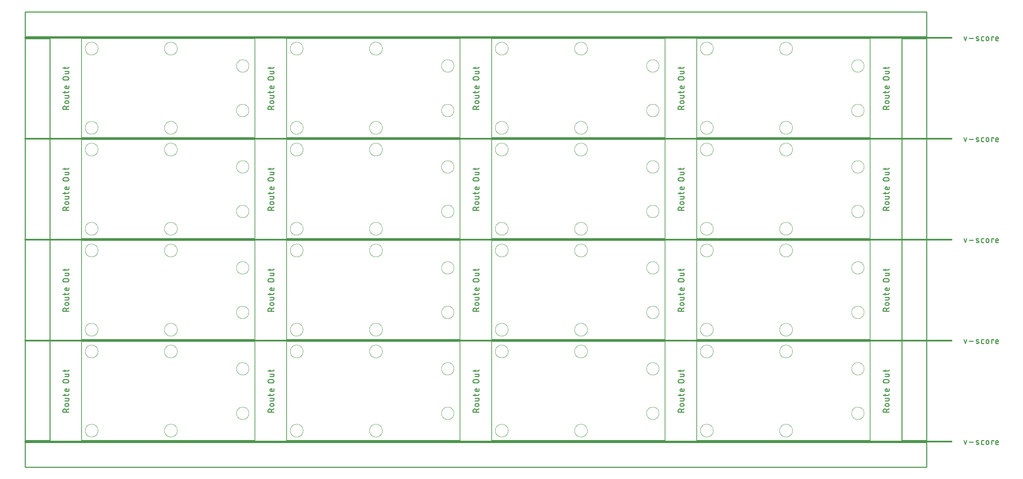
<source format=gko>
G04 EAGLE Gerber RS-274X export*
G75*
%MOMM*%
%FSLAX34Y34*%
%LPD*%
%IN*%
%IPPOS*%
%AMOC8*
5,1,8,0,0,1.08239X$1,22.5*%
G01*
%ADD10C,0.203200*%
%ADD11C,0.279400*%
%ADD12C,0.381000*%
%ADD13C,0.254000*%
%ADD14C,0.000000*%


D10*
X444500Y0D02*
X0Y0D01*
X0Y254000D01*
X444500Y254000D01*
X444500Y0D01*
D11*
X-33147Y72504D02*
X-48133Y72504D01*
X-48133Y76667D01*
X-48131Y76795D01*
X-48125Y76923D01*
X-48115Y77051D01*
X-48101Y77179D01*
X-48084Y77306D01*
X-48062Y77432D01*
X-48037Y77558D01*
X-48007Y77682D01*
X-47974Y77806D01*
X-47937Y77929D01*
X-47896Y78051D01*
X-47852Y78171D01*
X-47804Y78290D01*
X-47752Y78407D01*
X-47697Y78523D01*
X-47638Y78636D01*
X-47575Y78749D01*
X-47509Y78859D01*
X-47440Y78966D01*
X-47368Y79072D01*
X-47292Y79176D01*
X-47213Y79277D01*
X-47131Y79376D01*
X-47046Y79472D01*
X-46959Y79565D01*
X-46868Y79656D01*
X-46775Y79743D01*
X-46679Y79828D01*
X-46580Y79910D01*
X-46479Y79989D01*
X-46375Y80065D01*
X-46269Y80137D01*
X-46162Y80206D01*
X-46051Y80272D01*
X-45939Y80335D01*
X-45826Y80394D01*
X-45710Y80449D01*
X-45593Y80501D01*
X-45474Y80549D01*
X-45354Y80593D01*
X-45232Y80634D01*
X-45109Y80671D01*
X-44985Y80704D01*
X-44861Y80734D01*
X-44735Y80759D01*
X-44609Y80781D01*
X-44482Y80798D01*
X-44354Y80812D01*
X-44226Y80822D01*
X-44098Y80828D01*
X-43970Y80830D01*
X-43842Y80828D01*
X-43714Y80822D01*
X-43586Y80812D01*
X-43458Y80798D01*
X-43331Y80781D01*
X-43205Y80759D01*
X-43079Y80734D01*
X-42955Y80704D01*
X-42831Y80671D01*
X-42708Y80634D01*
X-42586Y80593D01*
X-42466Y80549D01*
X-42347Y80501D01*
X-42230Y80449D01*
X-42114Y80394D01*
X-42001Y80335D01*
X-41889Y80272D01*
X-41778Y80206D01*
X-41671Y80137D01*
X-41565Y80065D01*
X-41461Y79989D01*
X-41360Y79910D01*
X-41261Y79828D01*
X-41165Y79743D01*
X-41072Y79656D01*
X-40981Y79565D01*
X-40894Y79472D01*
X-40809Y79376D01*
X-40727Y79277D01*
X-40648Y79176D01*
X-40572Y79072D01*
X-40500Y78966D01*
X-40431Y78859D01*
X-40365Y78749D01*
X-40302Y78636D01*
X-40243Y78523D01*
X-40188Y78407D01*
X-40136Y78290D01*
X-40088Y78171D01*
X-40044Y78051D01*
X-40003Y77929D01*
X-39966Y77806D01*
X-39933Y77682D01*
X-39903Y77558D01*
X-39878Y77432D01*
X-39856Y77306D01*
X-39839Y77179D01*
X-39825Y77051D01*
X-39815Y76923D01*
X-39809Y76795D01*
X-39807Y76667D01*
X-39807Y72504D01*
X-39807Y77499D02*
X-33147Y80829D01*
X-36477Y87788D02*
X-39807Y87788D01*
X-39921Y87790D01*
X-40034Y87796D01*
X-40148Y87805D01*
X-40260Y87819D01*
X-40373Y87836D01*
X-40485Y87858D01*
X-40595Y87883D01*
X-40705Y87911D01*
X-40814Y87944D01*
X-40922Y87980D01*
X-41029Y88020D01*
X-41134Y88064D01*
X-41237Y88111D01*
X-41339Y88161D01*
X-41439Y88215D01*
X-41537Y88273D01*
X-41633Y88334D01*
X-41727Y88397D01*
X-41819Y88465D01*
X-41909Y88535D01*
X-41995Y88608D01*
X-42080Y88684D01*
X-42162Y88763D01*
X-42241Y88845D01*
X-42317Y88930D01*
X-42390Y89016D01*
X-42460Y89106D01*
X-42528Y89198D01*
X-42591Y89292D01*
X-42652Y89388D01*
X-42710Y89486D01*
X-42764Y89586D01*
X-42814Y89688D01*
X-42861Y89791D01*
X-42905Y89896D01*
X-42945Y90003D01*
X-42981Y90111D01*
X-43014Y90220D01*
X-43042Y90330D01*
X-43067Y90440D01*
X-43089Y90552D01*
X-43106Y90665D01*
X-43120Y90777D01*
X-43129Y90891D01*
X-43135Y91004D01*
X-43137Y91118D01*
X-43135Y91232D01*
X-43129Y91345D01*
X-43120Y91459D01*
X-43106Y91571D01*
X-43089Y91684D01*
X-43067Y91796D01*
X-43042Y91906D01*
X-43014Y92016D01*
X-42981Y92125D01*
X-42945Y92233D01*
X-42905Y92340D01*
X-42861Y92445D01*
X-42814Y92548D01*
X-42764Y92650D01*
X-42710Y92750D01*
X-42652Y92848D01*
X-42591Y92944D01*
X-42528Y93038D01*
X-42460Y93130D01*
X-42390Y93220D01*
X-42317Y93306D01*
X-42241Y93391D01*
X-42162Y93473D01*
X-42080Y93552D01*
X-41995Y93628D01*
X-41909Y93701D01*
X-41819Y93771D01*
X-41727Y93839D01*
X-41633Y93902D01*
X-41537Y93963D01*
X-41439Y94021D01*
X-41339Y94075D01*
X-41237Y94125D01*
X-41134Y94172D01*
X-41029Y94216D01*
X-40922Y94256D01*
X-40814Y94292D01*
X-40705Y94325D01*
X-40595Y94353D01*
X-40485Y94378D01*
X-40373Y94400D01*
X-40260Y94417D01*
X-40148Y94431D01*
X-40034Y94440D01*
X-39921Y94446D01*
X-39807Y94448D01*
X-36477Y94448D01*
X-36363Y94446D01*
X-36250Y94440D01*
X-36136Y94431D01*
X-36024Y94417D01*
X-35911Y94400D01*
X-35799Y94378D01*
X-35689Y94353D01*
X-35579Y94325D01*
X-35470Y94292D01*
X-35362Y94256D01*
X-35255Y94216D01*
X-35150Y94172D01*
X-35047Y94125D01*
X-34945Y94075D01*
X-34845Y94021D01*
X-34747Y93963D01*
X-34651Y93902D01*
X-34557Y93839D01*
X-34465Y93771D01*
X-34375Y93701D01*
X-34289Y93628D01*
X-34204Y93552D01*
X-34122Y93473D01*
X-34043Y93391D01*
X-33967Y93306D01*
X-33894Y93220D01*
X-33824Y93130D01*
X-33756Y93038D01*
X-33693Y92944D01*
X-33632Y92848D01*
X-33574Y92750D01*
X-33520Y92650D01*
X-33470Y92548D01*
X-33423Y92445D01*
X-33379Y92340D01*
X-33339Y92233D01*
X-33303Y92125D01*
X-33270Y92016D01*
X-33242Y91906D01*
X-33217Y91796D01*
X-33195Y91684D01*
X-33178Y91571D01*
X-33164Y91459D01*
X-33155Y91345D01*
X-33149Y91232D01*
X-33147Y91118D01*
X-33149Y91004D01*
X-33155Y90891D01*
X-33164Y90777D01*
X-33178Y90665D01*
X-33195Y90552D01*
X-33217Y90440D01*
X-33242Y90330D01*
X-33270Y90220D01*
X-33303Y90111D01*
X-33339Y90003D01*
X-33379Y89896D01*
X-33423Y89791D01*
X-33470Y89688D01*
X-33520Y89586D01*
X-33574Y89486D01*
X-33632Y89388D01*
X-33693Y89292D01*
X-33756Y89198D01*
X-33824Y89106D01*
X-33894Y89016D01*
X-33967Y88930D01*
X-34043Y88845D01*
X-34122Y88763D01*
X-34204Y88684D01*
X-34289Y88608D01*
X-34375Y88535D01*
X-34465Y88465D01*
X-34557Y88397D01*
X-34651Y88334D01*
X-34747Y88273D01*
X-34845Y88215D01*
X-34945Y88161D01*
X-35047Y88111D01*
X-35150Y88064D01*
X-35255Y88020D01*
X-35362Y87980D01*
X-35470Y87944D01*
X-35579Y87911D01*
X-35689Y87883D01*
X-35799Y87858D01*
X-35911Y87836D01*
X-36024Y87819D01*
X-36136Y87805D01*
X-36250Y87796D01*
X-36363Y87790D01*
X-36477Y87788D01*
X-35645Y101856D02*
X-43138Y101856D01*
X-35645Y101855D02*
X-35547Y101857D01*
X-35449Y101863D01*
X-35351Y101872D01*
X-35254Y101886D01*
X-35158Y101903D01*
X-35062Y101924D01*
X-34967Y101949D01*
X-34873Y101977D01*
X-34780Y102009D01*
X-34689Y102045D01*
X-34599Y102084D01*
X-34511Y102127D01*
X-34424Y102174D01*
X-34340Y102223D01*
X-34257Y102276D01*
X-34177Y102332D01*
X-34099Y102391D01*
X-34023Y102454D01*
X-33949Y102519D01*
X-33879Y102587D01*
X-33811Y102657D01*
X-33746Y102731D01*
X-33683Y102807D01*
X-33624Y102885D01*
X-33568Y102965D01*
X-33515Y103048D01*
X-33466Y103132D01*
X-33419Y103219D01*
X-33376Y103307D01*
X-33337Y103397D01*
X-33301Y103488D01*
X-33269Y103581D01*
X-33241Y103675D01*
X-33216Y103770D01*
X-33195Y103866D01*
X-33178Y103962D01*
X-33164Y104059D01*
X-33155Y104157D01*
X-33149Y104255D01*
X-33147Y104353D01*
X-33147Y108516D01*
X-43138Y108516D01*
X-43138Y114497D02*
X-43138Y119492D01*
X-48133Y116162D02*
X-35645Y116162D01*
X-35547Y116164D01*
X-35449Y116170D01*
X-35351Y116179D01*
X-35254Y116193D01*
X-35158Y116210D01*
X-35062Y116231D01*
X-34967Y116256D01*
X-34873Y116284D01*
X-34780Y116316D01*
X-34689Y116352D01*
X-34599Y116391D01*
X-34511Y116434D01*
X-34424Y116481D01*
X-34340Y116530D01*
X-34257Y116583D01*
X-34177Y116639D01*
X-34099Y116698D01*
X-34023Y116761D01*
X-33949Y116826D01*
X-33879Y116894D01*
X-33811Y116964D01*
X-33746Y117038D01*
X-33683Y117114D01*
X-33624Y117192D01*
X-33568Y117272D01*
X-33515Y117355D01*
X-33466Y117439D01*
X-33419Y117526D01*
X-33376Y117614D01*
X-33337Y117704D01*
X-33301Y117795D01*
X-33269Y117888D01*
X-33241Y117982D01*
X-33216Y118077D01*
X-33195Y118173D01*
X-33178Y118269D01*
X-33164Y118366D01*
X-33155Y118464D01*
X-33149Y118562D01*
X-33147Y118660D01*
X-33147Y119492D01*
X-33147Y128321D02*
X-33147Y132484D01*
X-33147Y128321D02*
X-33149Y128223D01*
X-33155Y128125D01*
X-33164Y128027D01*
X-33178Y127930D01*
X-33195Y127834D01*
X-33216Y127738D01*
X-33241Y127643D01*
X-33269Y127549D01*
X-33301Y127456D01*
X-33337Y127365D01*
X-33376Y127275D01*
X-33419Y127187D01*
X-33466Y127100D01*
X-33515Y127016D01*
X-33568Y126933D01*
X-33624Y126853D01*
X-33683Y126775D01*
X-33746Y126699D01*
X-33811Y126625D01*
X-33879Y126555D01*
X-33949Y126487D01*
X-34023Y126422D01*
X-34099Y126359D01*
X-34177Y126300D01*
X-34257Y126244D01*
X-34340Y126191D01*
X-34424Y126142D01*
X-34511Y126095D01*
X-34599Y126052D01*
X-34689Y126013D01*
X-34780Y125977D01*
X-34873Y125945D01*
X-34967Y125917D01*
X-35062Y125892D01*
X-35158Y125871D01*
X-35254Y125854D01*
X-35351Y125840D01*
X-35449Y125831D01*
X-35547Y125825D01*
X-35645Y125823D01*
X-35645Y125824D02*
X-39807Y125824D01*
X-39921Y125826D01*
X-40034Y125832D01*
X-40148Y125841D01*
X-40260Y125855D01*
X-40373Y125872D01*
X-40485Y125894D01*
X-40595Y125919D01*
X-40705Y125947D01*
X-40814Y125980D01*
X-40922Y126016D01*
X-41029Y126056D01*
X-41134Y126100D01*
X-41237Y126147D01*
X-41339Y126197D01*
X-41439Y126251D01*
X-41537Y126309D01*
X-41633Y126370D01*
X-41727Y126433D01*
X-41819Y126501D01*
X-41909Y126571D01*
X-41995Y126644D01*
X-42080Y126720D01*
X-42162Y126799D01*
X-42241Y126881D01*
X-42317Y126966D01*
X-42390Y127052D01*
X-42460Y127142D01*
X-42528Y127234D01*
X-42591Y127328D01*
X-42652Y127424D01*
X-42710Y127522D01*
X-42764Y127622D01*
X-42814Y127724D01*
X-42861Y127827D01*
X-42905Y127932D01*
X-42945Y128039D01*
X-42981Y128147D01*
X-43014Y128256D01*
X-43042Y128366D01*
X-43067Y128476D01*
X-43089Y128588D01*
X-43106Y128701D01*
X-43120Y128813D01*
X-43129Y128927D01*
X-43135Y129040D01*
X-43137Y129154D01*
X-43135Y129268D01*
X-43129Y129381D01*
X-43120Y129495D01*
X-43106Y129607D01*
X-43089Y129720D01*
X-43067Y129832D01*
X-43042Y129942D01*
X-43014Y130052D01*
X-42981Y130161D01*
X-42945Y130269D01*
X-42905Y130376D01*
X-42861Y130481D01*
X-42814Y130584D01*
X-42764Y130686D01*
X-42710Y130786D01*
X-42652Y130884D01*
X-42591Y130980D01*
X-42528Y131074D01*
X-42460Y131166D01*
X-42390Y131256D01*
X-42317Y131342D01*
X-42241Y131427D01*
X-42162Y131509D01*
X-42080Y131588D01*
X-41995Y131664D01*
X-41909Y131737D01*
X-41819Y131807D01*
X-41727Y131875D01*
X-41633Y131938D01*
X-41537Y131999D01*
X-41439Y132057D01*
X-41339Y132111D01*
X-41237Y132161D01*
X-41134Y132208D01*
X-41029Y132252D01*
X-40922Y132292D01*
X-40814Y132328D01*
X-40705Y132361D01*
X-40595Y132389D01*
X-40485Y132414D01*
X-40373Y132436D01*
X-40260Y132453D01*
X-40148Y132467D01*
X-40034Y132476D01*
X-39921Y132482D01*
X-39807Y132484D01*
X-38142Y132484D01*
X-38142Y125824D01*
X-37310Y147917D02*
X-43970Y147917D01*
X-44098Y147919D01*
X-44226Y147925D01*
X-44354Y147935D01*
X-44482Y147949D01*
X-44609Y147966D01*
X-44735Y147988D01*
X-44861Y148013D01*
X-44985Y148043D01*
X-45109Y148076D01*
X-45232Y148113D01*
X-45354Y148154D01*
X-45474Y148198D01*
X-45593Y148246D01*
X-45710Y148298D01*
X-45826Y148353D01*
X-45939Y148412D01*
X-46052Y148475D01*
X-46162Y148541D01*
X-46269Y148610D01*
X-46375Y148682D01*
X-46479Y148758D01*
X-46580Y148837D01*
X-46679Y148919D01*
X-46775Y149004D01*
X-46868Y149091D01*
X-46959Y149182D01*
X-47046Y149275D01*
X-47131Y149371D01*
X-47213Y149470D01*
X-47292Y149571D01*
X-47368Y149675D01*
X-47440Y149781D01*
X-47509Y149888D01*
X-47575Y149999D01*
X-47638Y150111D01*
X-47697Y150224D01*
X-47752Y150340D01*
X-47804Y150457D01*
X-47852Y150576D01*
X-47896Y150696D01*
X-47937Y150818D01*
X-47974Y150941D01*
X-48007Y151065D01*
X-48037Y151189D01*
X-48062Y151315D01*
X-48084Y151441D01*
X-48101Y151568D01*
X-48115Y151696D01*
X-48125Y151824D01*
X-48131Y151952D01*
X-48133Y152080D01*
X-48131Y152208D01*
X-48125Y152336D01*
X-48115Y152464D01*
X-48101Y152592D01*
X-48084Y152719D01*
X-48062Y152845D01*
X-48037Y152971D01*
X-48007Y153095D01*
X-47974Y153219D01*
X-47937Y153342D01*
X-47896Y153464D01*
X-47852Y153584D01*
X-47804Y153703D01*
X-47752Y153820D01*
X-47697Y153936D01*
X-47638Y154049D01*
X-47575Y154162D01*
X-47509Y154272D01*
X-47440Y154379D01*
X-47368Y154485D01*
X-47292Y154589D01*
X-47213Y154690D01*
X-47131Y154789D01*
X-47046Y154885D01*
X-46959Y154978D01*
X-46868Y155069D01*
X-46775Y155156D01*
X-46679Y155241D01*
X-46580Y155323D01*
X-46479Y155402D01*
X-46375Y155478D01*
X-46269Y155550D01*
X-46162Y155619D01*
X-46051Y155685D01*
X-45939Y155748D01*
X-45826Y155807D01*
X-45710Y155862D01*
X-45593Y155914D01*
X-45474Y155962D01*
X-45354Y156006D01*
X-45232Y156047D01*
X-45109Y156084D01*
X-44985Y156117D01*
X-44861Y156147D01*
X-44735Y156172D01*
X-44609Y156194D01*
X-44482Y156211D01*
X-44354Y156225D01*
X-44226Y156235D01*
X-44098Y156241D01*
X-43970Y156243D01*
X-43970Y156242D02*
X-37310Y156242D01*
X-37310Y156243D02*
X-37182Y156241D01*
X-37054Y156235D01*
X-36926Y156225D01*
X-36798Y156211D01*
X-36671Y156194D01*
X-36545Y156172D01*
X-36419Y156147D01*
X-36295Y156117D01*
X-36171Y156084D01*
X-36048Y156047D01*
X-35926Y156006D01*
X-35806Y155962D01*
X-35687Y155914D01*
X-35570Y155862D01*
X-35454Y155807D01*
X-35341Y155748D01*
X-35228Y155685D01*
X-35118Y155619D01*
X-35011Y155550D01*
X-34905Y155478D01*
X-34801Y155402D01*
X-34700Y155323D01*
X-34601Y155241D01*
X-34505Y155156D01*
X-34412Y155069D01*
X-34321Y154978D01*
X-34234Y154885D01*
X-34149Y154789D01*
X-34067Y154690D01*
X-33988Y154589D01*
X-33912Y154485D01*
X-33840Y154379D01*
X-33771Y154272D01*
X-33705Y154161D01*
X-33642Y154049D01*
X-33583Y153936D01*
X-33528Y153820D01*
X-33476Y153703D01*
X-33428Y153584D01*
X-33384Y153464D01*
X-33343Y153342D01*
X-33306Y153219D01*
X-33273Y153095D01*
X-33243Y152971D01*
X-33218Y152845D01*
X-33196Y152719D01*
X-33179Y152592D01*
X-33165Y152464D01*
X-33155Y152336D01*
X-33149Y152208D01*
X-33147Y152080D01*
X-33149Y151952D01*
X-33155Y151824D01*
X-33165Y151696D01*
X-33179Y151568D01*
X-33196Y151441D01*
X-33218Y151315D01*
X-33243Y151189D01*
X-33273Y151065D01*
X-33306Y150941D01*
X-33343Y150818D01*
X-33384Y150696D01*
X-33428Y150576D01*
X-33476Y150457D01*
X-33528Y150340D01*
X-33583Y150224D01*
X-33642Y150111D01*
X-33705Y149999D01*
X-33771Y149888D01*
X-33840Y149781D01*
X-33912Y149675D01*
X-33988Y149571D01*
X-34067Y149470D01*
X-34149Y149371D01*
X-34234Y149275D01*
X-34321Y149182D01*
X-34412Y149091D01*
X-34505Y149004D01*
X-34601Y148919D01*
X-34700Y148837D01*
X-34801Y148758D01*
X-34905Y148682D01*
X-35011Y148610D01*
X-35118Y148541D01*
X-35229Y148475D01*
X-35341Y148412D01*
X-35454Y148353D01*
X-35570Y148298D01*
X-35687Y148246D01*
X-35806Y148198D01*
X-35926Y148154D01*
X-36048Y148113D01*
X-36171Y148076D01*
X-36295Y148043D01*
X-36419Y148013D01*
X-36545Y147988D01*
X-36671Y147966D01*
X-36798Y147949D01*
X-36926Y147935D01*
X-37054Y147925D01*
X-37182Y147919D01*
X-37310Y147917D01*
X-35645Y163859D02*
X-43138Y163859D01*
X-35645Y163859D02*
X-35547Y163861D01*
X-35449Y163867D01*
X-35351Y163876D01*
X-35254Y163890D01*
X-35158Y163907D01*
X-35062Y163928D01*
X-34967Y163953D01*
X-34873Y163981D01*
X-34780Y164013D01*
X-34689Y164049D01*
X-34599Y164088D01*
X-34511Y164131D01*
X-34424Y164178D01*
X-34340Y164227D01*
X-34257Y164280D01*
X-34177Y164336D01*
X-34099Y164395D01*
X-34023Y164458D01*
X-33949Y164523D01*
X-33879Y164591D01*
X-33811Y164661D01*
X-33746Y164735D01*
X-33683Y164811D01*
X-33624Y164889D01*
X-33568Y164969D01*
X-33515Y165052D01*
X-33466Y165136D01*
X-33419Y165223D01*
X-33376Y165311D01*
X-33337Y165401D01*
X-33301Y165492D01*
X-33269Y165585D01*
X-33241Y165679D01*
X-33216Y165774D01*
X-33195Y165870D01*
X-33178Y165966D01*
X-33164Y166063D01*
X-33155Y166161D01*
X-33149Y166259D01*
X-33147Y166357D01*
X-33147Y170520D01*
X-43138Y170520D01*
X-43138Y176501D02*
X-43138Y181496D01*
X-48133Y178166D02*
X-35645Y178166D01*
X-35547Y178168D01*
X-35449Y178174D01*
X-35351Y178183D01*
X-35254Y178197D01*
X-35158Y178214D01*
X-35062Y178235D01*
X-34967Y178260D01*
X-34873Y178288D01*
X-34780Y178320D01*
X-34689Y178356D01*
X-34599Y178395D01*
X-34511Y178438D01*
X-34424Y178485D01*
X-34340Y178534D01*
X-34257Y178587D01*
X-34177Y178643D01*
X-34099Y178702D01*
X-34023Y178765D01*
X-33949Y178830D01*
X-33879Y178898D01*
X-33811Y178968D01*
X-33746Y179042D01*
X-33683Y179118D01*
X-33624Y179196D01*
X-33568Y179276D01*
X-33515Y179359D01*
X-33466Y179443D01*
X-33419Y179530D01*
X-33376Y179618D01*
X-33337Y179708D01*
X-33301Y179799D01*
X-33269Y179892D01*
X-33241Y179986D01*
X-33216Y180081D01*
X-33195Y180177D01*
X-33178Y180273D01*
X-33164Y180370D01*
X-33155Y180468D01*
X-33149Y180566D01*
X-33147Y180664D01*
X-33147Y181496D01*
D10*
X525780Y0D02*
X970280Y0D01*
X525780Y0D02*
X525780Y254000D01*
X970280Y254000D01*
X970280Y0D01*
D11*
X492633Y72504D02*
X477647Y72504D01*
X477647Y76667D01*
X477649Y76795D01*
X477655Y76923D01*
X477665Y77051D01*
X477679Y77179D01*
X477696Y77306D01*
X477718Y77432D01*
X477743Y77558D01*
X477773Y77682D01*
X477806Y77806D01*
X477843Y77929D01*
X477884Y78051D01*
X477928Y78171D01*
X477976Y78290D01*
X478028Y78407D01*
X478083Y78523D01*
X478142Y78636D01*
X478205Y78749D01*
X478271Y78859D01*
X478340Y78966D01*
X478412Y79072D01*
X478488Y79176D01*
X478567Y79277D01*
X478649Y79376D01*
X478734Y79472D01*
X478821Y79565D01*
X478912Y79656D01*
X479005Y79743D01*
X479101Y79828D01*
X479200Y79910D01*
X479301Y79989D01*
X479405Y80065D01*
X479511Y80137D01*
X479618Y80206D01*
X479729Y80272D01*
X479841Y80335D01*
X479954Y80394D01*
X480070Y80449D01*
X480187Y80501D01*
X480306Y80549D01*
X480426Y80593D01*
X480548Y80634D01*
X480671Y80671D01*
X480795Y80704D01*
X480919Y80734D01*
X481045Y80759D01*
X481171Y80781D01*
X481298Y80798D01*
X481426Y80812D01*
X481554Y80822D01*
X481682Y80828D01*
X481810Y80830D01*
X481938Y80828D01*
X482066Y80822D01*
X482194Y80812D01*
X482322Y80798D01*
X482449Y80781D01*
X482575Y80759D01*
X482701Y80734D01*
X482825Y80704D01*
X482949Y80671D01*
X483072Y80634D01*
X483194Y80593D01*
X483314Y80549D01*
X483433Y80501D01*
X483550Y80449D01*
X483666Y80394D01*
X483779Y80335D01*
X483892Y80272D01*
X484002Y80206D01*
X484109Y80137D01*
X484215Y80065D01*
X484319Y79989D01*
X484420Y79910D01*
X484519Y79828D01*
X484615Y79743D01*
X484708Y79656D01*
X484799Y79565D01*
X484886Y79472D01*
X484971Y79376D01*
X485053Y79277D01*
X485132Y79176D01*
X485208Y79072D01*
X485280Y78966D01*
X485349Y78859D01*
X485415Y78749D01*
X485478Y78636D01*
X485537Y78523D01*
X485592Y78407D01*
X485644Y78290D01*
X485692Y78171D01*
X485736Y78051D01*
X485777Y77929D01*
X485814Y77806D01*
X485847Y77682D01*
X485877Y77558D01*
X485902Y77432D01*
X485924Y77306D01*
X485941Y77179D01*
X485955Y77051D01*
X485965Y76923D01*
X485971Y76795D01*
X485973Y76667D01*
X485973Y72504D01*
X485973Y77499D02*
X492633Y80829D01*
X489303Y87788D02*
X485973Y87788D01*
X485859Y87790D01*
X485746Y87796D01*
X485632Y87805D01*
X485520Y87819D01*
X485407Y87836D01*
X485295Y87858D01*
X485185Y87883D01*
X485075Y87911D01*
X484966Y87944D01*
X484858Y87980D01*
X484751Y88020D01*
X484646Y88064D01*
X484543Y88111D01*
X484441Y88161D01*
X484341Y88215D01*
X484243Y88273D01*
X484147Y88334D01*
X484053Y88397D01*
X483961Y88465D01*
X483871Y88535D01*
X483785Y88608D01*
X483700Y88684D01*
X483618Y88763D01*
X483539Y88845D01*
X483463Y88930D01*
X483390Y89016D01*
X483320Y89106D01*
X483252Y89198D01*
X483189Y89292D01*
X483128Y89388D01*
X483070Y89486D01*
X483016Y89586D01*
X482966Y89688D01*
X482919Y89791D01*
X482875Y89896D01*
X482835Y90003D01*
X482799Y90111D01*
X482766Y90220D01*
X482738Y90330D01*
X482713Y90440D01*
X482691Y90552D01*
X482674Y90665D01*
X482660Y90777D01*
X482651Y90891D01*
X482645Y91004D01*
X482643Y91118D01*
X482645Y91232D01*
X482651Y91345D01*
X482660Y91459D01*
X482674Y91571D01*
X482691Y91684D01*
X482713Y91796D01*
X482738Y91906D01*
X482766Y92016D01*
X482799Y92125D01*
X482835Y92233D01*
X482875Y92340D01*
X482919Y92445D01*
X482966Y92548D01*
X483016Y92650D01*
X483070Y92750D01*
X483128Y92848D01*
X483189Y92944D01*
X483252Y93038D01*
X483320Y93130D01*
X483390Y93220D01*
X483463Y93306D01*
X483539Y93391D01*
X483618Y93473D01*
X483700Y93552D01*
X483785Y93628D01*
X483871Y93701D01*
X483961Y93771D01*
X484053Y93839D01*
X484147Y93902D01*
X484243Y93963D01*
X484341Y94021D01*
X484441Y94075D01*
X484543Y94125D01*
X484646Y94172D01*
X484751Y94216D01*
X484858Y94256D01*
X484966Y94292D01*
X485075Y94325D01*
X485185Y94353D01*
X485295Y94378D01*
X485407Y94400D01*
X485520Y94417D01*
X485632Y94431D01*
X485746Y94440D01*
X485859Y94446D01*
X485973Y94448D01*
X489303Y94448D01*
X489417Y94446D01*
X489530Y94440D01*
X489644Y94431D01*
X489756Y94417D01*
X489869Y94400D01*
X489981Y94378D01*
X490091Y94353D01*
X490201Y94325D01*
X490310Y94292D01*
X490418Y94256D01*
X490525Y94216D01*
X490630Y94172D01*
X490733Y94125D01*
X490835Y94075D01*
X490935Y94021D01*
X491033Y93963D01*
X491129Y93902D01*
X491223Y93839D01*
X491315Y93771D01*
X491405Y93701D01*
X491491Y93628D01*
X491576Y93552D01*
X491658Y93473D01*
X491737Y93391D01*
X491813Y93306D01*
X491886Y93220D01*
X491956Y93130D01*
X492024Y93038D01*
X492087Y92944D01*
X492148Y92848D01*
X492206Y92750D01*
X492260Y92650D01*
X492310Y92548D01*
X492357Y92445D01*
X492401Y92340D01*
X492441Y92233D01*
X492477Y92125D01*
X492510Y92016D01*
X492538Y91906D01*
X492563Y91796D01*
X492585Y91684D01*
X492602Y91571D01*
X492616Y91459D01*
X492625Y91345D01*
X492631Y91232D01*
X492633Y91118D01*
X492631Y91004D01*
X492625Y90891D01*
X492616Y90777D01*
X492602Y90665D01*
X492585Y90552D01*
X492563Y90440D01*
X492538Y90330D01*
X492510Y90220D01*
X492477Y90111D01*
X492441Y90003D01*
X492401Y89896D01*
X492357Y89791D01*
X492310Y89688D01*
X492260Y89586D01*
X492206Y89486D01*
X492148Y89388D01*
X492087Y89292D01*
X492024Y89198D01*
X491956Y89106D01*
X491886Y89016D01*
X491813Y88930D01*
X491737Y88845D01*
X491658Y88763D01*
X491576Y88684D01*
X491491Y88608D01*
X491405Y88535D01*
X491315Y88465D01*
X491223Y88397D01*
X491129Y88334D01*
X491033Y88273D01*
X490935Y88215D01*
X490835Y88161D01*
X490733Y88111D01*
X490630Y88064D01*
X490525Y88020D01*
X490418Y87980D01*
X490310Y87944D01*
X490201Y87911D01*
X490091Y87883D01*
X489981Y87858D01*
X489869Y87836D01*
X489756Y87819D01*
X489644Y87805D01*
X489530Y87796D01*
X489417Y87790D01*
X489303Y87788D01*
X490135Y101856D02*
X482642Y101856D01*
X490135Y101855D02*
X490233Y101857D01*
X490331Y101863D01*
X490429Y101872D01*
X490526Y101886D01*
X490622Y101903D01*
X490718Y101924D01*
X490813Y101949D01*
X490907Y101977D01*
X491000Y102009D01*
X491091Y102045D01*
X491181Y102084D01*
X491269Y102127D01*
X491356Y102174D01*
X491440Y102223D01*
X491523Y102276D01*
X491603Y102332D01*
X491682Y102391D01*
X491757Y102454D01*
X491831Y102519D01*
X491901Y102587D01*
X491969Y102657D01*
X492035Y102731D01*
X492097Y102807D01*
X492156Y102885D01*
X492212Y102965D01*
X492265Y103048D01*
X492315Y103132D01*
X492361Y103219D01*
X492404Y103307D01*
X492443Y103397D01*
X492479Y103488D01*
X492511Y103581D01*
X492539Y103675D01*
X492564Y103770D01*
X492585Y103866D01*
X492602Y103962D01*
X492616Y104059D01*
X492625Y104157D01*
X492631Y104255D01*
X492633Y104353D01*
X492633Y108516D01*
X482642Y108516D01*
X482642Y114497D02*
X482642Y119492D01*
X477647Y116162D02*
X490135Y116162D01*
X490233Y116164D01*
X490331Y116170D01*
X490429Y116179D01*
X490526Y116193D01*
X490622Y116210D01*
X490718Y116231D01*
X490813Y116256D01*
X490907Y116284D01*
X491000Y116316D01*
X491091Y116352D01*
X491181Y116391D01*
X491269Y116434D01*
X491356Y116481D01*
X491440Y116530D01*
X491523Y116583D01*
X491603Y116639D01*
X491682Y116698D01*
X491757Y116761D01*
X491831Y116826D01*
X491901Y116894D01*
X491969Y116964D01*
X492035Y117038D01*
X492097Y117114D01*
X492156Y117192D01*
X492212Y117272D01*
X492265Y117355D01*
X492315Y117439D01*
X492361Y117526D01*
X492404Y117614D01*
X492443Y117704D01*
X492479Y117795D01*
X492511Y117888D01*
X492539Y117982D01*
X492564Y118077D01*
X492585Y118173D01*
X492602Y118269D01*
X492616Y118366D01*
X492625Y118464D01*
X492631Y118562D01*
X492633Y118660D01*
X492633Y119492D01*
X492633Y128321D02*
X492633Y132484D01*
X492633Y128321D02*
X492631Y128223D01*
X492625Y128125D01*
X492616Y128027D01*
X492602Y127930D01*
X492585Y127834D01*
X492564Y127738D01*
X492539Y127643D01*
X492511Y127549D01*
X492479Y127456D01*
X492443Y127365D01*
X492404Y127275D01*
X492361Y127187D01*
X492314Y127100D01*
X492265Y127016D01*
X492212Y126933D01*
X492156Y126853D01*
X492097Y126775D01*
X492035Y126699D01*
X491969Y126625D01*
X491901Y126555D01*
X491831Y126487D01*
X491757Y126422D01*
X491682Y126359D01*
X491603Y126300D01*
X491523Y126244D01*
X491440Y126191D01*
X491356Y126142D01*
X491269Y126095D01*
X491181Y126052D01*
X491091Y126013D01*
X491000Y125977D01*
X490907Y125945D01*
X490813Y125917D01*
X490718Y125892D01*
X490622Y125871D01*
X490526Y125854D01*
X490429Y125840D01*
X490331Y125831D01*
X490233Y125825D01*
X490135Y125823D01*
X490135Y125824D02*
X485973Y125824D01*
X485859Y125826D01*
X485746Y125832D01*
X485632Y125841D01*
X485520Y125855D01*
X485407Y125872D01*
X485295Y125894D01*
X485185Y125919D01*
X485075Y125947D01*
X484966Y125980D01*
X484858Y126016D01*
X484751Y126056D01*
X484646Y126100D01*
X484543Y126147D01*
X484441Y126197D01*
X484341Y126251D01*
X484243Y126309D01*
X484147Y126370D01*
X484053Y126433D01*
X483961Y126501D01*
X483871Y126571D01*
X483785Y126644D01*
X483700Y126720D01*
X483618Y126799D01*
X483539Y126881D01*
X483463Y126966D01*
X483390Y127052D01*
X483320Y127142D01*
X483252Y127234D01*
X483189Y127328D01*
X483128Y127424D01*
X483070Y127522D01*
X483016Y127622D01*
X482966Y127724D01*
X482919Y127827D01*
X482875Y127932D01*
X482835Y128039D01*
X482799Y128147D01*
X482766Y128256D01*
X482738Y128366D01*
X482713Y128476D01*
X482691Y128588D01*
X482674Y128701D01*
X482660Y128813D01*
X482651Y128927D01*
X482645Y129040D01*
X482643Y129154D01*
X482645Y129268D01*
X482651Y129381D01*
X482660Y129495D01*
X482674Y129607D01*
X482691Y129720D01*
X482713Y129832D01*
X482738Y129942D01*
X482766Y130052D01*
X482799Y130161D01*
X482835Y130269D01*
X482875Y130376D01*
X482919Y130481D01*
X482966Y130584D01*
X483016Y130686D01*
X483070Y130786D01*
X483128Y130884D01*
X483189Y130980D01*
X483252Y131074D01*
X483320Y131166D01*
X483390Y131256D01*
X483463Y131342D01*
X483539Y131427D01*
X483618Y131509D01*
X483700Y131588D01*
X483785Y131664D01*
X483871Y131737D01*
X483961Y131807D01*
X484053Y131875D01*
X484147Y131938D01*
X484243Y131999D01*
X484341Y132057D01*
X484441Y132111D01*
X484543Y132161D01*
X484646Y132208D01*
X484751Y132252D01*
X484858Y132292D01*
X484966Y132328D01*
X485075Y132361D01*
X485185Y132389D01*
X485295Y132414D01*
X485407Y132436D01*
X485520Y132453D01*
X485632Y132467D01*
X485746Y132476D01*
X485859Y132482D01*
X485973Y132484D01*
X487638Y132484D01*
X487638Y125824D01*
X488470Y147917D02*
X481810Y147917D01*
X481682Y147919D01*
X481554Y147925D01*
X481426Y147935D01*
X481298Y147949D01*
X481171Y147966D01*
X481045Y147988D01*
X480919Y148013D01*
X480795Y148043D01*
X480671Y148076D01*
X480548Y148113D01*
X480426Y148154D01*
X480306Y148198D01*
X480187Y148246D01*
X480070Y148298D01*
X479954Y148353D01*
X479841Y148412D01*
X479729Y148475D01*
X479618Y148541D01*
X479511Y148610D01*
X479405Y148682D01*
X479301Y148758D01*
X479200Y148837D01*
X479101Y148919D01*
X479005Y149004D01*
X478912Y149091D01*
X478821Y149182D01*
X478734Y149275D01*
X478649Y149371D01*
X478567Y149470D01*
X478488Y149571D01*
X478412Y149675D01*
X478340Y149781D01*
X478271Y149888D01*
X478205Y149999D01*
X478142Y150111D01*
X478083Y150224D01*
X478028Y150340D01*
X477976Y150457D01*
X477928Y150576D01*
X477884Y150696D01*
X477843Y150818D01*
X477806Y150941D01*
X477773Y151065D01*
X477743Y151189D01*
X477718Y151315D01*
X477696Y151441D01*
X477679Y151568D01*
X477665Y151696D01*
X477655Y151824D01*
X477649Y151952D01*
X477647Y152080D01*
X477649Y152208D01*
X477655Y152336D01*
X477665Y152464D01*
X477679Y152592D01*
X477696Y152719D01*
X477718Y152845D01*
X477743Y152971D01*
X477773Y153095D01*
X477806Y153219D01*
X477843Y153342D01*
X477884Y153464D01*
X477928Y153584D01*
X477976Y153703D01*
X478028Y153820D01*
X478083Y153936D01*
X478142Y154049D01*
X478205Y154162D01*
X478271Y154272D01*
X478340Y154379D01*
X478412Y154485D01*
X478488Y154589D01*
X478567Y154690D01*
X478649Y154789D01*
X478734Y154885D01*
X478821Y154978D01*
X478912Y155069D01*
X479005Y155156D01*
X479101Y155241D01*
X479200Y155323D01*
X479301Y155402D01*
X479405Y155478D01*
X479511Y155550D01*
X479618Y155619D01*
X479729Y155685D01*
X479841Y155748D01*
X479954Y155807D01*
X480070Y155862D01*
X480187Y155914D01*
X480306Y155962D01*
X480426Y156006D01*
X480548Y156047D01*
X480671Y156084D01*
X480795Y156117D01*
X480919Y156147D01*
X481045Y156172D01*
X481171Y156194D01*
X481298Y156211D01*
X481426Y156225D01*
X481554Y156235D01*
X481682Y156241D01*
X481810Y156243D01*
X481810Y156242D02*
X488470Y156242D01*
X488470Y156243D02*
X488598Y156241D01*
X488726Y156235D01*
X488854Y156225D01*
X488982Y156211D01*
X489109Y156194D01*
X489235Y156172D01*
X489361Y156147D01*
X489485Y156117D01*
X489609Y156084D01*
X489732Y156047D01*
X489854Y156006D01*
X489974Y155962D01*
X490093Y155914D01*
X490210Y155862D01*
X490326Y155807D01*
X490439Y155748D01*
X490552Y155685D01*
X490662Y155619D01*
X490769Y155550D01*
X490875Y155478D01*
X490979Y155402D01*
X491080Y155323D01*
X491179Y155241D01*
X491275Y155156D01*
X491368Y155069D01*
X491459Y154978D01*
X491546Y154885D01*
X491631Y154789D01*
X491713Y154690D01*
X491792Y154589D01*
X491868Y154485D01*
X491940Y154379D01*
X492009Y154272D01*
X492075Y154161D01*
X492138Y154049D01*
X492197Y153936D01*
X492252Y153820D01*
X492304Y153703D01*
X492352Y153584D01*
X492396Y153464D01*
X492437Y153342D01*
X492474Y153219D01*
X492507Y153095D01*
X492537Y152971D01*
X492562Y152845D01*
X492584Y152719D01*
X492601Y152592D01*
X492615Y152464D01*
X492625Y152336D01*
X492631Y152208D01*
X492633Y152080D01*
X492631Y151952D01*
X492625Y151824D01*
X492615Y151696D01*
X492601Y151568D01*
X492584Y151441D01*
X492562Y151315D01*
X492537Y151189D01*
X492507Y151065D01*
X492474Y150941D01*
X492437Y150818D01*
X492396Y150696D01*
X492352Y150576D01*
X492304Y150457D01*
X492252Y150340D01*
X492197Y150224D01*
X492138Y150111D01*
X492075Y149999D01*
X492009Y149888D01*
X491940Y149781D01*
X491868Y149675D01*
X491792Y149571D01*
X491713Y149470D01*
X491631Y149371D01*
X491546Y149275D01*
X491459Y149182D01*
X491368Y149091D01*
X491275Y149004D01*
X491179Y148919D01*
X491080Y148837D01*
X490979Y148758D01*
X490875Y148682D01*
X490769Y148610D01*
X490662Y148541D01*
X490552Y148475D01*
X490439Y148412D01*
X490326Y148353D01*
X490210Y148298D01*
X490093Y148246D01*
X489974Y148198D01*
X489854Y148154D01*
X489732Y148113D01*
X489609Y148076D01*
X489485Y148043D01*
X489361Y148013D01*
X489235Y147988D01*
X489109Y147966D01*
X488982Y147949D01*
X488854Y147935D01*
X488726Y147925D01*
X488598Y147919D01*
X488470Y147917D01*
X490135Y163859D02*
X482642Y163859D01*
X490135Y163859D02*
X490233Y163861D01*
X490331Y163867D01*
X490429Y163876D01*
X490526Y163890D01*
X490622Y163907D01*
X490718Y163928D01*
X490813Y163953D01*
X490907Y163981D01*
X491000Y164013D01*
X491091Y164049D01*
X491181Y164088D01*
X491269Y164131D01*
X491356Y164178D01*
X491440Y164227D01*
X491523Y164280D01*
X491603Y164336D01*
X491682Y164395D01*
X491757Y164458D01*
X491831Y164523D01*
X491901Y164591D01*
X491969Y164661D01*
X492035Y164735D01*
X492097Y164811D01*
X492156Y164889D01*
X492212Y164969D01*
X492265Y165052D01*
X492315Y165136D01*
X492361Y165223D01*
X492404Y165311D01*
X492443Y165401D01*
X492479Y165492D01*
X492511Y165585D01*
X492539Y165679D01*
X492564Y165774D01*
X492585Y165870D01*
X492602Y165966D01*
X492616Y166063D01*
X492625Y166161D01*
X492631Y166259D01*
X492633Y166357D01*
X492633Y170520D01*
X482642Y170520D01*
X482642Y176501D02*
X482642Y181496D01*
X477647Y178166D02*
X490135Y178166D01*
X490135Y178165D02*
X490233Y178167D01*
X490331Y178173D01*
X490429Y178182D01*
X490526Y178196D01*
X490622Y178213D01*
X490718Y178234D01*
X490813Y178259D01*
X490907Y178287D01*
X491000Y178319D01*
X491091Y178355D01*
X491181Y178394D01*
X491269Y178437D01*
X491356Y178484D01*
X491440Y178533D01*
X491523Y178586D01*
X491603Y178642D01*
X491682Y178701D01*
X491757Y178764D01*
X491831Y178829D01*
X491901Y178897D01*
X491969Y178967D01*
X492035Y179041D01*
X492097Y179117D01*
X492156Y179195D01*
X492212Y179275D01*
X492265Y179358D01*
X492315Y179442D01*
X492361Y179529D01*
X492404Y179617D01*
X492443Y179707D01*
X492479Y179798D01*
X492511Y179891D01*
X492539Y179985D01*
X492564Y180080D01*
X492585Y180176D01*
X492602Y180272D01*
X492616Y180369D01*
X492625Y180467D01*
X492631Y180565D01*
X492633Y180663D01*
X492633Y180664D02*
X492633Y181496D01*
D10*
X1051560Y0D02*
X1496060Y0D01*
X1051560Y0D02*
X1051560Y254000D01*
X1496060Y254000D01*
X1496060Y0D01*
D11*
X1018413Y72504D02*
X1003427Y72504D01*
X1003427Y76667D01*
X1003429Y76795D01*
X1003435Y76923D01*
X1003445Y77051D01*
X1003459Y77179D01*
X1003476Y77306D01*
X1003498Y77432D01*
X1003523Y77558D01*
X1003553Y77682D01*
X1003586Y77806D01*
X1003623Y77929D01*
X1003664Y78051D01*
X1003708Y78171D01*
X1003756Y78290D01*
X1003808Y78407D01*
X1003863Y78523D01*
X1003922Y78636D01*
X1003985Y78749D01*
X1004051Y78859D01*
X1004120Y78966D01*
X1004192Y79072D01*
X1004268Y79176D01*
X1004347Y79277D01*
X1004429Y79376D01*
X1004514Y79472D01*
X1004601Y79565D01*
X1004692Y79656D01*
X1004785Y79743D01*
X1004881Y79828D01*
X1004980Y79910D01*
X1005081Y79989D01*
X1005185Y80065D01*
X1005291Y80137D01*
X1005398Y80206D01*
X1005509Y80272D01*
X1005621Y80335D01*
X1005734Y80394D01*
X1005850Y80449D01*
X1005967Y80501D01*
X1006086Y80549D01*
X1006206Y80593D01*
X1006328Y80634D01*
X1006451Y80671D01*
X1006575Y80704D01*
X1006699Y80734D01*
X1006825Y80759D01*
X1006951Y80781D01*
X1007078Y80798D01*
X1007206Y80812D01*
X1007334Y80822D01*
X1007462Y80828D01*
X1007590Y80830D01*
X1007718Y80828D01*
X1007846Y80822D01*
X1007974Y80812D01*
X1008102Y80798D01*
X1008229Y80781D01*
X1008355Y80759D01*
X1008481Y80734D01*
X1008605Y80704D01*
X1008729Y80671D01*
X1008852Y80634D01*
X1008974Y80593D01*
X1009094Y80549D01*
X1009213Y80501D01*
X1009330Y80449D01*
X1009446Y80394D01*
X1009559Y80335D01*
X1009672Y80272D01*
X1009782Y80206D01*
X1009889Y80137D01*
X1009995Y80065D01*
X1010099Y79989D01*
X1010200Y79910D01*
X1010299Y79828D01*
X1010395Y79743D01*
X1010488Y79656D01*
X1010579Y79565D01*
X1010666Y79472D01*
X1010751Y79376D01*
X1010833Y79277D01*
X1010912Y79176D01*
X1010988Y79072D01*
X1011060Y78966D01*
X1011129Y78859D01*
X1011195Y78749D01*
X1011258Y78636D01*
X1011317Y78523D01*
X1011372Y78407D01*
X1011424Y78290D01*
X1011472Y78171D01*
X1011516Y78051D01*
X1011557Y77929D01*
X1011594Y77806D01*
X1011627Y77682D01*
X1011657Y77558D01*
X1011682Y77432D01*
X1011704Y77306D01*
X1011721Y77179D01*
X1011735Y77051D01*
X1011745Y76923D01*
X1011751Y76795D01*
X1011753Y76667D01*
X1011753Y72504D01*
X1011753Y77499D02*
X1018413Y80829D01*
X1015083Y87788D02*
X1011753Y87788D01*
X1011639Y87790D01*
X1011526Y87796D01*
X1011412Y87805D01*
X1011300Y87819D01*
X1011187Y87836D01*
X1011075Y87858D01*
X1010965Y87883D01*
X1010855Y87911D01*
X1010746Y87944D01*
X1010638Y87980D01*
X1010531Y88020D01*
X1010426Y88064D01*
X1010323Y88111D01*
X1010221Y88161D01*
X1010121Y88215D01*
X1010023Y88273D01*
X1009927Y88334D01*
X1009833Y88397D01*
X1009741Y88465D01*
X1009651Y88535D01*
X1009565Y88608D01*
X1009480Y88684D01*
X1009398Y88763D01*
X1009319Y88845D01*
X1009243Y88930D01*
X1009170Y89016D01*
X1009100Y89106D01*
X1009032Y89198D01*
X1008969Y89292D01*
X1008908Y89388D01*
X1008850Y89486D01*
X1008796Y89586D01*
X1008746Y89688D01*
X1008699Y89791D01*
X1008655Y89896D01*
X1008615Y90003D01*
X1008579Y90111D01*
X1008546Y90220D01*
X1008518Y90330D01*
X1008493Y90440D01*
X1008471Y90552D01*
X1008454Y90665D01*
X1008440Y90777D01*
X1008431Y90891D01*
X1008425Y91004D01*
X1008423Y91118D01*
X1008425Y91232D01*
X1008431Y91345D01*
X1008440Y91459D01*
X1008454Y91571D01*
X1008471Y91684D01*
X1008493Y91796D01*
X1008518Y91906D01*
X1008546Y92016D01*
X1008579Y92125D01*
X1008615Y92233D01*
X1008655Y92340D01*
X1008699Y92445D01*
X1008746Y92548D01*
X1008796Y92650D01*
X1008850Y92750D01*
X1008908Y92848D01*
X1008969Y92944D01*
X1009032Y93038D01*
X1009100Y93130D01*
X1009170Y93220D01*
X1009243Y93306D01*
X1009319Y93391D01*
X1009398Y93473D01*
X1009480Y93552D01*
X1009565Y93628D01*
X1009651Y93701D01*
X1009741Y93771D01*
X1009833Y93839D01*
X1009927Y93902D01*
X1010023Y93963D01*
X1010121Y94021D01*
X1010221Y94075D01*
X1010323Y94125D01*
X1010426Y94172D01*
X1010531Y94216D01*
X1010638Y94256D01*
X1010746Y94292D01*
X1010855Y94325D01*
X1010965Y94353D01*
X1011075Y94378D01*
X1011187Y94400D01*
X1011300Y94417D01*
X1011412Y94431D01*
X1011526Y94440D01*
X1011639Y94446D01*
X1011753Y94448D01*
X1015083Y94448D01*
X1015197Y94446D01*
X1015310Y94440D01*
X1015424Y94431D01*
X1015536Y94417D01*
X1015649Y94400D01*
X1015761Y94378D01*
X1015871Y94353D01*
X1015981Y94325D01*
X1016090Y94292D01*
X1016198Y94256D01*
X1016305Y94216D01*
X1016410Y94172D01*
X1016513Y94125D01*
X1016615Y94075D01*
X1016715Y94021D01*
X1016813Y93963D01*
X1016909Y93902D01*
X1017003Y93839D01*
X1017095Y93771D01*
X1017185Y93701D01*
X1017271Y93628D01*
X1017356Y93552D01*
X1017438Y93473D01*
X1017517Y93391D01*
X1017593Y93306D01*
X1017666Y93220D01*
X1017736Y93130D01*
X1017804Y93038D01*
X1017867Y92944D01*
X1017928Y92848D01*
X1017986Y92750D01*
X1018040Y92650D01*
X1018090Y92548D01*
X1018137Y92445D01*
X1018181Y92340D01*
X1018221Y92233D01*
X1018257Y92125D01*
X1018290Y92016D01*
X1018318Y91906D01*
X1018343Y91796D01*
X1018365Y91684D01*
X1018382Y91571D01*
X1018396Y91459D01*
X1018405Y91345D01*
X1018411Y91232D01*
X1018413Y91118D01*
X1018411Y91004D01*
X1018405Y90891D01*
X1018396Y90777D01*
X1018382Y90665D01*
X1018365Y90552D01*
X1018343Y90440D01*
X1018318Y90330D01*
X1018290Y90220D01*
X1018257Y90111D01*
X1018221Y90003D01*
X1018181Y89896D01*
X1018137Y89791D01*
X1018090Y89688D01*
X1018040Y89586D01*
X1017986Y89486D01*
X1017928Y89388D01*
X1017867Y89292D01*
X1017804Y89198D01*
X1017736Y89106D01*
X1017666Y89016D01*
X1017593Y88930D01*
X1017517Y88845D01*
X1017438Y88763D01*
X1017356Y88684D01*
X1017271Y88608D01*
X1017185Y88535D01*
X1017095Y88465D01*
X1017003Y88397D01*
X1016909Y88334D01*
X1016813Y88273D01*
X1016715Y88215D01*
X1016615Y88161D01*
X1016513Y88111D01*
X1016410Y88064D01*
X1016305Y88020D01*
X1016198Y87980D01*
X1016090Y87944D01*
X1015981Y87911D01*
X1015871Y87883D01*
X1015761Y87858D01*
X1015649Y87836D01*
X1015536Y87819D01*
X1015424Y87805D01*
X1015310Y87796D01*
X1015197Y87790D01*
X1015083Y87788D01*
X1015915Y101856D02*
X1008422Y101856D01*
X1015915Y101855D02*
X1016013Y101857D01*
X1016111Y101863D01*
X1016209Y101872D01*
X1016306Y101886D01*
X1016402Y101903D01*
X1016498Y101924D01*
X1016593Y101949D01*
X1016687Y101977D01*
X1016780Y102009D01*
X1016871Y102045D01*
X1016961Y102084D01*
X1017049Y102127D01*
X1017136Y102174D01*
X1017220Y102223D01*
X1017303Y102276D01*
X1017383Y102332D01*
X1017462Y102391D01*
X1017537Y102454D01*
X1017611Y102519D01*
X1017681Y102587D01*
X1017749Y102657D01*
X1017815Y102731D01*
X1017877Y102807D01*
X1017936Y102885D01*
X1017992Y102965D01*
X1018045Y103048D01*
X1018095Y103132D01*
X1018141Y103219D01*
X1018184Y103307D01*
X1018223Y103397D01*
X1018259Y103488D01*
X1018291Y103581D01*
X1018319Y103675D01*
X1018344Y103770D01*
X1018365Y103866D01*
X1018382Y103962D01*
X1018396Y104059D01*
X1018405Y104157D01*
X1018411Y104255D01*
X1018413Y104353D01*
X1018413Y108516D01*
X1008422Y108516D01*
X1008422Y114497D02*
X1008422Y119492D01*
X1003427Y116162D02*
X1015915Y116162D01*
X1016013Y116164D01*
X1016111Y116170D01*
X1016209Y116179D01*
X1016306Y116193D01*
X1016402Y116210D01*
X1016498Y116231D01*
X1016593Y116256D01*
X1016687Y116284D01*
X1016780Y116316D01*
X1016871Y116352D01*
X1016961Y116391D01*
X1017049Y116434D01*
X1017136Y116481D01*
X1017220Y116530D01*
X1017303Y116583D01*
X1017383Y116639D01*
X1017462Y116698D01*
X1017537Y116761D01*
X1017611Y116826D01*
X1017681Y116894D01*
X1017749Y116964D01*
X1017815Y117038D01*
X1017877Y117114D01*
X1017936Y117192D01*
X1017992Y117272D01*
X1018045Y117355D01*
X1018095Y117439D01*
X1018141Y117526D01*
X1018184Y117614D01*
X1018223Y117704D01*
X1018259Y117795D01*
X1018291Y117888D01*
X1018319Y117982D01*
X1018344Y118077D01*
X1018365Y118173D01*
X1018382Y118269D01*
X1018396Y118366D01*
X1018405Y118464D01*
X1018411Y118562D01*
X1018413Y118660D01*
X1018413Y119492D01*
X1018413Y128321D02*
X1018413Y132484D01*
X1018413Y128321D02*
X1018411Y128223D01*
X1018405Y128125D01*
X1018396Y128027D01*
X1018382Y127930D01*
X1018365Y127834D01*
X1018344Y127738D01*
X1018319Y127643D01*
X1018291Y127549D01*
X1018259Y127456D01*
X1018223Y127365D01*
X1018184Y127275D01*
X1018141Y127187D01*
X1018094Y127100D01*
X1018045Y127016D01*
X1017992Y126933D01*
X1017936Y126853D01*
X1017877Y126775D01*
X1017815Y126699D01*
X1017749Y126625D01*
X1017681Y126555D01*
X1017611Y126487D01*
X1017537Y126422D01*
X1017462Y126359D01*
X1017383Y126300D01*
X1017303Y126244D01*
X1017220Y126191D01*
X1017136Y126142D01*
X1017049Y126095D01*
X1016961Y126052D01*
X1016871Y126013D01*
X1016780Y125977D01*
X1016687Y125945D01*
X1016593Y125917D01*
X1016498Y125892D01*
X1016402Y125871D01*
X1016306Y125854D01*
X1016209Y125840D01*
X1016111Y125831D01*
X1016013Y125825D01*
X1015915Y125823D01*
X1015915Y125824D02*
X1011753Y125824D01*
X1011639Y125826D01*
X1011526Y125832D01*
X1011412Y125841D01*
X1011300Y125855D01*
X1011187Y125872D01*
X1011075Y125894D01*
X1010965Y125919D01*
X1010855Y125947D01*
X1010746Y125980D01*
X1010638Y126016D01*
X1010531Y126056D01*
X1010426Y126100D01*
X1010323Y126147D01*
X1010221Y126197D01*
X1010121Y126251D01*
X1010023Y126309D01*
X1009927Y126370D01*
X1009833Y126433D01*
X1009741Y126501D01*
X1009651Y126571D01*
X1009565Y126644D01*
X1009480Y126720D01*
X1009398Y126799D01*
X1009319Y126881D01*
X1009243Y126966D01*
X1009170Y127052D01*
X1009100Y127142D01*
X1009032Y127234D01*
X1008969Y127328D01*
X1008908Y127424D01*
X1008850Y127522D01*
X1008796Y127622D01*
X1008746Y127724D01*
X1008699Y127827D01*
X1008655Y127932D01*
X1008615Y128039D01*
X1008579Y128147D01*
X1008546Y128256D01*
X1008518Y128366D01*
X1008493Y128476D01*
X1008471Y128588D01*
X1008454Y128701D01*
X1008440Y128813D01*
X1008431Y128927D01*
X1008425Y129040D01*
X1008423Y129154D01*
X1008425Y129268D01*
X1008431Y129381D01*
X1008440Y129495D01*
X1008454Y129607D01*
X1008471Y129720D01*
X1008493Y129832D01*
X1008518Y129942D01*
X1008546Y130052D01*
X1008579Y130161D01*
X1008615Y130269D01*
X1008655Y130376D01*
X1008699Y130481D01*
X1008746Y130584D01*
X1008796Y130686D01*
X1008850Y130786D01*
X1008908Y130884D01*
X1008969Y130980D01*
X1009032Y131074D01*
X1009100Y131166D01*
X1009170Y131256D01*
X1009243Y131342D01*
X1009319Y131427D01*
X1009398Y131509D01*
X1009480Y131588D01*
X1009565Y131664D01*
X1009651Y131737D01*
X1009741Y131807D01*
X1009833Y131875D01*
X1009927Y131938D01*
X1010023Y131999D01*
X1010121Y132057D01*
X1010221Y132111D01*
X1010323Y132161D01*
X1010426Y132208D01*
X1010531Y132252D01*
X1010638Y132292D01*
X1010746Y132328D01*
X1010855Y132361D01*
X1010965Y132389D01*
X1011075Y132414D01*
X1011187Y132436D01*
X1011300Y132453D01*
X1011412Y132467D01*
X1011526Y132476D01*
X1011639Y132482D01*
X1011753Y132484D01*
X1013418Y132484D01*
X1013418Y125824D01*
X1014250Y147917D02*
X1007590Y147917D01*
X1007462Y147919D01*
X1007334Y147925D01*
X1007206Y147935D01*
X1007078Y147949D01*
X1006951Y147966D01*
X1006825Y147988D01*
X1006699Y148013D01*
X1006575Y148043D01*
X1006451Y148076D01*
X1006328Y148113D01*
X1006206Y148154D01*
X1006086Y148198D01*
X1005967Y148246D01*
X1005850Y148298D01*
X1005734Y148353D01*
X1005621Y148412D01*
X1005509Y148475D01*
X1005398Y148541D01*
X1005291Y148610D01*
X1005185Y148682D01*
X1005081Y148758D01*
X1004980Y148837D01*
X1004881Y148919D01*
X1004785Y149004D01*
X1004692Y149091D01*
X1004601Y149182D01*
X1004514Y149275D01*
X1004429Y149371D01*
X1004347Y149470D01*
X1004268Y149571D01*
X1004192Y149675D01*
X1004120Y149781D01*
X1004051Y149888D01*
X1003985Y149999D01*
X1003922Y150111D01*
X1003863Y150224D01*
X1003808Y150340D01*
X1003756Y150457D01*
X1003708Y150576D01*
X1003664Y150696D01*
X1003623Y150818D01*
X1003586Y150941D01*
X1003553Y151065D01*
X1003523Y151189D01*
X1003498Y151315D01*
X1003476Y151441D01*
X1003459Y151568D01*
X1003445Y151696D01*
X1003435Y151824D01*
X1003429Y151952D01*
X1003427Y152080D01*
X1003429Y152208D01*
X1003435Y152336D01*
X1003445Y152464D01*
X1003459Y152592D01*
X1003476Y152719D01*
X1003498Y152845D01*
X1003523Y152971D01*
X1003553Y153095D01*
X1003586Y153219D01*
X1003623Y153342D01*
X1003664Y153464D01*
X1003708Y153584D01*
X1003756Y153703D01*
X1003808Y153820D01*
X1003863Y153936D01*
X1003922Y154049D01*
X1003985Y154162D01*
X1004051Y154272D01*
X1004120Y154379D01*
X1004192Y154485D01*
X1004268Y154589D01*
X1004347Y154690D01*
X1004429Y154789D01*
X1004514Y154885D01*
X1004601Y154978D01*
X1004692Y155069D01*
X1004785Y155156D01*
X1004881Y155241D01*
X1004980Y155323D01*
X1005081Y155402D01*
X1005185Y155478D01*
X1005291Y155550D01*
X1005398Y155619D01*
X1005509Y155685D01*
X1005621Y155748D01*
X1005734Y155807D01*
X1005850Y155862D01*
X1005967Y155914D01*
X1006086Y155962D01*
X1006206Y156006D01*
X1006328Y156047D01*
X1006451Y156084D01*
X1006575Y156117D01*
X1006699Y156147D01*
X1006825Y156172D01*
X1006951Y156194D01*
X1007078Y156211D01*
X1007206Y156225D01*
X1007334Y156235D01*
X1007462Y156241D01*
X1007590Y156243D01*
X1007590Y156242D02*
X1014250Y156242D01*
X1014250Y156243D02*
X1014378Y156241D01*
X1014506Y156235D01*
X1014634Y156225D01*
X1014762Y156211D01*
X1014889Y156194D01*
X1015015Y156172D01*
X1015141Y156147D01*
X1015265Y156117D01*
X1015389Y156084D01*
X1015512Y156047D01*
X1015634Y156006D01*
X1015754Y155962D01*
X1015873Y155914D01*
X1015990Y155862D01*
X1016106Y155807D01*
X1016219Y155748D01*
X1016332Y155685D01*
X1016442Y155619D01*
X1016549Y155550D01*
X1016655Y155478D01*
X1016759Y155402D01*
X1016860Y155323D01*
X1016959Y155241D01*
X1017055Y155156D01*
X1017148Y155069D01*
X1017239Y154978D01*
X1017326Y154885D01*
X1017411Y154789D01*
X1017493Y154690D01*
X1017572Y154589D01*
X1017648Y154485D01*
X1017720Y154379D01*
X1017789Y154272D01*
X1017855Y154161D01*
X1017918Y154049D01*
X1017977Y153936D01*
X1018032Y153820D01*
X1018084Y153703D01*
X1018132Y153584D01*
X1018176Y153464D01*
X1018217Y153342D01*
X1018254Y153219D01*
X1018287Y153095D01*
X1018317Y152971D01*
X1018342Y152845D01*
X1018364Y152719D01*
X1018381Y152592D01*
X1018395Y152464D01*
X1018405Y152336D01*
X1018411Y152208D01*
X1018413Y152080D01*
X1018411Y151952D01*
X1018405Y151824D01*
X1018395Y151696D01*
X1018381Y151568D01*
X1018364Y151441D01*
X1018342Y151315D01*
X1018317Y151189D01*
X1018287Y151065D01*
X1018254Y150941D01*
X1018217Y150818D01*
X1018176Y150696D01*
X1018132Y150576D01*
X1018084Y150457D01*
X1018032Y150340D01*
X1017977Y150224D01*
X1017918Y150111D01*
X1017855Y149999D01*
X1017789Y149888D01*
X1017720Y149781D01*
X1017648Y149675D01*
X1017572Y149571D01*
X1017493Y149470D01*
X1017411Y149371D01*
X1017326Y149275D01*
X1017239Y149182D01*
X1017148Y149091D01*
X1017055Y149004D01*
X1016959Y148919D01*
X1016860Y148837D01*
X1016759Y148758D01*
X1016655Y148682D01*
X1016549Y148610D01*
X1016442Y148541D01*
X1016332Y148475D01*
X1016219Y148412D01*
X1016106Y148353D01*
X1015990Y148298D01*
X1015873Y148246D01*
X1015754Y148198D01*
X1015634Y148154D01*
X1015512Y148113D01*
X1015389Y148076D01*
X1015265Y148043D01*
X1015141Y148013D01*
X1015015Y147988D01*
X1014889Y147966D01*
X1014762Y147949D01*
X1014634Y147935D01*
X1014506Y147925D01*
X1014378Y147919D01*
X1014250Y147917D01*
X1015915Y163859D02*
X1008422Y163859D01*
X1015915Y163859D02*
X1016013Y163861D01*
X1016111Y163867D01*
X1016209Y163876D01*
X1016306Y163890D01*
X1016402Y163907D01*
X1016498Y163928D01*
X1016593Y163953D01*
X1016687Y163981D01*
X1016780Y164013D01*
X1016871Y164049D01*
X1016961Y164088D01*
X1017049Y164131D01*
X1017136Y164178D01*
X1017220Y164227D01*
X1017303Y164280D01*
X1017383Y164336D01*
X1017462Y164395D01*
X1017537Y164458D01*
X1017611Y164523D01*
X1017681Y164591D01*
X1017749Y164661D01*
X1017815Y164735D01*
X1017877Y164811D01*
X1017936Y164889D01*
X1017992Y164969D01*
X1018045Y165052D01*
X1018095Y165136D01*
X1018141Y165223D01*
X1018184Y165311D01*
X1018223Y165401D01*
X1018259Y165492D01*
X1018291Y165585D01*
X1018319Y165679D01*
X1018344Y165774D01*
X1018365Y165870D01*
X1018382Y165966D01*
X1018396Y166063D01*
X1018405Y166161D01*
X1018411Y166259D01*
X1018413Y166357D01*
X1018413Y170520D01*
X1008422Y170520D01*
X1008422Y176501D02*
X1008422Y181496D01*
X1003427Y178166D02*
X1015915Y178166D01*
X1015915Y178165D02*
X1016013Y178167D01*
X1016111Y178173D01*
X1016209Y178182D01*
X1016306Y178196D01*
X1016402Y178213D01*
X1016498Y178234D01*
X1016593Y178259D01*
X1016687Y178287D01*
X1016780Y178319D01*
X1016871Y178355D01*
X1016961Y178394D01*
X1017049Y178437D01*
X1017136Y178484D01*
X1017220Y178533D01*
X1017303Y178586D01*
X1017383Y178642D01*
X1017462Y178701D01*
X1017537Y178764D01*
X1017611Y178829D01*
X1017681Y178897D01*
X1017749Y178967D01*
X1017815Y179041D01*
X1017877Y179117D01*
X1017936Y179195D01*
X1017992Y179275D01*
X1018045Y179358D01*
X1018095Y179442D01*
X1018141Y179529D01*
X1018184Y179617D01*
X1018223Y179707D01*
X1018259Y179798D01*
X1018291Y179891D01*
X1018319Y179985D01*
X1018344Y180080D01*
X1018365Y180176D01*
X1018382Y180272D01*
X1018396Y180369D01*
X1018405Y180467D01*
X1018411Y180565D01*
X1018413Y180663D01*
X1018413Y180664D02*
X1018413Y181496D01*
D10*
X1577340Y0D02*
X2021840Y0D01*
X1577340Y0D02*
X1577340Y254000D01*
X2021840Y254000D01*
X2021840Y0D01*
D11*
X1544193Y72504D02*
X1529207Y72504D01*
X1529207Y76667D01*
X1529209Y76795D01*
X1529215Y76923D01*
X1529225Y77051D01*
X1529239Y77179D01*
X1529256Y77306D01*
X1529278Y77432D01*
X1529303Y77558D01*
X1529333Y77682D01*
X1529366Y77806D01*
X1529403Y77929D01*
X1529444Y78051D01*
X1529488Y78171D01*
X1529536Y78290D01*
X1529588Y78407D01*
X1529643Y78523D01*
X1529702Y78636D01*
X1529765Y78749D01*
X1529831Y78859D01*
X1529900Y78966D01*
X1529972Y79072D01*
X1530048Y79176D01*
X1530127Y79277D01*
X1530209Y79376D01*
X1530294Y79472D01*
X1530381Y79565D01*
X1530472Y79656D01*
X1530565Y79743D01*
X1530661Y79828D01*
X1530760Y79910D01*
X1530861Y79989D01*
X1530965Y80065D01*
X1531071Y80137D01*
X1531178Y80206D01*
X1531289Y80272D01*
X1531401Y80335D01*
X1531514Y80394D01*
X1531630Y80449D01*
X1531747Y80501D01*
X1531866Y80549D01*
X1531986Y80593D01*
X1532108Y80634D01*
X1532231Y80671D01*
X1532355Y80704D01*
X1532479Y80734D01*
X1532605Y80759D01*
X1532731Y80781D01*
X1532858Y80798D01*
X1532986Y80812D01*
X1533114Y80822D01*
X1533242Y80828D01*
X1533370Y80830D01*
X1533498Y80828D01*
X1533626Y80822D01*
X1533754Y80812D01*
X1533882Y80798D01*
X1534009Y80781D01*
X1534135Y80759D01*
X1534261Y80734D01*
X1534385Y80704D01*
X1534509Y80671D01*
X1534632Y80634D01*
X1534754Y80593D01*
X1534874Y80549D01*
X1534993Y80501D01*
X1535110Y80449D01*
X1535226Y80394D01*
X1535339Y80335D01*
X1535452Y80272D01*
X1535562Y80206D01*
X1535669Y80137D01*
X1535775Y80065D01*
X1535879Y79989D01*
X1535980Y79910D01*
X1536079Y79828D01*
X1536175Y79743D01*
X1536268Y79656D01*
X1536359Y79565D01*
X1536446Y79472D01*
X1536531Y79376D01*
X1536613Y79277D01*
X1536692Y79176D01*
X1536768Y79072D01*
X1536840Y78966D01*
X1536909Y78859D01*
X1536975Y78749D01*
X1537038Y78636D01*
X1537097Y78523D01*
X1537152Y78407D01*
X1537204Y78290D01*
X1537252Y78171D01*
X1537296Y78051D01*
X1537337Y77929D01*
X1537374Y77806D01*
X1537407Y77682D01*
X1537437Y77558D01*
X1537462Y77432D01*
X1537484Y77306D01*
X1537501Y77179D01*
X1537515Y77051D01*
X1537525Y76923D01*
X1537531Y76795D01*
X1537533Y76667D01*
X1537533Y72504D01*
X1537533Y77499D02*
X1544193Y80829D01*
X1540863Y87788D02*
X1537533Y87788D01*
X1537419Y87790D01*
X1537306Y87796D01*
X1537192Y87805D01*
X1537080Y87819D01*
X1536967Y87836D01*
X1536855Y87858D01*
X1536745Y87883D01*
X1536635Y87911D01*
X1536526Y87944D01*
X1536418Y87980D01*
X1536311Y88020D01*
X1536206Y88064D01*
X1536103Y88111D01*
X1536001Y88161D01*
X1535901Y88215D01*
X1535803Y88273D01*
X1535707Y88334D01*
X1535613Y88397D01*
X1535521Y88465D01*
X1535431Y88535D01*
X1535345Y88608D01*
X1535260Y88684D01*
X1535178Y88763D01*
X1535099Y88845D01*
X1535023Y88930D01*
X1534950Y89016D01*
X1534880Y89106D01*
X1534812Y89198D01*
X1534749Y89292D01*
X1534688Y89388D01*
X1534630Y89486D01*
X1534576Y89586D01*
X1534526Y89688D01*
X1534479Y89791D01*
X1534435Y89896D01*
X1534395Y90003D01*
X1534359Y90111D01*
X1534326Y90220D01*
X1534298Y90330D01*
X1534273Y90440D01*
X1534251Y90552D01*
X1534234Y90665D01*
X1534220Y90777D01*
X1534211Y90891D01*
X1534205Y91004D01*
X1534203Y91118D01*
X1534205Y91232D01*
X1534211Y91345D01*
X1534220Y91459D01*
X1534234Y91571D01*
X1534251Y91684D01*
X1534273Y91796D01*
X1534298Y91906D01*
X1534326Y92016D01*
X1534359Y92125D01*
X1534395Y92233D01*
X1534435Y92340D01*
X1534479Y92445D01*
X1534526Y92548D01*
X1534576Y92650D01*
X1534630Y92750D01*
X1534688Y92848D01*
X1534749Y92944D01*
X1534812Y93038D01*
X1534880Y93130D01*
X1534950Y93220D01*
X1535023Y93306D01*
X1535099Y93391D01*
X1535178Y93473D01*
X1535260Y93552D01*
X1535345Y93628D01*
X1535431Y93701D01*
X1535521Y93771D01*
X1535613Y93839D01*
X1535707Y93902D01*
X1535803Y93963D01*
X1535901Y94021D01*
X1536001Y94075D01*
X1536103Y94125D01*
X1536206Y94172D01*
X1536311Y94216D01*
X1536418Y94256D01*
X1536526Y94292D01*
X1536635Y94325D01*
X1536745Y94353D01*
X1536855Y94378D01*
X1536967Y94400D01*
X1537080Y94417D01*
X1537192Y94431D01*
X1537306Y94440D01*
X1537419Y94446D01*
X1537533Y94448D01*
X1540863Y94448D01*
X1540977Y94446D01*
X1541090Y94440D01*
X1541204Y94431D01*
X1541316Y94417D01*
X1541429Y94400D01*
X1541541Y94378D01*
X1541651Y94353D01*
X1541761Y94325D01*
X1541870Y94292D01*
X1541978Y94256D01*
X1542085Y94216D01*
X1542190Y94172D01*
X1542293Y94125D01*
X1542395Y94075D01*
X1542495Y94021D01*
X1542593Y93963D01*
X1542689Y93902D01*
X1542783Y93839D01*
X1542875Y93771D01*
X1542965Y93701D01*
X1543051Y93628D01*
X1543136Y93552D01*
X1543218Y93473D01*
X1543297Y93391D01*
X1543373Y93306D01*
X1543446Y93220D01*
X1543516Y93130D01*
X1543584Y93038D01*
X1543647Y92944D01*
X1543708Y92848D01*
X1543766Y92750D01*
X1543820Y92650D01*
X1543870Y92548D01*
X1543917Y92445D01*
X1543961Y92340D01*
X1544001Y92233D01*
X1544037Y92125D01*
X1544070Y92016D01*
X1544098Y91906D01*
X1544123Y91796D01*
X1544145Y91684D01*
X1544162Y91571D01*
X1544176Y91459D01*
X1544185Y91345D01*
X1544191Y91232D01*
X1544193Y91118D01*
X1544191Y91004D01*
X1544185Y90891D01*
X1544176Y90777D01*
X1544162Y90665D01*
X1544145Y90552D01*
X1544123Y90440D01*
X1544098Y90330D01*
X1544070Y90220D01*
X1544037Y90111D01*
X1544001Y90003D01*
X1543961Y89896D01*
X1543917Y89791D01*
X1543870Y89688D01*
X1543820Y89586D01*
X1543766Y89486D01*
X1543708Y89388D01*
X1543647Y89292D01*
X1543584Y89198D01*
X1543516Y89106D01*
X1543446Y89016D01*
X1543373Y88930D01*
X1543297Y88845D01*
X1543218Y88763D01*
X1543136Y88684D01*
X1543051Y88608D01*
X1542965Y88535D01*
X1542875Y88465D01*
X1542783Y88397D01*
X1542689Y88334D01*
X1542593Y88273D01*
X1542495Y88215D01*
X1542395Y88161D01*
X1542293Y88111D01*
X1542190Y88064D01*
X1542085Y88020D01*
X1541978Y87980D01*
X1541870Y87944D01*
X1541761Y87911D01*
X1541651Y87883D01*
X1541541Y87858D01*
X1541429Y87836D01*
X1541316Y87819D01*
X1541204Y87805D01*
X1541090Y87796D01*
X1540977Y87790D01*
X1540863Y87788D01*
X1541695Y101856D02*
X1534202Y101856D01*
X1541695Y101855D02*
X1541793Y101857D01*
X1541891Y101863D01*
X1541989Y101872D01*
X1542086Y101886D01*
X1542182Y101903D01*
X1542278Y101924D01*
X1542373Y101949D01*
X1542467Y101977D01*
X1542560Y102009D01*
X1542651Y102045D01*
X1542741Y102084D01*
X1542829Y102127D01*
X1542916Y102174D01*
X1543000Y102223D01*
X1543083Y102276D01*
X1543163Y102332D01*
X1543242Y102391D01*
X1543317Y102454D01*
X1543391Y102519D01*
X1543461Y102587D01*
X1543529Y102657D01*
X1543595Y102731D01*
X1543657Y102807D01*
X1543716Y102885D01*
X1543772Y102965D01*
X1543825Y103048D01*
X1543875Y103132D01*
X1543921Y103219D01*
X1543964Y103307D01*
X1544003Y103397D01*
X1544039Y103488D01*
X1544071Y103581D01*
X1544099Y103675D01*
X1544124Y103770D01*
X1544145Y103866D01*
X1544162Y103962D01*
X1544176Y104059D01*
X1544185Y104157D01*
X1544191Y104255D01*
X1544193Y104353D01*
X1544193Y108516D01*
X1534202Y108516D01*
X1534202Y114497D02*
X1534202Y119492D01*
X1529207Y116162D02*
X1541695Y116162D01*
X1541793Y116164D01*
X1541891Y116170D01*
X1541989Y116179D01*
X1542086Y116193D01*
X1542182Y116210D01*
X1542278Y116231D01*
X1542373Y116256D01*
X1542467Y116284D01*
X1542560Y116316D01*
X1542651Y116352D01*
X1542741Y116391D01*
X1542829Y116434D01*
X1542916Y116481D01*
X1543000Y116530D01*
X1543083Y116583D01*
X1543163Y116639D01*
X1543242Y116698D01*
X1543317Y116761D01*
X1543391Y116826D01*
X1543461Y116894D01*
X1543529Y116964D01*
X1543595Y117038D01*
X1543657Y117114D01*
X1543716Y117192D01*
X1543772Y117272D01*
X1543825Y117355D01*
X1543875Y117439D01*
X1543921Y117526D01*
X1543964Y117614D01*
X1544003Y117704D01*
X1544039Y117795D01*
X1544071Y117888D01*
X1544099Y117982D01*
X1544124Y118077D01*
X1544145Y118173D01*
X1544162Y118269D01*
X1544176Y118366D01*
X1544185Y118464D01*
X1544191Y118562D01*
X1544193Y118660D01*
X1544193Y119492D01*
X1544193Y128321D02*
X1544193Y132484D01*
X1544193Y128321D02*
X1544191Y128223D01*
X1544185Y128125D01*
X1544176Y128027D01*
X1544162Y127930D01*
X1544145Y127834D01*
X1544124Y127738D01*
X1544099Y127643D01*
X1544071Y127549D01*
X1544039Y127456D01*
X1544003Y127365D01*
X1543964Y127275D01*
X1543921Y127187D01*
X1543874Y127100D01*
X1543825Y127016D01*
X1543772Y126933D01*
X1543716Y126853D01*
X1543657Y126775D01*
X1543595Y126699D01*
X1543529Y126625D01*
X1543461Y126555D01*
X1543391Y126487D01*
X1543317Y126422D01*
X1543242Y126359D01*
X1543163Y126300D01*
X1543083Y126244D01*
X1543000Y126191D01*
X1542916Y126142D01*
X1542829Y126095D01*
X1542741Y126052D01*
X1542651Y126013D01*
X1542560Y125977D01*
X1542467Y125945D01*
X1542373Y125917D01*
X1542278Y125892D01*
X1542182Y125871D01*
X1542086Y125854D01*
X1541989Y125840D01*
X1541891Y125831D01*
X1541793Y125825D01*
X1541695Y125823D01*
X1541695Y125824D02*
X1537533Y125824D01*
X1537419Y125826D01*
X1537306Y125832D01*
X1537192Y125841D01*
X1537080Y125855D01*
X1536967Y125872D01*
X1536855Y125894D01*
X1536745Y125919D01*
X1536635Y125947D01*
X1536526Y125980D01*
X1536418Y126016D01*
X1536311Y126056D01*
X1536206Y126100D01*
X1536103Y126147D01*
X1536001Y126197D01*
X1535901Y126251D01*
X1535803Y126309D01*
X1535707Y126370D01*
X1535613Y126433D01*
X1535521Y126501D01*
X1535431Y126571D01*
X1535345Y126644D01*
X1535260Y126720D01*
X1535178Y126799D01*
X1535099Y126881D01*
X1535023Y126966D01*
X1534950Y127052D01*
X1534880Y127142D01*
X1534812Y127234D01*
X1534749Y127328D01*
X1534688Y127424D01*
X1534630Y127522D01*
X1534576Y127622D01*
X1534526Y127724D01*
X1534479Y127827D01*
X1534435Y127932D01*
X1534395Y128039D01*
X1534359Y128147D01*
X1534326Y128256D01*
X1534298Y128366D01*
X1534273Y128476D01*
X1534251Y128588D01*
X1534234Y128701D01*
X1534220Y128813D01*
X1534211Y128927D01*
X1534205Y129040D01*
X1534203Y129154D01*
X1534205Y129268D01*
X1534211Y129381D01*
X1534220Y129495D01*
X1534234Y129607D01*
X1534251Y129720D01*
X1534273Y129832D01*
X1534298Y129942D01*
X1534326Y130052D01*
X1534359Y130161D01*
X1534395Y130269D01*
X1534435Y130376D01*
X1534479Y130481D01*
X1534526Y130584D01*
X1534576Y130686D01*
X1534630Y130786D01*
X1534688Y130884D01*
X1534749Y130980D01*
X1534812Y131074D01*
X1534880Y131166D01*
X1534950Y131256D01*
X1535023Y131342D01*
X1535099Y131427D01*
X1535178Y131509D01*
X1535260Y131588D01*
X1535345Y131664D01*
X1535431Y131737D01*
X1535521Y131807D01*
X1535613Y131875D01*
X1535707Y131938D01*
X1535803Y131999D01*
X1535901Y132057D01*
X1536001Y132111D01*
X1536103Y132161D01*
X1536206Y132208D01*
X1536311Y132252D01*
X1536418Y132292D01*
X1536526Y132328D01*
X1536635Y132361D01*
X1536745Y132389D01*
X1536855Y132414D01*
X1536967Y132436D01*
X1537080Y132453D01*
X1537192Y132467D01*
X1537306Y132476D01*
X1537419Y132482D01*
X1537533Y132484D01*
X1539198Y132484D01*
X1539198Y125824D01*
X1540030Y147917D02*
X1533370Y147917D01*
X1533242Y147919D01*
X1533114Y147925D01*
X1532986Y147935D01*
X1532858Y147949D01*
X1532731Y147966D01*
X1532605Y147988D01*
X1532479Y148013D01*
X1532355Y148043D01*
X1532231Y148076D01*
X1532108Y148113D01*
X1531986Y148154D01*
X1531866Y148198D01*
X1531747Y148246D01*
X1531630Y148298D01*
X1531514Y148353D01*
X1531401Y148412D01*
X1531289Y148475D01*
X1531178Y148541D01*
X1531071Y148610D01*
X1530965Y148682D01*
X1530861Y148758D01*
X1530760Y148837D01*
X1530661Y148919D01*
X1530565Y149004D01*
X1530472Y149091D01*
X1530381Y149182D01*
X1530294Y149275D01*
X1530209Y149371D01*
X1530127Y149470D01*
X1530048Y149571D01*
X1529972Y149675D01*
X1529900Y149781D01*
X1529831Y149888D01*
X1529765Y149999D01*
X1529702Y150111D01*
X1529643Y150224D01*
X1529588Y150340D01*
X1529536Y150457D01*
X1529488Y150576D01*
X1529444Y150696D01*
X1529403Y150818D01*
X1529366Y150941D01*
X1529333Y151065D01*
X1529303Y151189D01*
X1529278Y151315D01*
X1529256Y151441D01*
X1529239Y151568D01*
X1529225Y151696D01*
X1529215Y151824D01*
X1529209Y151952D01*
X1529207Y152080D01*
X1529209Y152208D01*
X1529215Y152336D01*
X1529225Y152464D01*
X1529239Y152592D01*
X1529256Y152719D01*
X1529278Y152845D01*
X1529303Y152971D01*
X1529333Y153095D01*
X1529366Y153219D01*
X1529403Y153342D01*
X1529444Y153464D01*
X1529488Y153584D01*
X1529536Y153703D01*
X1529588Y153820D01*
X1529643Y153936D01*
X1529702Y154049D01*
X1529765Y154162D01*
X1529831Y154272D01*
X1529900Y154379D01*
X1529972Y154485D01*
X1530048Y154589D01*
X1530127Y154690D01*
X1530209Y154789D01*
X1530294Y154885D01*
X1530381Y154978D01*
X1530472Y155069D01*
X1530565Y155156D01*
X1530661Y155241D01*
X1530760Y155323D01*
X1530861Y155402D01*
X1530965Y155478D01*
X1531071Y155550D01*
X1531178Y155619D01*
X1531289Y155685D01*
X1531401Y155748D01*
X1531514Y155807D01*
X1531630Y155862D01*
X1531747Y155914D01*
X1531866Y155962D01*
X1531986Y156006D01*
X1532108Y156047D01*
X1532231Y156084D01*
X1532355Y156117D01*
X1532479Y156147D01*
X1532605Y156172D01*
X1532731Y156194D01*
X1532858Y156211D01*
X1532986Y156225D01*
X1533114Y156235D01*
X1533242Y156241D01*
X1533370Y156243D01*
X1533370Y156242D02*
X1540030Y156242D01*
X1540030Y156243D02*
X1540158Y156241D01*
X1540286Y156235D01*
X1540414Y156225D01*
X1540542Y156211D01*
X1540669Y156194D01*
X1540795Y156172D01*
X1540921Y156147D01*
X1541045Y156117D01*
X1541169Y156084D01*
X1541292Y156047D01*
X1541414Y156006D01*
X1541534Y155962D01*
X1541653Y155914D01*
X1541770Y155862D01*
X1541886Y155807D01*
X1541999Y155748D01*
X1542112Y155685D01*
X1542222Y155619D01*
X1542329Y155550D01*
X1542435Y155478D01*
X1542539Y155402D01*
X1542640Y155323D01*
X1542739Y155241D01*
X1542835Y155156D01*
X1542928Y155069D01*
X1543019Y154978D01*
X1543106Y154885D01*
X1543191Y154789D01*
X1543273Y154690D01*
X1543352Y154589D01*
X1543428Y154485D01*
X1543500Y154379D01*
X1543569Y154272D01*
X1543635Y154161D01*
X1543698Y154049D01*
X1543757Y153936D01*
X1543812Y153820D01*
X1543864Y153703D01*
X1543912Y153584D01*
X1543956Y153464D01*
X1543997Y153342D01*
X1544034Y153219D01*
X1544067Y153095D01*
X1544097Y152971D01*
X1544122Y152845D01*
X1544144Y152719D01*
X1544161Y152592D01*
X1544175Y152464D01*
X1544185Y152336D01*
X1544191Y152208D01*
X1544193Y152080D01*
X1544191Y151952D01*
X1544185Y151824D01*
X1544175Y151696D01*
X1544161Y151568D01*
X1544144Y151441D01*
X1544122Y151315D01*
X1544097Y151189D01*
X1544067Y151065D01*
X1544034Y150941D01*
X1543997Y150818D01*
X1543956Y150696D01*
X1543912Y150576D01*
X1543864Y150457D01*
X1543812Y150340D01*
X1543757Y150224D01*
X1543698Y150111D01*
X1543635Y149999D01*
X1543569Y149888D01*
X1543500Y149781D01*
X1543428Y149675D01*
X1543352Y149571D01*
X1543273Y149470D01*
X1543191Y149371D01*
X1543106Y149275D01*
X1543019Y149182D01*
X1542928Y149091D01*
X1542835Y149004D01*
X1542739Y148919D01*
X1542640Y148837D01*
X1542539Y148758D01*
X1542435Y148682D01*
X1542329Y148610D01*
X1542222Y148541D01*
X1542112Y148475D01*
X1541999Y148412D01*
X1541886Y148353D01*
X1541770Y148298D01*
X1541653Y148246D01*
X1541534Y148198D01*
X1541414Y148154D01*
X1541292Y148113D01*
X1541169Y148076D01*
X1541045Y148043D01*
X1540921Y148013D01*
X1540795Y147988D01*
X1540669Y147966D01*
X1540542Y147949D01*
X1540414Y147935D01*
X1540286Y147925D01*
X1540158Y147919D01*
X1540030Y147917D01*
X1541695Y163859D02*
X1534202Y163859D01*
X1541695Y163859D02*
X1541793Y163861D01*
X1541891Y163867D01*
X1541989Y163876D01*
X1542086Y163890D01*
X1542182Y163907D01*
X1542278Y163928D01*
X1542373Y163953D01*
X1542467Y163981D01*
X1542560Y164013D01*
X1542651Y164049D01*
X1542741Y164088D01*
X1542829Y164131D01*
X1542916Y164178D01*
X1543000Y164227D01*
X1543083Y164280D01*
X1543163Y164336D01*
X1543242Y164395D01*
X1543317Y164458D01*
X1543391Y164523D01*
X1543461Y164591D01*
X1543529Y164661D01*
X1543595Y164735D01*
X1543657Y164811D01*
X1543716Y164889D01*
X1543772Y164969D01*
X1543825Y165052D01*
X1543875Y165136D01*
X1543921Y165223D01*
X1543964Y165311D01*
X1544003Y165401D01*
X1544039Y165492D01*
X1544071Y165585D01*
X1544099Y165679D01*
X1544124Y165774D01*
X1544145Y165870D01*
X1544162Y165966D01*
X1544176Y166063D01*
X1544185Y166161D01*
X1544191Y166259D01*
X1544193Y166357D01*
X1544193Y170520D01*
X1534202Y170520D01*
X1534202Y176501D02*
X1534202Y181496D01*
X1529207Y178166D02*
X1541695Y178166D01*
X1541695Y178165D02*
X1541793Y178167D01*
X1541891Y178173D01*
X1541989Y178182D01*
X1542086Y178196D01*
X1542182Y178213D01*
X1542278Y178234D01*
X1542373Y178259D01*
X1542467Y178287D01*
X1542560Y178319D01*
X1542651Y178355D01*
X1542741Y178394D01*
X1542829Y178437D01*
X1542916Y178484D01*
X1543000Y178533D01*
X1543083Y178586D01*
X1543163Y178642D01*
X1543242Y178701D01*
X1543317Y178764D01*
X1543391Y178829D01*
X1543461Y178897D01*
X1543529Y178967D01*
X1543595Y179041D01*
X1543657Y179117D01*
X1543716Y179195D01*
X1543772Y179275D01*
X1543825Y179358D01*
X1543875Y179442D01*
X1543921Y179529D01*
X1543964Y179617D01*
X1544003Y179707D01*
X1544039Y179798D01*
X1544071Y179891D01*
X1544099Y179985D01*
X1544124Y180080D01*
X1544145Y180176D01*
X1544162Y180272D01*
X1544176Y180369D01*
X1544185Y180467D01*
X1544191Y180565D01*
X1544193Y180663D01*
X1544193Y180664D02*
X1544193Y181496D01*
X2054987Y72504D02*
X2069973Y72504D01*
X2054987Y72504D02*
X2054987Y76667D01*
X2054989Y76795D01*
X2054995Y76923D01*
X2055005Y77051D01*
X2055019Y77179D01*
X2055036Y77306D01*
X2055058Y77432D01*
X2055083Y77558D01*
X2055113Y77682D01*
X2055146Y77806D01*
X2055183Y77929D01*
X2055224Y78051D01*
X2055268Y78171D01*
X2055316Y78290D01*
X2055368Y78407D01*
X2055423Y78523D01*
X2055482Y78636D01*
X2055545Y78749D01*
X2055611Y78859D01*
X2055680Y78966D01*
X2055752Y79072D01*
X2055828Y79176D01*
X2055907Y79277D01*
X2055989Y79376D01*
X2056074Y79472D01*
X2056161Y79565D01*
X2056252Y79656D01*
X2056345Y79743D01*
X2056441Y79828D01*
X2056540Y79910D01*
X2056641Y79989D01*
X2056745Y80065D01*
X2056851Y80137D01*
X2056958Y80206D01*
X2057069Y80272D01*
X2057181Y80335D01*
X2057294Y80394D01*
X2057410Y80449D01*
X2057527Y80501D01*
X2057646Y80549D01*
X2057766Y80593D01*
X2057888Y80634D01*
X2058011Y80671D01*
X2058135Y80704D01*
X2058259Y80734D01*
X2058385Y80759D01*
X2058511Y80781D01*
X2058638Y80798D01*
X2058766Y80812D01*
X2058894Y80822D01*
X2059022Y80828D01*
X2059150Y80830D01*
X2059278Y80828D01*
X2059406Y80822D01*
X2059534Y80812D01*
X2059662Y80798D01*
X2059789Y80781D01*
X2059915Y80759D01*
X2060041Y80734D01*
X2060165Y80704D01*
X2060289Y80671D01*
X2060412Y80634D01*
X2060534Y80593D01*
X2060654Y80549D01*
X2060773Y80501D01*
X2060890Y80449D01*
X2061006Y80394D01*
X2061119Y80335D01*
X2061232Y80272D01*
X2061342Y80206D01*
X2061449Y80137D01*
X2061555Y80065D01*
X2061659Y79989D01*
X2061760Y79910D01*
X2061859Y79828D01*
X2061955Y79743D01*
X2062048Y79656D01*
X2062139Y79565D01*
X2062226Y79472D01*
X2062311Y79376D01*
X2062393Y79277D01*
X2062472Y79176D01*
X2062548Y79072D01*
X2062620Y78966D01*
X2062689Y78859D01*
X2062755Y78749D01*
X2062818Y78636D01*
X2062877Y78523D01*
X2062932Y78407D01*
X2062984Y78290D01*
X2063032Y78171D01*
X2063076Y78051D01*
X2063117Y77929D01*
X2063154Y77806D01*
X2063187Y77682D01*
X2063217Y77558D01*
X2063242Y77432D01*
X2063264Y77306D01*
X2063281Y77179D01*
X2063295Y77051D01*
X2063305Y76923D01*
X2063311Y76795D01*
X2063313Y76667D01*
X2063313Y72504D01*
X2063313Y77499D02*
X2069973Y80829D01*
X2066643Y87788D02*
X2063313Y87788D01*
X2063199Y87790D01*
X2063086Y87796D01*
X2062972Y87805D01*
X2062860Y87819D01*
X2062747Y87836D01*
X2062635Y87858D01*
X2062525Y87883D01*
X2062415Y87911D01*
X2062306Y87944D01*
X2062198Y87980D01*
X2062091Y88020D01*
X2061986Y88064D01*
X2061883Y88111D01*
X2061781Y88161D01*
X2061681Y88215D01*
X2061583Y88273D01*
X2061487Y88334D01*
X2061393Y88397D01*
X2061301Y88465D01*
X2061211Y88535D01*
X2061125Y88608D01*
X2061040Y88684D01*
X2060958Y88763D01*
X2060879Y88845D01*
X2060803Y88930D01*
X2060730Y89016D01*
X2060660Y89106D01*
X2060592Y89198D01*
X2060529Y89292D01*
X2060468Y89388D01*
X2060410Y89486D01*
X2060356Y89586D01*
X2060306Y89688D01*
X2060259Y89791D01*
X2060215Y89896D01*
X2060175Y90003D01*
X2060139Y90111D01*
X2060106Y90220D01*
X2060078Y90330D01*
X2060053Y90440D01*
X2060031Y90552D01*
X2060014Y90665D01*
X2060000Y90777D01*
X2059991Y90891D01*
X2059985Y91004D01*
X2059983Y91118D01*
X2059985Y91232D01*
X2059991Y91345D01*
X2060000Y91459D01*
X2060014Y91571D01*
X2060031Y91684D01*
X2060053Y91796D01*
X2060078Y91906D01*
X2060106Y92016D01*
X2060139Y92125D01*
X2060175Y92233D01*
X2060215Y92340D01*
X2060259Y92445D01*
X2060306Y92548D01*
X2060356Y92650D01*
X2060410Y92750D01*
X2060468Y92848D01*
X2060529Y92944D01*
X2060592Y93038D01*
X2060660Y93130D01*
X2060730Y93220D01*
X2060803Y93306D01*
X2060879Y93391D01*
X2060958Y93473D01*
X2061040Y93552D01*
X2061125Y93628D01*
X2061211Y93701D01*
X2061301Y93771D01*
X2061393Y93839D01*
X2061487Y93902D01*
X2061583Y93963D01*
X2061681Y94021D01*
X2061781Y94075D01*
X2061883Y94125D01*
X2061986Y94172D01*
X2062091Y94216D01*
X2062198Y94256D01*
X2062306Y94292D01*
X2062415Y94325D01*
X2062525Y94353D01*
X2062635Y94378D01*
X2062747Y94400D01*
X2062860Y94417D01*
X2062972Y94431D01*
X2063086Y94440D01*
X2063199Y94446D01*
X2063313Y94448D01*
X2066643Y94448D01*
X2066757Y94446D01*
X2066870Y94440D01*
X2066984Y94431D01*
X2067096Y94417D01*
X2067209Y94400D01*
X2067321Y94378D01*
X2067431Y94353D01*
X2067541Y94325D01*
X2067650Y94292D01*
X2067758Y94256D01*
X2067865Y94216D01*
X2067970Y94172D01*
X2068073Y94125D01*
X2068175Y94075D01*
X2068275Y94021D01*
X2068373Y93963D01*
X2068469Y93902D01*
X2068563Y93839D01*
X2068655Y93771D01*
X2068745Y93701D01*
X2068831Y93628D01*
X2068916Y93552D01*
X2068998Y93473D01*
X2069077Y93391D01*
X2069153Y93306D01*
X2069226Y93220D01*
X2069296Y93130D01*
X2069364Y93038D01*
X2069427Y92944D01*
X2069488Y92848D01*
X2069546Y92750D01*
X2069600Y92650D01*
X2069650Y92548D01*
X2069697Y92445D01*
X2069741Y92340D01*
X2069781Y92233D01*
X2069817Y92125D01*
X2069850Y92016D01*
X2069878Y91906D01*
X2069903Y91796D01*
X2069925Y91684D01*
X2069942Y91571D01*
X2069956Y91459D01*
X2069965Y91345D01*
X2069971Y91232D01*
X2069973Y91118D01*
X2069971Y91004D01*
X2069965Y90891D01*
X2069956Y90777D01*
X2069942Y90665D01*
X2069925Y90552D01*
X2069903Y90440D01*
X2069878Y90330D01*
X2069850Y90220D01*
X2069817Y90111D01*
X2069781Y90003D01*
X2069741Y89896D01*
X2069697Y89791D01*
X2069650Y89688D01*
X2069600Y89586D01*
X2069546Y89486D01*
X2069488Y89388D01*
X2069427Y89292D01*
X2069364Y89198D01*
X2069296Y89106D01*
X2069226Y89016D01*
X2069153Y88930D01*
X2069077Y88845D01*
X2068998Y88763D01*
X2068916Y88684D01*
X2068831Y88608D01*
X2068745Y88535D01*
X2068655Y88465D01*
X2068563Y88397D01*
X2068469Y88334D01*
X2068373Y88273D01*
X2068275Y88215D01*
X2068175Y88161D01*
X2068073Y88111D01*
X2067970Y88064D01*
X2067865Y88020D01*
X2067758Y87980D01*
X2067650Y87944D01*
X2067541Y87911D01*
X2067431Y87883D01*
X2067321Y87858D01*
X2067209Y87836D01*
X2067096Y87819D01*
X2066984Y87805D01*
X2066870Y87796D01*
X2066757Y87790D01*
X2066643Y87788D01*
X2067475Y101856D02*
X2059982Y101856D01*
X2067475Y101855D02*
X2067573Y101857D01*
X2067671Y101863D01*
X2067769Y101872D01*
X2067866Y101886D01*
X2067962Y101903D01*
X2068058Y101924D01*
X2068153Y101949D01*
X2068247Y101977D01*
X2068340Y102009D01*
X2068431Y102045D01*
X2068521Y102084D01*
X2068609Y102127D01*
X2068696Y102174D01*
X2068780Y102223D01*
X2068863Y102276D01*
X2068943Y102332D01*
X2069022Y102391D01*
X2069097Y102454D01*
X2069171Y102519D01*
X2069241Y102587D01*
X2069309Y102657D01*
X2069375Y102731D01*
X2069437Y102807D01*
X2069496Y102885D01*
X2069552Y102965D01*
X2069605Y103048D01*
X2069655Y103132D01*
X2069701Y103219D01*
X2069744Y103307D01*
X2069783Y103397D01*
X2069819Y103488D01*
X2069851Y103581D01*
X2069879Y103675D01*
X2069904Y103770D01*
X2069925Y103866D01*
X2069942Y103962D01*
X2069956Y104059D01*
X2069965Y104157D01*
X2069971Y104255D01*
X2069973Y104353D01*
X2069973Y108516D01*
X2059982Y108516D01*
X2059982Y114497D02*
X2059982Y119492D01*
X2054987Y116162D02*
X2067475Y116162D01*
X2067573Y116164D01*
X2067671Y116170D01*
X2067769Y116179D01*
X2067866Y116193D01*
X2067962Y116210D01*
X2068058Y116231D01*
X2068153Y116256D01*
X2068247Y116284D01*
X2068340Y116316D01*
X2068431Y116352D01*
X2068521Y116391D01*
X2068609Y116434D01*
X2068696Y116481D01*
X2068780Y116530D01*
X2068863Y116583D01*
X2068943Y116639D01*
X2069022Y116698D01*
X2069097Y116761D01*
X2069171Y116826D01*
X2069241Y116894D01*
X2069309Y116964D01*
X2069375Y117038D01*
X2069437Y117114D01*
X2069496Y117192D01*
X2069552Y117272D01*
X2069605Y117355D01*
X2069655Y117439D01*
X2069701Y117526D01*
X2069744Y117614D01*
X2069783Y117704D01*
X2069819Y117795D01*
X2069851Y117888D01*
X2069879Y117982D01*
X2069904Y118077D01*
X2069925Y118173D01*
X2069942Y118269D01*
X2069956Y118366D01*
X2069965Y118464D01*
X2069971Y118562D01*
X2069973Y118660D01*
X2069973Y119492D01*
X2069973Y128321D02*
X2069973Y132484D01*
X2069973Y128321D02*
X2069971Y128223D01*
X2069965Y128125D01*
X2069956Y128027D01*
X2069942Y127930D01*
X2069925Y127834D01*
X2069904Y127738D01*
X2069879Y127643D01*
X2069851Y127549D01*
X2069819Y127456D01*
X2069783Y127365D01*
X2069744Y127275D01*
X2069701Y127187D01*
X2069654Y127100D01*
X2069605Y127016D01*
X2069552Y126933D01*
X2069496Y126853D01*
X2069437Y126775D01*
X2069375Y126699D01*
X2069309Y126625D01*
X2069241Y126555D01*
X2069171Y126487D01*
X2069097Y126422D01*
X2069022Y126359D01*
X2068943Y126300D01*
X2068863Y126244D01*
X2068780Y126191D01*
X2068696Y126142D01*
X2068609Y126095D01*
X2068521Y126052D01*
X2068431Y126013D01*
X2068340Y125977D01*
X2068247Y125945D01*
X2068153Y125917D01*
X2068058Y125892D01*
X2067962Y125871D01*
X2067866Y125854D01*
X2067769Y125840D01*
X2067671Y125831D01*
X2067573Y125825D01*
X2067475Y125823D01*
X2067475Y125824D02*
X2063313Y125824D01*
X2063199Y125826D01*
X2063086Y125832D01*
X2062972Y125841D01*
X2062860Y125855D01*
X2062747Y125872D01*
X2062635Y125894D01*
X2062525Y125919D01*
X2062415Y125947D01*
X2062306Y125980D01*
X2062198Y126016D01*
X2062091Y126056D01*
X2061986Y126100D01*
X2061883Y126147D01*
X2061781Y126197D01*
X2061681Y126251D01*
X2061583Y126309D01*
X2061487Y126370D01*
X2061393Y126433D01*
X2061301Y126501D01*
X2061211Y126571D01*
X2061125Y126644D01*
X2061040Y126720D01*
X2060958Y126799D01*
X2060879Y126881D01*
X2060803Y126966D01*
X2060730Y127052D01*
X2060660Y127142D01*
X2060592Y127234D01*
X2060529Y127328D01*
X2060468Y127424D01*
X2060410Y127522D01*
X2060356Y127622D01*
X2060306Y127724D01*
X2060259Y127827D01*
X2060215Y127932D01*
X2060175Y128039D01*
X2060139Y128147D01*
X2060106Y128256D01*
X2060078Y128366D01*
X2060053Y128476D01*
X2060031Y128588D01*
X2060014Y128701D01*
X2060000Y128813D01*
X2059991Y128927D01*
X2059985Y129040D01*
X2059983Y129154D01*
X2059985Y129268D01*
X2059991Y129381D01*
X2060000Y129495D01*
X2060014Y129607D01*
X2060031Y129720D01*
X2060053Y129832D01*
X2060078Y129942D01*
X2060106Y130052D01*
X2060139Y130161D01*
X2060175Y130269D01*
X2060215Y130376D01*
X2060259Y130481D01*
X2060306Y130584D01*
X2060356Y130686D01*
X2060410Y130786D01*
X2060468Y130884D01*
X2060529Y130980D01*
X2060592Y131074D01*
X2060660Y131166D01*
X2060730Y131256D01*
X2060803Y131342D01*
X2060879Y131427D01*
X2060958Y131509D01*
X2061040Y131588D01*
X2061125Y131664D01*
X2061211Y131737D01*
X2061301Y131807D01*
X2061393Y131875D01*
X2061487Y131938D01*
X2061583Y131999D01*
X2061681Y132057D01*
X2061781Y132111D01*
X2061883Y132161D01*
X2061986Y132208D01*
X2062091Y132252D01*
X2062198Y132292D01*
X2062306Y132328D01*
X2062415Y132361D01*
X2062525Y132389D01*
X2062635Y132414D01*
X2062747Y132436D01*
X2062860Y132453D01*
X2062972Y132467D01*
X2063086Y132476D01*
X2063199Y132482D01*
X2063313Y132484D01*
X2064978Y132484D01*
X2064978Y125824D01*
X2065810Y147917D02*
X2059150Y147917D01*
X2059022Y147919D01*
X2058894Y147925D01*
X2058766Y147935D01*
X2058638Y147949D01*
X2058511Y147966D01*
X2058385Y147988D01*
X2058259Y148013D01*
X2058135Y148043D01*
X2058011Y148076D01*
X2057888Y148113D01*
X2057766Y148154D01*
X2057646Y148198D01*
X2057527Y148246D01*
X2057410Y148298D01*
X2057294Y148353D01*
X2057181Y148412D01*
X2057069Y148475D01*
X2056958Y148541D01*
X2056851Y148610D01*
X2056745Y148682D01*
X2056641Y148758D01*
X2056540Y148837D01*
X2056441Y148919D01*
X2056345Y149004D01*
X2056252Y149091D01*
X2056161Y149182D01*
X2056074Y149275D01*
X2055989Y149371D01*
X2055907Y149470D01*
X2055828Y149571D01*
X2055752Y149675D01*
X2055680Y149781D01*
X2055611Y149888D01*
X2055545Y149999D01*
X2055482Y150111D01*
X2055423Y150224D01*
X2055368Y150340D01*
X2055316Y150457D01*
X2055268Y150576D01*
X2055224Y150696D01*
X2055183Y150818D01*
X2055146Y150941D01*
X2055113Y151065D01*
X2055083Y151189D01*
X2055058Y151315D01*
X2055036Y151441D01*
X2055019Y151568D01*
X2055005Y151696D01*
X2054995Y151824D01*
X2054989Y151952D01*
X2054987Y152080D01*
X2054989Y152208D01*
X2054995Y152336D01*
X2055005Y152464D01*
X2055019Y152592D01*
X2055036Y152719D01*
X2055058Y152845D01*
X2055083Y152971D01*
X2055113Y153095D01*
X2055146Y153219D01*
X2055183Y153342D01*
X2055224Y153464D01*
X2055268Y153584D01*
X2055316Y153703D01*
X2055368Y153820D01*
X2055423Y153936D01*
X2055482Y154049D01*
X2055545Y154162D01*
X2055611Y154272D01*
X2055680Y154379D01*
X2055752Y154485D01*
X2055828Y154589D01*
X2055907Y154690D01*
X2055989Y154789D01*
X2056074Y154885D01*
X2056161Y154978D01*
X2056252Y155069D01*
X2056345Y155156D01*
X2056441Y155241D01*
X2056540Y155323D01*
X2056641Y155402D01*
X2056745Y155478D01*
X2056851Y155550D01*
X2056958Y155619D01*
X2057069Y155685D01*
X2057181Y155748D01*
X2057294Y155807D01*
X2057410Y155862D01*
X2057527Y155914D01*
X2057646Y155962D01*
X2057766Y156006D01*
X2057888Y156047D01*
X2058011Y156084D01*
X2058135Y156117D01*
X2058259Y156147D01*
X2058385Y156172D01*
X2058511Y156194D01*
X2058638Y156211D01*
X2058766Y156225D01*
X2058894Y156235D01*
X2059022Y156241D01*
X2059150Y156243D01*
X2059150Y156242D02*
X2065810Y156242D01*
X2065810Y156243D02*
X2065938Y156241D01*
X2066066Y156235D01*
X2066194Y156225D01*
X2066322Y156211D01*
X2066449Y156194D01*
X2066575Y156172D01*
X2066701Y156147D01*
X2066825Y156117D01*
X2066949Y156084D01*
X2067072Y156047D01*
X2067194Y156006D01*
X2067314Y155962D01*
X2067433Y155914D01*
X2067550Y155862D01*
X2067666Y155807D01*
X2067779Y155748D01*
X2067892Y155685D01*
X2068002Y155619D01*
X2068109Y155550D01*
X2068215Y155478D01*
X2068319Y155402D01*
X2068420Y155323D01*
X2068519Y155241D01*
X2068615Y155156D01*
X2068708Y155069D01*
X2068799Y154978D01*
X2068886Y154885D01*
X2068971Y154789D01*
X2069053Y154690D01*
X2069132Y154589D01*
X2069208Y154485D01*
X2069280Y154379D01*
X2069349Y154272D01*
X2069415Y154161D01*
X2069478Y154049D01*
X2069537Y153936D01*
X2069592Y153820D01*
X2069644Y153703D01*
X2069692Y153584D01*
X2069736Y153464D01*
X2069777Y153342D01*
X2069814Y153219D01*
X2069847Y153095D01*
X2069877Y152971D01*
X2069902Y152845D01*
X2069924Y152719D01*
X2069941Y152592D01*
X2069955Y152464D01*
X2069965Y152336D01*
X2069971Y152208D01*
X2069973Y152080D01*
X2069971Y151952D01*
X2069965Y151824D01*
X2069955Y151696D01*
X2069941Y151568D01*
X2069924Y151441D01*
X2069902Y151315D01*
X2069877Y151189D01*
X2069847Y151065D01*
X2069814Y150941D01*
X2069777Y150818D01*
X2069736Y150696D01*
X2069692Y150576D01*
X2069644Y150457D01*
X2069592Y150340D01*
X2069537Y150224D01*
X2069478Y150111D01*
X2069415Y149999D01*
X2069349Y149888D01*
X2069280Y149781D01*
X2069208Y149675D01*
X2069132Y149571D01*
X2069053Y149470D01*
X2068971Y149371D01*
X2068886Y149275D01*
X2068799Y149182D01*
X2068708Y149091D01*
X2068615Y149004D01*
X2068519Y148919D01*
X2068420Y148837D01*
X2068319Y148758D01*
X2068215Y148682D01*
X2068109Y148610D01*
X2068002Y148541D01*
X2067892Y148475D01*
X2067779Y148412D01*
X2067666Y148353D01*
X2067550Y148298D01*
X2067433Y148246D01*
X2067314Y148198D01*
X2067194Y148154D01*
X2067072Y148113D01*
X2066949Y148076D01*
X2066825Y148043D01*
X2066701Y148013D01*
X2066575Y147988D01*
X2066449Y147966D01*
X2066322Y147949D01*
X2066194Y147935D01*
X2066066Y147925D01*
X2065938Y147919D01*
X2065810Y147917D01*
X2067475Y163859D02*
X2059982Y163859D01*
X2067475Y163859D02*
X2067573Y163861D01*
X2067671Y163867D01*
X2067769Y163876D01*
X2067866Y163890D01*
X2067962Y163907D01*
X2068058Y163928D01*
X2068153Y163953D01*
X2068247Y163981D01*
X2068340Y164013D01*
X2068431Y164049D01*
X2068521Y164088D01*
X2068609Y164131D01*
X2068696Y164178D01*
X2068780Y164227D01*
X2068863Y164280D01*
X2068943Y164336D01*
X2069022Y164395D01*
X2069097Y164458D01*
X2069171Y164523D01*
X2069241Y164591D01*
X2069309Y164661D01*
X2069375Y164735D01*
X2069437Y164811D01*
X2069496Y164889D01*
X2069552Y164969D01*
X2069605Y165052D01*
X2069655Y165136D01*
X2069701Y165223D01*
X2069744Y165311D01*
X2069783Y165401D01*
X2069819Y165492D01*
X2069851Y165585D01*
X2069879Y165679D01*
X2069904Y165774D01*
X2069925Y165870D01*
X2069942Y165966D01*
X2069956Y166063D01*
X2069965Y166161D01*
X2069971Y166259D01*
X2069973Y166357D01*
X2069973Y170520D01*
X2059982Y170520D01*
X2059982Y176501D02*
X2059982Y181496D01*
X2054987Y178166D02*
X2067475Y178166D01*
X2067475Y178165D02*
X2067573Y178167D01*
X2067671Y178173D01*
X2067769Y178182D01*
X2067866Y178196D01*
X2067962Y178213D01*
X2068058Y178234D01*
X2068153Y178259D01*
X2068247Y178287D01*
X2068340Y178319D01*
X2068431Y178355D01*
X2068521Y178394D01*
X2068609Y178437D01*
X2068696Y178484D01*
X2068780Y178533D01*
X2068863Y178586D01*
X2068943Y178642D01*
X2069022Y178701D01*
X2069097Y178764D01*
X2069171Y178829D01*
X2069241Y178897D01*
X2069309Y178967D01*
X2069375Y179041D01*
X2069437Y179117D01*
X2069496Y179195D01*
X2069552Y179275D01*
X2069605Y179358D01*
X2069655Y179442D01*
X2069701Y179529D01*
X2069744Y179617D01*
X2069783Y179707D01*
X2069819Y179798D01*
X2069851Y179891D01*
X2069879Y179985D01*
X2069904Y180080D01*
X2069925Y180176D01*
X2069942Y180272D01*
X2069956Y180369D01*
X2069965Y180467D01*
X2069971Y180565D01*
X2069973Y180663D01*
X2069973Y180664D02*
X2069973Y181496D01*
D10*
X444500Y259080D02*
X0Y259080D01*
X0Y513080D01*
X444500Y513080D01*
X444500Y259080D01*
D11*
X-33147Y331584D02*
X-48133Y331584D01*
X-48133Y335747D01*
X-48131Y335875D01*
X-48125Y336003D01*
X-48115Y336131D01*
X-48101Y336259D01*
X-48084Y336386D01*
X-48062Y336512D01*
X-48037Y336638D01*
X-48007Y336762D01*
X-47974Y336886D01*
X-47937Y337009D01*
X-47896Y337131D01*
X-47852Y337251D01*
X-47804Y337370D01*
X-47752Y337487D01*
X-47697Y337603D01*
X-47638Y337716D01*
X-47575Y337829D01*
X-47509Y337939D01*
X-47440Y338046D01*
X-47368Y338152D01*
X-47292Y338256D01*
X-47213Y338357D01*
X-47131Y338456D01*
X-47046Y338552D01*
X-46959Y338645D01*
X-46868Y338736D01*
X-46775Y338823D01*
X-46679Y338908D01*
X-46580Y338990D01*
X-46479Y339069D01*
X-46375Y339145D01*
X-46269Y339217D01*
X-46162Y339286D01*
X-46051Y339352D01*
X-45939Y339415D01*
X-45826Y339474D01*
X-45710Y339529D01*
X-45593Y339581D01*
X-45474Y339629D01*
X-45354Y339673D01*
X-45232Y339714D01*
X-45109Y339751D01*
X-44985Y339784D01*
X-44861Y339814D01*
X-44735Y339839D01*
X-44609Y339861D01*
X-44482Y339878D01*
X-44354Y339892D01*
X-44226Y339902D01*
X-44098Y339908D01*
X-43970Y339910D01*
X-43842Y339908D01*
X-43714Y339902D01*
X-43586Y339892D01*
X-43458Y339878D01*
X-43331Y339861D01*
X-43205Y339839D01*
X-43079Y339814D01*
X-42955Y339784D01*
X-42831Y339751D01*
X-42708Y339714D01*
X-42586Y339673D01*
X-42466Y339629D01*
X-42347Y339581D01*
X-42230Y339529D01*
X-42114Y339474D01*
X-42001Y339415D01*
X-41889Y339352D01*
X-41778Y339286D01*
X-41671Y339217D01*
X-41565Y339145D01*
X-41461Y339069D01*
X-41360Y338990D01*
X-41261Y338908D01*
X-41165Y338823D01*
X-41072Y338736D01*
X-40981Y338645D01*
X-40894Y338552D01*
X-40809Y338456D01*
X-40727Y338357D01*
X-40648Y338256D01*
X-40572Y338152D01*
X-40500Y338046D01*
X-40431Y337939D01*
X-40365Y337829D01*
X-40302Y337716D01*
X-40243Y337603D01*
X-40188Y337487D01*
X-40136Y337370D01*
X-40088Y337251D01*
X-40044Y337131D01*
X-40003Y337009D01*
X-39966Y336886D01*
X-39933Y336762D01*
X-39903Y336638D01*
X-39878Y336512D01*
X-39856Y336386D01*
X-39839Y336259D01*
X-39825Y336131D01*
X-39815Y336003D01*
X-39809Y335875D01*
X-39807Y335747D01*
X-39807Y331584D01*
X-39807Y336579D02*
X-33147Y339909D01*
X-36477Y346868D02*
X-39807Y346868D01*
X-39921Y346870D01*
X-40034Y346876D01*
X-40148Y346885D01*
X-40260Y346899D01*
X-40373Y346916D01*
X-40485Y346938D01*
X-40595Y346963D01*
X-40705Y346991D01*
X-40814Y347024D01*
X-40922Y347060D01*
X-41029Y347100D01*
X-41134Y347144D01*
X-41237Y347191D01*
X-41339Y347241D01*
X-41439Y347295D01*
X-41537Y347353D01*
X-41633Y347414D01*
X-41727Y347477D01*
X-41819Y347545D01*
X-41909Y347615D01*
X-41995Y347688D01*
X-42080Y347764D01*
X-42162Y347843D01*
X-42241Y347925D01*
X-42317Y348010D01*
X-42390Y348096D01*
X-42460Y348186D01*
X-42528Y348278D01*
X-42591Y348372D01*
X-42652Y348468D01*
X-42710Y348566D01*
X-42764Y348666D01*
X-42814Y348768D01*
X-42861Y348871D01*
X-42905Y348976D01*
X-42945Y349083D01*
X-42981Y349191D01*
X-43014Y349300D01*
X-43042Y349410D01*
X-43067Y349520D01*
X-43089Y349632D01*
X-43106Y349745D01*
X-43120Y349857D01*
X-43129Y349971D01*
X-43135Y350084D01*
X-43137Y350198D01*
X-43135Y350312D01*
X-43129Y350425D01*
X-43120Y350539D01*
X-43106Y350651D01*
X-43089Y350764D01*
X-43067Y350876D01*
X-43042Y350986D01*
X-43014Y351096D01*
X-42981Y351205D01*
X-42945Y351313D01*
X-42905Y351420D01*
X-42861Y351525D01*
X-42814Y351628D01*
X-42764Y351730D01*
X-42710Y351830D01*
X-42652Y351928D01*
X-42591Y352024D01*
X-42528Y352118D01*
X-42460Y352210D01*
X-42390Y352300D01*
X-42317Y352386D01*
X-42241Y352471D01*
X-42162Y352553D01*
X-42080Y352632D01*
X-41995Y352708D01*
X-41909Y352781D01*
X-41819Y352851D01*
X-41727Y352919D01*
X-41633Y352982D01*
X-41537Y353043D01*
X-41439Y353101D01*
X-41339Y353155D01*
X-41237Y353205D01*
X-41134Y353252D01*
X-41029Y353296D01*
X-40922Y353336D01*
X-40814Y353372D01*
X-40705Y353405D01*
X-40595Y353433D01*
X-40485Y353458D01*
X-40373Y353480D01*
X-40260Y353497D01*
X-40148Y353511D01*
X-40034Y353520D01*
X-39921Y353526D01*
X-39807Y353528D01*
X-36477Y353528D01*
X-36363Y353526D01*
X-36250Y353520D01*
X-36136Y353511D01*
X-36024Y353497D01*
X-35911Y353480D01*
X-35799Y353458D01*
X-35689Y353433D01*
X-35579Y353405D01*
X-35470Y353372D01*
X-35362Y353336D01*
X-35255Y353296D01*
X-35150Y353252D01*
X-35047Y353205D01*
X-34945Y353155D01*
X-34845Y353101D01*
X-34747Y353043D01*
X-34651Y352982D01*
X-34557Y352919D01*
X-34465Y352851D01*
X-34375Y352781D01*
X-34289Y352708D01*
X-34204Y352632D01*
X-34122Y352553D01*
X-34043Y352471D01*
X-33967Y352386D01*
X-33894Y352300D01*
X-33824Y352210D01*
X-33756Y352118D01*
X-33693Y352024D01*
X-33632Y351928D01*
X-33574Y351830D01*
X-33520Y351730D01*
X-33470Y351628D01*
X-33423Y351525D01*
X-33379Y351420D01*
X-33339Y351313D01*
X-33303Y351205D01*
X-33270Y351096D01*
X-33242Y350986D01*
X-33217Y350876D01*
X-33195Y350764D01*
X-33178Y350651D01*
X-33164Y350539D01*
X-33155Y350425D01*
X-33149Y350312D01*
X-33147Y350198D01*
X-33149Y350084D01*
X-33155Y349971D01*
X-33164Y349857D01*
X-33178Y349745D01*
X-33195Y349632D01*
X-33217Y349520D01*
X-33242Y349410D01*
X-33270Y349300D01*
X-33303Y349191D01*
X-33339Y349083D01*
X-33379Y348976D01*
X-33423Y348871D01*
X-33470Y348768D01*
X-33520Y348666D01*
X-33574Y348566D01*
X-33632Y348468D01*
X-33693Y348372D01*
X-33756Y348278D01*
X-33824Y348186D01*
X-33894Y348096D01*
X-33967Y348010D01*
X-34043Y347925D01*
X-34122Y347843D01*
X-34204Y347764D01*
X-34289Y347688D01*
X-34375Y347615D01*
X-34465Y347545D01*
X-34557Y347477D01*
X-34651Y347414D01*
X-34747Y347353D01*
X-34845Y347295D01*
X-34945Y347241D01*
X-35047Y347191D01*
X-35150Y347144D01*
X-35255Y347100D01*
X-35362Y347060D01*
X-35470Y347024D01*
X-35579Y346991D01*
X-35689Y346963D01*
X-35799Y346938D01*
X-35911Y346916D01*
X-36024Y346899D01*
X-36136Y346885D01*
X-36250Y346876D01*
X-36363Y346870D01*
X-36477Y346868D01*
X-35645Y360936D02*
X-43138Y360936D01*
X-35645Y360935D02*
X-35547Y360937D01*
X-35449Y360943D01*
X-35351Y360952D01*
X-35254Y360966D01*
X-35158Y360983D01*
X-35062Y361004D01*
X-34967Y361029D01*
X-34873Y361057D01*
X-34780Y361089D01*
X-34689Y361125D01*
X-34599Y361164D01*
X-34511Y361207D01*
X-34424Y361254D01*
X-34340Y361303D01*
X-34257Y361356D01*
X-34177Y361412D01*
X-34099Y361471D01*
X-34023Y361534D01*
X-33949Y361599D01*
X-33879Y361667D01*
X-33811Y361737D01*
X-33746Y361811D01*
X-33683Y361887D01*
X-33624Y361965D01*
X-33568Y362045D01*
X-33515Y362128D01*
X-33466Y362212D01*
X-33419Y362299D01*
X-33376Y362387D01*
X-33337Y362477D01*
X-33301Y362568D01*
X-33269Y362661D01*
X-33241Y362755D01*
X-33216Y362850D01*
X-33195Y362946D01*
X-33178Y363042D01*
X-33164Y363139D01*
X-33155Y363237D01*
X-33149Y363335D01*
X-33147Y363433D01*
X-33147Y367596D01*
X-43138Y367596D01*
X-43138Y373577D02*
X-43138Y378572D01*
X-48133Y375242D02*
X-35645Y375242D01*
X-35547Y375244D01*
X-35449Y375250D01*
X-35351Y375259D01*
X-35254Y375273D01*
X-35158Y375290D01*
X-35062Y375311D01*
X-34967Y375336D01*
X-34873Y375364D01*
X-34780Y375396D01*
X-34689Y375432D01*
X-34599Y375471D01*
X-34511Y375514D01*
X-34424Y375561D01*
X-34340Y375610D01*
X-34257Y375663D01*
X-34177Y375719D01*
X-34099Y375778D01*
X-34023Y375841D01*
X-33949Y375906D01*
X-33879Y375974D01*
X-33811Y376044D01*
X-33746Y376118D01*
X-33683Y376194D01*
X-33624Y376272D01*
X-33568Y376352D01*
X-33515Y376435D01*
X-33466Y376519D01*
X-33419Y376606D01*
X-33376Y376694D01*
X-33337Y376784D01*
X-33301Y376875D01*
X-33269Y376968D01*
X-33241Y377062D01*
X-33216Y377157D01*
X-33195Y377253D01*
X-33178Y377349D01*
X-33164Y377446D01*
X-33155Y377544D01*
X-33149Y377642D01*
X-33147Y377740D01*
X-33147Y378572D01*
X-33147Y387401D02*
X-33147Y391564D01*
X-33147Y387401D02*
X-33149Y387303D01*
X-33155Y387205D01*
X-33164Y387107D01*
X-33178Y387010D01*
X-33195Y386914D01*
X-33216Y386818D01*
X-33241Y386723D01*
X-33269Y386629D01*
X-33301Y386536D01*
X-33337Y386445D01*
X-33376Y386355D01*
X-33419Y386267D01*
X-33466Y386180D01*
X-33515Y386096D01*
X-33568Y386013D01*
X-33624Y385933D01*
X-33683Y385855D01*
X-33746Y385779D01*
X-33811Y385705D01*
X-33879Y385635D01*
X-33949Y385567D01*
X-34023Y385502D01*
X-34099Y385439D01*
X-34177Y385380D01*
X-34257Y385324D01*
X-34340Y385271D01*
X-34424Y385222D01*
X-34511Y385175D01*
X-34599Y385132D01*
X-34689Y385093D01*
X-34780Y385057D01*
X-34873Y385025D01*
X-34967Y384997D01*
X-35062Y384972D01*
X-35158Y384951D01*
X-35254Y384934D01*
X-35351Y384920D01*
X-35449Y384911D01*
X-35547Y384905D01*
X-35645Y384903D01*
X-35645Y384904D02*
X-39807Y384904D01*
X-39921Y384906D01*
X-40034Y384912D01*
X-40148Y384921D01*
X-40260Y384935D01*
X-40373Y384952D01*
X-40485Y384974D01*
X-40595Y384999D01*
X-40705Y385027D01*
X-40814Y385060D01*
X-40922Y385096D01*
X-41029Y385136D01*
X-41134Y385180D01*
X-41237Y385227D01*
X-41339Y385277D01*
X-41439Y385331D01*
X-41537Y385389D01*
X-41633Y385450D01*
X-41727Y385513D01*
X-41819Y385581D01*
X-41909Y385651D01*
X-41995Y385724D01*
X-42080Y385800D01*
X-42162Y385879D01*
X-42241Y385961D01*
X-42317Y386046D01*
X-42390Y386132D01*
X-42460Y386222D01*
X-42528Y386314D01*
X-42591Y386408D01*
X-42652Y386504D01*
X-42710Y386602D01*
X-42764Y386702D01*
X-42814Y386804D01*
X-42861Y386907D01*
X-42905Y387012D01*
X-42945Y387119D01*
X-42981Y387227D01*
X-43014Y387336D01*
X-43042Y387446D01*
X-43067Y387556D01*
X-43089Y387668D01*
X-43106Y387781D01*
X-43120Y387893D01*
X-43129Y388007D01*
X-43135Y388120D01*
X-43137Y388234D01*
X-43135Y388348D01*
X-43129Y388461D01*
X-43120Y388575D01*
X-43106Y388687D01*
X-43089Y388800D01*
X-43067Y388912D01*
X-43042Y389022D01*
X-43014Y389132D01*
X-42981Y389241D01*
X-42945Y389349D01*
X-42905Y389456D01*
X-42861Y389561D01*
X-42814Y389664D01*
X-42764Y389766D01*
X-42710Y389866D01*
X-42652Y389964D01*
X-42591Y390060D01*
X-42528Y390154D01*
X-42460Y390246D01*
X-42390Y390336D01*
X-42317Y390422D01*
X-42241Y390507D01*
X-42162Y390589D01*
X-42080Y390668D01*
X-41995Y390744D01*
X-41909Y390817D01*
X-41819Y390887D01*
X-41727Y390955D01*
X-41633Y391018D01*
X-41537Y391079D01*
X-41439Y391137D01*
X-41339Y391191D01*
X-41237Y391241D01*
X-41134Y391288D01*
X-41029Y391332D01*
X-40922Y391372D01*
X-40814Y391408D01*
X-40705Y391441D01*
X-40595Y391469D01*
X-40485Y391494D01*
X-40373Y391516D01*
X-40260Y391533D01*
X-40148Y391547D01*
X-40034Y391556D01*
X-39921Y391562D01*
X-39807Y391564D01*
X-38142Y391564D01*
X-38142Y384904D01*
X-37310Y406997D02*
X-43970Y406997D01*
X-44098Y406999D01*
X-44226Y407005D01*
X-44354Y407015D01*
X-44482Y407029D01*
X-44609Y407046D01*
X-44735Y407068D01*
X-44861Y407093D01*
X-44985Y407123D01*
X-45109Y407156D01*
X-45232Y407193D01*
X-45354Y407234D01*
X-45474Y407278D01*
X-45593Y407326D01*
X-45710Y407378D01*
X-45826Y407433D01*
X-45939Y407492D01*
X-46052Y407555D01*
X-46162Y407621D01*
X-46269Y407690D01*
X-46375Y407762D01*
X-46479Y407838D01*
X-46580Y407917D01*
X-46679Y407999D01*
X-46775Y408084D01*
X-46868Y408171D01*
X-46959Y408262D01*
X-47046Y408355D01*
X-47131Y408451D01*
X-47213Y408550D01*
X-47292Y408651D01*
X-47368Y408755D01*
X-47440Y408861D01*
X-47509Y408968D01*
X-47575Y409079D01*
X-47638Y409191D01*
X-47697Y409304D01*
X-47752Y409420D01*
X-47804Y409537D01*
X-47852Y409656D01*
X-47896Y409776D01*
X-47937Y409898D01*
X-47974Y410021D01*
X-48007Y410145D01*
X-48037Y410269D01*
X-48062Y410395D01*
X-48084Y410521D01*
X-48101Y410648D01*
X-48115Y410776D01*
X-48125Y410904D01*
X-48131Y411032D01*
X-48133Y411160D01*
X-48131Y411288D01*
X-48125Y411416D01*
X-48115Y411544D01*
X-48101Y411672D01*
X-48084Y411799D01*
X-48062Y411925D01*
X-48037Y412051D01*
X-48007Y412175D01*
X-47974Y412299D01*
X-47937Y412422D01*
X-47896Y412544D01*
X-47852Y412664D01*
X-47804Y412783D01*
X-47752Y412900D01*
X-47697Y413016D01*
X-47638Y413129D01*
X-47575Y413242D01*
X-47509Y413352D01*
X-47440Y413459D01*
X-47368Y413565D01*
X-47292Y413669D01*
X-47213Y413770D01*
X-47131Y413869D01*
X-47046Y413965D01*
X-46959Y414058D01*
X-46868Y414149D01*
X-46775Y414236D01*
X-46679Y414321D01*
X-46580Y414403D01*
X-46479Y414482D01*
X-46375Y414558D01*
X-46269Y414630D01*
X-46162Y414699D01*
X-46051Y414765D01*
X-45939Y414828D01*
X-45826Y414887D01*
X-45710Y414942D01*
X-45593Y414994D01*
X-45474Y415042D01*
X-45354Y415086D01*
X-45232Y415127D01*
X-45109Y415164D01*
X-44985Y415197D01*
X-44861Y415227D01*
X-44735Y415252D01*
X-44609Y415274D01*
X-44482Y415291D01*
X-44354Y415305D01*
X-44226Y415315D01*
X-44098Y415321D01*
X-43970Y415323D01*
X-43970Y415322D02*
X-37310Y415322D01*
X-37310Y415323D02*
X-37182Y415321D01*
X-37054Y415315D01*
X-36926Y415305D01*
X-36798Y415291D01*
X-36671Y415274D01*
X-36545Y415252D01*
X-36419Y415227D01*
X-36295Y415197D01*
X-36171Y415164D01*
X-36048Y415127D01*
X-35926Y415086D01*
X-35806Y415042D01*
X-35687Y414994D01*
X-35570Y414942D01*
X-35454Y414887D01*
X-35341Y414828D01*
X-35228Y414765D01*
X-35118Y414699D01*
X-35011Y414630D01*
X-34905Y414558D01*
X-34801Y414482D01*
X-34700Y414403D01*
X-34601Y414321D01*
X-34505Y414236D01*
X-34412Y414149D01*
X-34321Y414058D01*
X-34234Y413965D01*
X-34149Y413869D01*
X-34067Y413770D01*
X-33988Y413669D01*
X-33912Y413565D01*
X-33840Y413459D01*
X-33771Y413352D01*
X-33705Y413242D01*
X-33642Y413129D01*
X-33583Y413016D01*
X-33528Y412900D01*
X-33476Y412783D01*
X-33428Y412664D01*
X-33384Y412544D01*
X-33343Y412422D01*
X-33306Y412299D01*
X-33273Y412175D01*
X-33243Y412051D01*
X-33218Y411925D01*
X-33196Y411799D01*
X-33179Y411672D01*
X-33165Y411544D01*
X-33155Y411416D01*
X-33149Y411288D01*
X-33147Y411160D01*
X-33149Y411032D01*
X-33155Y410904D01*
X-33165Y410776D01*
X-33179Y410648D01*
X-33196Y410521D01*
X-33218Y410395D01*
X-33243Y410269D01*
X-33273Y410145D01*
X-33306Y410021D01*
X-33343Y409898D01*
X-33384Y409776D01*
X-33428Y409656D01*
X-33476Y409537D01*
X-33528Y409420D01*
X-33583Y409304D01*
X-33642Y409191D01*
X-33705Y409079D01*
X-33771Y408968D01*
X-33840Y408861D01*
X-33912Y408755D01*
X-33988Y408651D01*
X-34067Y408550D01*
X-34149Y408451D01*
X-34234Y408355D01*
X-34321Y408262D01*
X-34412Y408171D01*
X-34505Y408084D01*
X-34601Y407999D01*
X-34700Y407917D01*
X-34801Y407838D01*
X-34905Y407762D01*
X-35011Y407690D01*
X-35118Y407621D01*
X-35229Y407555D01*
X-35341Y407492D01*
X-35454Y407433D01*
X-35570Y407378D01*
X-35687Y407326D01*
X-35806Y407278D01*
X-35926Y407234D01*
X-36048Y407193D01*
X-36171Y407156D01*
X-36295Y407123D01*
X-36419Y407093D01*
X-36545Y407068D01*
X-36671Y407046D01*
X-36798Y407029D01*
X-36926Y407015D01*
X-37054Y407005D01*
X-37182Y406999D01*
X-37310Y406997D01*
X-35645Y422939D02*
X-43138Y422939D01*
X-35645Y422939D02*
X-35547Y422941D01*
X-35449Y422947D01*
X-35351Y422956D01*
X-35254Y422970D01*
X-35158Y422987D01*
X-35062Y423008D01*
X-34967Y423033D01*
X-34873Y423061D01*
X-34780Y423093D01*
X-34689Y423129D01*
X-34599Y423168D01*
X-34511Y423211D01*
X-34424Y423258D01*
X-34340Y423307D01*
X-34257Y423360D01*
X-34177Y423416D01*
X-34099Y423475D01*
X-34023Y423538D01*
X-33949Y423603D01*
X-33879Y423671D01*
X-33811Y423741D01*
X-33746Y423815D01*
X-33683Y423891D01*
X-33624Y423969D01*
X-33568Y424049D01*
X-33515Y424132D01*
X-33466Y424216D01*
X-33419Y424303D01*
X-33376Y424391D01*
X-33337Y424481D01*
X-33301Y424572D01*
X-33269Y424665D01*
X-33241Y424759D01*
X-33216Y424854D01*
X-33195Y424950D01*
X-33178Y425046D01*
X-33164Y425143D01*
X-33155Y425241D01*
X-33149Y425339D01*
X-33147Y425437D01*
X-33147Y429600D01*
X-43138Y429600D01*
X-43138Y435581D02*
X-43138Y440576D01*
X-48133Y437246D02*
X-35645Y437246D01*
X-35547Y437248D01*
X-35449Y437254D01*
X-35351Y437263D01*
X-35254Y437277D01*
X-35158Y437294D01*
X-35062Y437315D01*
X-34967Y437340D01*
X-34873Y437368D01*
X-34780Y437400D01*
X-34689Y437436D01*
X-34599Y437475D01*
X-34511Y437518D01*
X-34424Y437565D01*
X-34340Y437614D01*
X-34257Y437667D01*
X-34177Y437723D01*
X-34099Y437782D01*
X-34023Y437845D01*
X-33949Y437910D01*
X-33879Y437978D01*
X-33811Y438048D01*
X-33746Y438122D01*
X-33683Y438198D01*
X-33624Y438276D01*
X-33568Y438356D01*
X-33515Y438439D01*
X-33466Y438523D01*
X-33419Y438610D01*
X-33376Y438698D01*
X-33337Y438788D01*
X-33301Y438879D01*
X-33269Y438972D01*
X-33241Y439066D01*
X-33216Y439161D01*
X-33195Y439257D01*
X-33178Y439353D01*
X-33164Y439450D01*
X-33155Y439548D01*
X-33149Y439646D01*
X-33147Y439744D01*
X-33147Y440576D01*
D10*
X525780Y259080D02*
X970280Y259080D01*
X525780Y259080D02*
X525780Y513080D01*
X970280Y513080D01*
X970280Y259080D01*
D11*
X492633Y331584D02*
X477647Y331584D01*
X477647Y335747D01*
X477649Y335875D01*
X477655Y336003D01*
X477665Y336131D01*
X477679Y336259D01*
X477696Y336386D01*
X477718Y336512D01*
X477743Y336638D01*
X477773Y336762D01*
X477806Y336886D01*
X477843Y337009D01*
X477884Y337131D01*
X477928Y337251D01*
X477976Y337370D01*
X478028Y337487D01*
X478083Y337603D01*
X478142Y337716D01*
X478205Y337829D01*
X478271Y337939D01*
X478340Y338046D01*
X478412Y338152D01*
X478488Y338256D01*
X478567Y338357D01*
X478649Y338456D01*
X478734Y338552D01*
X478821Y338645D01*
X478912Y338736D01*
X479005Y338823D01*
X479101Y338908D01*
X479200Y338990D01*
X479301Y339069D01*
X479405Y339145D01*
X479511Y339217D01*
X479618Y339286D01*
X479729Y339352D01*
X479841Y339415D01*
X479954Y339474D01*
X480070Y339529D01*
X480187Y339581D01*
X480306Y339629D01*
X480426Y339673D01*
X480548Y339714D01*
X480671Y339751D01*
X480795Y339784D01*
X480919Y339814D01*
X481045Y339839D01*
X481171Y339861D01*
X481298Y339878D01*
X481426Y339892D01*
X481554Y339902D01*
X481682Y339908D01*
X481810Y339910D01*
X481938Y339908D01*
X482066Y339902D01*
X482194Y339892D01*
X482322Y339878D01*
X482449Y339861D01*
X482575Y339839D01*
X482701Y339814D01*
X482825Y339784D01*
X482949Y339751D01*
X483072Y339714D01*
X483194Y339673D01*
X483314Y339629D01*
X483433Y339581D01*
X483550Y339529D01*
X483666Y339474D01*
X483779Y339415D01*
X483892Y339352D01*
X484002Y339286D01*
X484109Y339217D01*
X484215Y339145D01*
X484319Y339069D01*
X484420Y338990D01*
X484519Y338908D01*
X484615Y338823D01*
X484708Y338736D01*
X484799Y338645D01*
X484886Y338552D01*
X484971Y338456D01*
X485053Y338357D01*
X485132Y338256D01*
X485208Y338152D01*
X485280Y338046D01*
X485349Y337939D01*
X485415Y337829D01*
X485478Y337716D01*
X485537Y337603D01*
X485592Y337487D01*
X485644Y337370D01*
X485692Y337251D01*
X485736Y337131D01*
X485777Y337009D01*
X485814Y336886D01*
X485847Y336762D01*
X485877Y336638D01*
X485902Y336512D01*
X485924Y336386D01*
X485941Y336259D01*
X485955Y336131D01*
X485965Y336003D01*
X485971Y335875D01*
X485973Y335747D01*
X485973Y331584D01*
X485973Y336579D02*
X492633Y339909D01*
X489303Y346868D02*
X485973Y346868D01*
X485859Y346870D01*
X485746Y346876D01*
X485632Y346885D01*
X485520Y346899D01*
X485407Y346916D01*
X485295Y346938D01*
X485185Y346963D01*
X485075Y346991D01*
X484966Y347024D01*
X484858Y347060D01*
X484751Y347100D01*
X484646Y347144D01*
X484543Y347191D01*
X484441Y347241D01*
X484341Y347295D01*
X484243Y347353D01*
X484147Y347414D01*
X484053Y347477D01*
X483961Y347545D01*
X483871Y347615D01*
X483785Y347688D01*
X483700Y347764D01*
X483618Y347843D01*
X483539Y347925D01*
X483463Y348010D01*
X483390Y348096D01*
X483320Y348186D01*
X483252Y348278D01*
X483189Y348372D01*
X483128Y348468D01*
X483070Y348566D01*
X483016Y348666D01*
X482966Y348768D01*
X482919Y348871D01*
X482875Y348976D01*
X482835Y349083D01*
X482799Y349191D01*
X482766Y349300D01*
X482738Y349410D01*
X482713Y349520D01*
X482691Y349632D01*
X482674Y349745D01*
X482660Y349857D01*
X482651Y349971D01*
X482645Y350084D01*
X482643Y350198D01*
X482645Y350312D01*
X482651Y350425D01*
X482660Y350539D01*
X482674Y350651D01*
X482691Y350764D01*
X482713Y350876D01*
X482738Y350986D01*
X482766Y351096D01*
X482799Y351205D01*
X482835Y351313D01*
X482875Y351420D01*
X482919Y351525D01*
X482966Y351628D01*
X483016Y351730D01*
X483070Y351830D01*
X483128Y351928D01*
X483189Y352024D01*
X483252Y352118D01*
X483320Y352210D01*
X483390Y352300D01*
X483463Y352386D01*
X483539Y352471D01*
X483618Y352553D01*
X483700Y352632D01*
X483785Y352708D01*
X483871Y352781D01*
X483961Y352851D01*
X484053Y352919D01*
X484147Y352982D01*
X484243Y353043D01*
X484341Y353101D01*
X484441Y353155D01*
X484543Y353205D01*
X484646Y353252D01*
X484751Y353296D01*
X484858Y353336D01*
X484966Y353372D01*
X485075Y353405D01*
X485185Y353433D01*
X485295Y353458D01*
X485407Y353480D01*
X485520Y353497D01*
X485632Y353511D01*
X485746Y353520D01*
X485859Y353526D01*
X485973Y353528D01*
X489303Y353528D01*
X489417Y353526D01*
X489530Y353520D01*
X489644Y353511D01*
X489756Y353497D01*
X489869Y353480D01*
X489981Y353458D01*
X490091Y353433D01*
X490201Y353405D01*
X490310Y353372D01*
X490418Y353336D01*
X490525Y353296D01*
X490630Y353252D01*
X490733Y353205D01*
X490835Y353155D01*
X490935Y353101D01*
X491033Y353043D01*
X491129Y352982D01*
X491223Y352919D01*
X491315Y352851D01*
X491405Y352781D01*
X491491Y352708D01*
X491576Y352632D01*
X491658Y352553D01*
X491737Y352471D01*
X491813Y352386D01*
X491886Y352300D01*
X491956Y352210D01*
X492024Y352118D01*
X492087Y352024D01*
X492148Y351928D01*
X492206Y351830D01*
X492260Y351730D01*
X492310Y351628D01*
X492357Y351525D01*
X492401Y351420D01*
X492441Y351313D01*
X492477Y351205D01*
X492510Y351096D01*
X492538Y350986D01*
X492563Y350876D01*
X492585Y350764D01*
X492602Y350651D01*
X492616Y350539D01*
X492625Y350425D01*
X492631Y350312D01*
X492633Y350198D01*
X492631Y350084D01*
X492625Y349971D01*
X492616Y349857D01*
X492602Y349745D01*
X492585Y349632D01*
X492563Y349520D01*
X492538Y349410D01*
X492510Y349300D01*
X492477Y349191D01*
X492441Y349083D01*
X492401Y348976D01*
X492357Y348871D01*
X492310Y348768D01*
X492260Y348666D01*
X492206Y348566D01*
X492148Y348468D01*
X492087Y348372D01*
X492024Y348278D01*
X491956Y348186D01*
X491886Y348096D01*
X491813Y348010D01*
X491737Y347925D01*
X491658Y347843D01*
X491576Y347764D01*
X491491Y347688D01*
X491405Y347615D01*
X491315Y347545D01*
X491223Y347477D01*
X491129Y347414D01*
X491033Y347353D01*
X490935Y347295D01*
X490835Y347241D01*
X490733Y347191D01*
X490630Y347144D01*
X490525Y347100D01*
X490418Y347060D01*
X490310Y347024D01*
X490201Y346991D01*
X490091Y346963D01*
X489981Y346938D01*
X489869Y346916D01*
X489756Y346899D01*
X489644Y346885D01*
X489530Y346876D01*
X489417Y346870D01*
X489303Y346868D01*
X490135Y360936D02*
X482642Y360936D01*
X490135Y360935D02*
X490233Y360937D01*
X490331Y360943D01*
X490429Y360952D01*
X490526Y360966D01*
X490622Y360983D01*
X490718Y361004D01*
X490813Y361029D01*
X490907Y361057D01*
X491000Y361089D01*
X491091Y361125D01*
X491181Y361164D01*
X491269Y361207D01*
X491356Y361254D01*
X491440Y361303D01*
X491523Y361356D01*
X491603Y361412D01*
X491682Y361471D01*
X491757Y361534D01*
X491831Y361599D01*
X491901Y361667D01*
X491969Y361737D01*
X492035Y361811D01*
X492097Y361887D01*
X492156Y361965D01*
X492212Y362045D01*
X492265Y362128D01*
X492315Y362212D01*
X492361Y362299D01*
X492404Y362387D01*
X492443Y362477D01*
X492479Y362568D01*
X492511Y362661D01*
X492539Y362755D01*
X492564Y362850D01*
X492585Y362946D01*
X492602Y363042D01*
X492616Y363139D01*
X492625Y363237D01*
X492631Y363335D01*
X492633Y363433D01*
X492633Y367596D01*
X482642Y367596D01*
X482642Y373577D02*
X482642Y378572D01*
X477647Y375242D02*
X490135Y375242D01*
X490233Y375244D01*
X490331Y375250D01*
X490429Y375259D01*
X490526Y375273D01*
X490622Y375290D01*
X490718Y375311D01*
X490813Y375336D01*
X490907Y375364D01*
X491000Y375396D01*
X491091Y375432D01*
X491181Y375471D01*
X491269Y375514D01*
X491356Y375561D01*
X491440Y375610D01*
X491523Y375663D01*
X491603Y375719D01*
X491682Y375778D01*
X491757Y375841D01*
X491831Y375906D01*
X491901Y375974D01*
X491969Y376044D01*
X492035Y376118D01*
X492097Y376194D01*
X492156Y376272D01*
X492212Y376352D01*
X492265Y376435D01*
X492315Y376519D01*
X492361Y376606D01*
X492404Y376694D01*
X492443Y376784D01*
X492479Y376875D01*
X492511Y376968D01*
X492539Y377062D01*
X492564Y377157D01*
X492585Y377253D01*
X492602Y377349D01*
X492616Y377446D01*
X492625Y377544D01*
X492631Y377642D01*
X492633Y377740D01*
X492633Y378572D01*
X492633Y387401D02*
X492633Y391564D01*
X492633Y387401D02*
X492631Y387303D01*
X492625Y387205D01*
X492616Y387107D01*
X492602Y387010D01*
X492585Y386914D01*
X492564Y386818D01*
X492539Y386723D01*
X492511Y386629D01*
X492479Y386536D01*
X492443Y386445D01*
X492404Y386355D01*
X492361Y386267D01*
X492314Y386180D01*
X492265Y386096D01*
X492212Y386013D01*
X492156Y385933D01*
X492097Y385855D01*
X492035Y385779D01*
X491969Y385705D01*
X491901Y385635D01*
X491831Y385567D01*
X491757Y385502D01*
X491682Y385439D01*
X491603Y385380D01*
X491523Y385324D01*
X491440Y385271D01*
X491356Y385222D01*
X491269Y385175D01*
X491181Y385132D01*
X491091Y385093D01*
X491000Y385057D01*
X490907Y385025D01*
X490813Y384997D01*
X490718Y384972D01*
X490622Y384951D01*
X490526Y384934D01*
X490429Y384920D01*
X490331Y384911D01*
X490233Y384905D01*
X490135Y384903D01*
X490135Y384904D02*
X485973Y384904D01*
X485859Y384906D01*
X485746Y384912D01*
X485632Y384921D01*
X485520Y384935D01*
X485407Y384952D01*
X485295Y384974D01*
X485185Y384999D01*
X485075Y385027D01*
X484966Y385060D01*
X484858Y385096D01*
X484751Y385136D01*
X484646Y385180D01*
X484543Y385227D01*
X484441Y385277D01*
X484341Y385331D01*
X484243Y385389D01*
X484147Y385450D01*
X484053Y385513D01*
X483961Y385581D01*
X483871Y385651D01*
X483785Y385724D01*
X483700Y385800D01*
X483618Y385879D01*
X483539Y385961D01*
X483463Y386046D01*
X483390Y386132D01*
X483320Y386222D01*
X483252Y386314D01*
X483189Y386408D01*
X483128Y386504D01*
X483070Y386602D01*
X483016Y386702D01*
X482966Y386804D01*
X482919Y386907D01*
X482875Y387012D01*
X482835Y387119D01*
X482799Y387227D01*
X482766Y387336D01*
X482738Y387446D01*
X482713Y387556D01*
X482691Y387668D01*
X482674Y387781D01*
X482660Y387893D01*
X482651Y388007D01*
X482645Y388120D01*
X482643Y388234D01*
X482645Y388348D01*
X482651Y388461D01*
X482660Y388575D01*
X482674Y388687D01*
X482691Y388800D01*
X482713Y388912D01*
X482738Y389022D01*
X482766Y389132D01*
X482799Y389241D01*
X482835Y389349D01*
X482875Y389456D01*
X482919Y389561D01*
X482966Y389664D01*
X483016Y389766D01*
X483070Y389866D01*
X483128Y389964D01*
X483189Y390060D01*
X483252Y390154D01*
X483320Y390246D01*
X483390Y390336D01*
X483463Y390422D01*
X483539Y390507D01*
X483618Y390589D01*
X483700Y390668D01*
X483785Y390744D01*
X483871Y390817D01*
X483961Y390887D01*
X484053Y390955D01*
X484147Y391018D01*
X484243Y391079D01*
X484341Y391137D01*
X484441Y391191D01*
X484543Y391241D01*
X484646Y391288D01*
X484751Y391332D01*
X484858Y391372D01*
X484966Y391408D01*
X485075Y391441D01*
X485185Y391469D01*
X485295Y391494D01*
X485407Y391516D01*
X485520Y391533D01*
X485632Y391547D01*
X485746Y391556D01*
X485859Y391562D01*
X485973Y391564D01*
X487638Y391564D01*
X487638Y384904D01*
X488470Y406997D02*
X481810Y406997D01*
X481682Y406999D01*
X481554Y407005D01*
X481426Y407015D01*
X481298Y407029D01*
X481171Y407046D01*
X481045Y407068D01*
X480919Y407093D01*
X480795Y407123D01*
X480671Y407156D01*
X480548Y407193D01*
X480426Y407234D01*
X480306Y407278D01*
X480187Y407326D01*
X480070Y407378D01*
X479954Y407433D01*
X479841Y407492D01*
X479729Y407555D01*
X479618Y407621D01*
X479511Y407690D01*
X479405Y407762D01*
X479301Y407838D01*
X479200Y407917D01*
X479101Y407999D01*
X479005Y408084D01*
X478912Y408171D01*
X478821Y408262D01*
X478734Y408355D01*
X478649Y408451D01*
X478567Y408550D01*
X478488Y408651D01*
X478412Y408755D01*
X478340Y408861D01*
X478271Y408968D01*
X478205Y409079D01*
X478142Y409191D01*
X478083Y409304D01*
X478028Y409420D01*
X477976Y409537D01*
X477928Y409656D01*
X477884Y409776D01*
X477843Y409898D01*
X477806Y410021D01*
X477773Y410145D01*
X477743Y410269D01*
X477718Y410395D01*
X477696Y410521D01*
X477679Y410648D01*
X477665Y410776D01*
X477655Y410904D01*
X477649Y411032D01*
X477647Y411160D01*
X477649Y411288D01*
X477655Y411416D01*
X477665Y411544D01*
X477679Y411672D01*
X477696Y411799D01*
X477718Y411925D01*
X477743Y412051D01*
X477773Y412175D01*
X477806Y412299D01*
X477843Y412422D01*
X477884Y412544D01*
X477928Y412664D01*
X477976Y412783D01*
X478028Y412900D01*
X478083Y413016D01*
X478142Y413129D01*
X478205Y413242D01*
X478271Y413352D01*
X478340Y413459D01*
X478412Y413565D01*
X478488Y413669D01*
X478567Y413770D01*
X478649Y413869D01*
X478734Y413965D01*
X478821Y414058D01*
X478912Y414149D01*
X479005Y414236D01*
X479101Y414321D01*
X479200Y414403D01*
X479301Y414482D01*
X479405Y414558D01*
X479511Y414630D01*
X479618Y414699D01*
X479729Y414765D01*
X479841Y414828D01*
X479954Y414887D01*
X480070Y414942D01*
X480187Y414994D01*
X480306Y415042D01*
X480426Y415086D01*
X480548Y415127D01*
X480671Y415164D01*
X480795Y415197D01*
X480919Y415227D01*
X481045Y415252D01*
X481171Y415274D01*
X481298Y415291D01*
X481426Y415305D01*
X481554Y415315D01*
X481682Y415321D01*
X481810Y415323D01*
X481810Y415322D02*
X488470Y415322D01*
X488470Y415323D02*
X488598Y415321D01*
X488726Y415315D01*
X488854Y415305D01*
X488982Y415291D01*
X489109Y415274D01*
X489235Y415252D01*
X489361Y415227D01*
X489485Y415197D01*
X489609Y415164D01*
X489732Y415127D01*
X489854Y415086D01*
X489974Y415042D01*
X490093Y414994D01*
X490210Y414942D01*
X490326Y414887D01*
X490439Y414828D01*
X490552Y414765D01*
X490662Y414699D01*
X490769Y414630D01*
X490875Y414558D01*
X490979Y414482D01*
X491080Y414403D01*
X491179Y414321D01*
X491275Y414236D01*
X491368Y414149D01*
X491459Y414058D01*
X491546Y413965D01*
X491631Y413869D01*
X491713Y413770D01*
X491792Y413669D01*
X491868Y413565D01*
X491940Y413459D01*
X492009Y413352D01*
X492075Y413242D01*
X492138Y413129D01*
X492197Y413016D01*
X492252Y412900D01*
X492304Y412783D01*
X492352Y412664D01*
X492396Y412544D01*
X492437Y412422D01*
X492474Y412299D01*
X492507Y412175D01*
X492537Y412051D01*
X492562Y411925D01*
X492584Y411799D01*
X492601Y411672D01*
X492615Y411544D01*
X492625Y411416D01*
X492631Y411288D01*
X492633Y411160D01*
X492631Y411032D01*
X492625Y410904D01*
X492615Y410776D01*
X492601Y410648D01*
X492584Y410521D01*
X492562Y410395D01*
X492537Y410269D01*
X492507Y410145D01*
X492474Y410021D01*
X492437Y409898D01*
X492396Y409776D01*
X492352Y409656D01*
X492304Y409537D01*
X492252Y409420D01*
X492197Y409304D01*
X492138Y409191D01*
X492075Y409079D01*
X492009Y408968D01*
X491940Y408861D01*
X491868Y408755D01*
X491792Y408651D01*
X491713Y408550D01*
X491631Y408451D01*
X491546Y408355D01*
X491459Y408262D01*
X491368Y408171D01*
X491275Y408084D01*
X491179Y407999D01*
X491080Y407917D01*
X490979Y407838D01*
X490875Y407762D01*
X490769Y407690D01*
X490662Y407621D01*
X490552Y407555D01*
X490439Y407492D01*
X490326Y407433D01*
X490210Y407378D01*
X490093Y407326D01*
X489974Y407278D01*
X489854Y407234D01*
X489732Y407193D01*
X489609Y407156D01*
X489485Y407123D01*
X489361Y407093D01*
X489235Y407068D01*
X489109Y407046D01*
X488982Y407029D01*
X488854Y407015D01*
X488726Y407005D01*
X488598Y406999D01*
X488470Y406997D01*
X490135Y422939D02*
X482642Y422939D01*
X490135Y422939D02*
X490233Y422941D01*
X490331Y422947D01*
X490429Y422956D01*
X490526Y422970D01*
X490622Y422987D01*
X490718Y423008D01*
X490813Y423033D01*
X490907Y423061D01*
X491000Y423093D01*
X491091Y423129D01*
X491181Y423168D01*
X491269Y423211D01*
X491356Y423258D01*
X491440Y423307D01*
X491523Y423360D01*
X491603Y423416D01*
X491682Y423475D01*
X491757Y423538D01*
X491831Y423603D01*
X491901Y423671D01*
X491969Y423741D01*
X492035Y423815D01*
X492097Y423891D01*
X492156Y423969D01*
X492212Y424049D01*
X492265Y424132D01*
X492315Y424216D01*
X492361Y424303D01*
X492404Y424391D01*
X492443Y424481D01*
X492479Y424572D01*
X492511Y424665D01*
X492539Y424759D01*
X492564Y424854D01*
X492585Y424950D01*
X492602Y425046D01*
X492616Y425143D01*
X492625Y425241D01*
X492631Y425339D01*
X492633Y425437D01*
X492633Y429600D01*
X482642Y429600D01*
X482642Y435581D02*
X482642Y440576D01*
X477647Y437246D02*
X490135Y437246D01*
X490135Y437245D02*
X490233Y437247D01*
X490331Y437253D01*
X490429Y437262D01*
X490526Y437276D01*
X490622Y437293D01*
X490718Y437314D01*
X490813Y437339D01*
X490907Y437367D01*
X491000Y437399D01*
X491091Y437435D01*
X491181Y437474D01*
X491269Y437517D01*
X491356Y437564D01*
X491440Y437613D01*
X491523Y437666D01*
X491603Y437722D01*
X491682Y437781D01*
X491757Y437844D01*
X491831Y437909D01*
X491901Y437977D01*
X491969Y438047D01*
X492035Y438121D01*
X492097Y438197D01*
X492156Y438275D01*
X492212Y438355D01*
X492265Y438438D01*
X492315Y438522D01*
X492361Y438609D01*
X492404Y438697D01*
X492443Y438787D01*
X492479Y438878D01*
X492511Y438971D01*
X492539Y439065D01*
X492564Y439160D01*
X492585Y439256D01*
X492602Y439352D01*
X492616Y439449D01*
X492625Y439547D01*
X492631Y439645D01*
X492633Y439743D01*
X492633Y439744D02*
X492633Y440576D01*
D10*
X1051560Y259080D02*
X1496060Y259080D01*
X1051560Y259080D02*
X1051560Y513080D01*
X1496060Y513080D01*
X1496060Y259080D01*
D11*
X1018413Y331584D02*
X1003427Y331584D01*
X1003427Y335747D01*
X1003429Y335875D01*
X1003435Y336003D01*
X1003445Y336131D01*
X1003459Y336259D01*
X1003476Y336386D01*
X1003498Y336512D01*
X1003523Y336638D01*
X1003553Y336762D01*
X1003586Y336886D01*
X1003623Y337009D01*
X1003664Y337131D01*
X1003708Y337251D01*
X1003756Y337370D01*
X1003808Y337487D01*
X1003863Y337603D01*
X1003922Y337716D01*
X1003985Y337829D01*
X1004051Y337939D01*
X1004120Y338046D01*
X1004192Y338152D01*
X1004268Y338256D01*
X1004347Y338357D01*
X1004429Y338456D01*
X1004514Y338552D01*
X1004601Y338645D01*
X1004692Y338736D01*
X1004785Y338823D01*
X1004881Y338908D01*
X1004980Y338990D01*
X1005081Y339069D01*
X1005185Y339145D01*
X1005291Y339217D01*
X1005398Y339286D01*
X1005509Y339352D01*
X1005621Y339415D01*
X1005734Y339474D01*
X1005850Y339529D01*
X1005967Y339581D01*
X1006086Y339629D01*
X1006206Y339673D01*
X1006328Y339714D01*
X1006451Y339751D01*
X1006575Y339784D01*
X1006699Y339814D01*
X1006825Y339839D01*
X1006951Y339861D01*
X1007078Y339878D01*
X1007206Y339892D01*
X1007334Y339902D01*
X1007462Y339908D01*
X1007590Y339910D01*
X1007718Y339908D01*
X1007846Y339902D01*
X1007974Y339892D01*
X1008102Y339878D01*
X1008229Y339861D01*
X1008355Y339839D01*
X1008481Y339814D01*
X1008605Y339784D01*
X1008729Y339751D01*
X1008852Y339714D01*
X1008974Y339673D01*
X1009094Y339629D01*
X1009213Y339581D01*
X1009330Y339529D01*
X1009446Y339474D01*
X1009559Y339415D01*
X1009672Y339352D01*
X1009782Y339286D01*
X1009889Y339217D01*
X1009995Y339145D01*
X1010099Y339069D01*
X1010200Y338990D01*
X1010299Y338908D01*
X1010395Y338823D01*
X1010488Y338736D01*
X1010579Y338645D01*
X1010666Y338552D01*
X1010751Y338456D01*
X1010833Y338357D01*
X1010912Y338256D01*
X1010988Y338152D01*
X1011060Y338046D01*
X1011129Y337939D01*
X1011195Y337829D01*
X1011258Y337716D01*
X1011317Y337603D01*
X1011372Y337487D01*
X1011424Y337370D01*
X1011472Y337251D01*
X1011516Y337131D01*
X1011557Y337009D01*
X1011594Y336886D01*
X1011627Y336762D01*
X1011657Y336638D01*
X1011682Y336512D01*
X1011704Y336386D01*
X1011721Y336259D01*
X1011735Y336131D01*
X1011745Y336003D01*
X1011751Y335875D01*
X1011753Y335747D01*
X1011753Y331584D01*
X1011753Y336579D02*
X1018413Y339909D01*
X1015083Y346868D02*
X1011753Y346868D01*
X1011639Y346870D01*
X1011526Y346876D01*
X1011412Y346885D01*
X1011300Y346899D01*
X1011187Y346916D01*
X1011075Y346938D01*
X1010965Y346963D01*
X1010855Y346991D01*
X1010746Y347024D01*
X1010638Y347060D01*
X1010531Y347100D01*
X1010426Y347144D01*
X1010323Y347191D01*
X1010221Y347241D01*
X1010121Y347295D01*
X1010023Y347353D01*
X1009927Y347414D01*
X1009833Y347477D01*
X1009741Y347545D01*
X1009651Y347615D01*
X1009565Y347688D01*
X1009480Y347764D01*
X1009398Y347843D01*
X1009319Y347925D01*
X1009243Y348010D01*
X1009170Y348096D01*
X1009100Y348186D01*
X1009032Y348278D01*
X1008969Y348372D01*
X1008908Y348468D01*
X1008850Y348566D01*
X1008796Y348666D01*
X1008746Y348768D01*
X1008699Y348871D01*
X1008655Y348976D01*
X1008615Y349083D01*
X1008579Y349191D01*
X1008546Y349300D01*
X1008518Y349410D01*
X1008493Y349520D01*
X1008471Y349632D01*
X1008454Y349745D01*
X1008440Y349857D01*
X1008431Y349971D01*
X1008425Y350084D01*
X1008423Y350198D01*
X1008425Y350312D01*
X1008431Y350425D01*
X1008440Y350539D01*
X1008454Y350651D01*
X1008471Y350764D01*
X1008493Y350876D01*
X1008518Y350986D01*
X1008546Y351096D01*
X1008579Y351205D01*
X1008615Y351313D01*
X1008655Y351420D01*
X1008699Y351525D01*
X1008746Y351628D01*
X1008796Y351730D01*
X1008850Y351830D01*
X1008908Y351928D01*
X1008969Y352024D01*
X1009032Y352118D01*
X1009100Y352210D01*
X1009170Y352300D01*
X1009243Y352386D01*
X1009319Y352471D01*
X1009398Y352553D01*
X1009480Y352632D01*
X1009565Y352708D01*
X1009651Y352781D01*
X1009741Y352851D01*
X1009833Y352919D01*
X1009927Y352982D01*
X1010023Y353043D01*
X1010121Y353101D01*
X1010221Y353155D01*
X1010323Y353205D01*
X1010426Y353252D01*
X1010531Y353296D01*
X1010638Y353336D01*
X1010746Y353372D01*
X1010855Y353405D01*
X1010965Y353433D01*
X1011075Y353458D01*
X1011187Y353480D01*
X1011300Y353497D01*
X1011412Y353511D01*
X1011526Y353520D01*
X1011639Y353526D01*
X1011753Y353528D01*
X1015083Y353528D01*
X1015197Y353526D01*
X1015310Y353520D01*
X1015424Y353511D01*
X1015536Y353497D01*
X1015649Y353480D01*
X1015761Y353458D01*
X1015871Y353433D01*
X1015981Y353405D01*
X1016090Y353372D01*
X1016198Y353336D01*
X1016305Y353296D01*
X1016410Y353252D01*
X1016513Y353205D01*
X1016615Y353155D01*
X1016715Y353101D01*
X1016813Y353043D01*
X1016909Y352982D01*
X1017003Y352919D01*
X1017095Y352851D01*
X1017185Y352781D01*
X1017271Y352708D01*
X1017356Y352632D01*
X1017438Y352553D01*
X1017517Y352471D01*
X1017593Y352386D01*
X1017666Y352300D01*
X1017736Y352210D01*
X1017804Y352118D01*
X1017867Y352024D01*
X1017928Y351928D01*
X1017986Y351830D01*
X1018040Y351730D01*
X1018090Y351628D01*
X1018137Y351525D01*
X1018181Y351420D01*
X1018221Y351313D01*
X1018257Y351205D01*
X1018290Y351096D01*
X1018318Y350986D01*
X1018343Y350876D01*
X1018365Y350764D01*
X1018382Y350651D01*
X1018396Y350539D01*
X1018405Y350425D01*
X1018411Y350312D01*
X1018413Y350198D01*
X1018411Y350084D01*
X1018405Y349971D01*
X1018396Y349857D01*
X1018382Y349745D01*
X1018365Y349632D01*
X1018343Y349520D01*
X1018318Y349410D01*
X1018290Y349300D01*
X1018257Y349191D01*
X1018221Y349083D01*
X1018181Y348976D01*
X1018137Y348871D01*
X1018090Y348768D01*
X1018040Y348666D01*
X1017986Y348566D01*
X1017928Y348468D01*
X1017867Y348372D01*
X1017804Y348278D01*
X1017736Y348186D01*
X1017666Y348096D01*
X1017593Y348010D01*
X1017517Y347925D01*
X1017438Y347843D01*
X1017356Y347764D01*
X1017271Y347688D01*
X1017185Y347615D01*
X1017095Y347545D01*
X1017003Y347477D01*
X1016909Y347414D01*
X1016813Y347353D01*
X1016715Y347295D01*
X1016615Y347241D01*
X1016513Y347191D01*
X1016410Y347144D01*
X1016305Y347100D01*
X1016198Y347060D01*
X1016090Y347024D01*
X1015981Y346991D01*
X1015871Y346963D01*
X1015761Y346938D01*
X1015649Y346916D01*
X1015536Y346899D01*
X1015424Y346885D01*
X1015310Y346876D01*
X1015197Y346870D01*
X1015083Y346868D01*
X1015915Y360936D02*
X1008422Y360936D01*
X1015915Y360935D02*
X1016013Y360937D01*
X1016111Y360943D01*
X1016209Y360952D01*
X1016306Y360966D01*
X1016402Y360983D01*
X1016498Y361004D01*
X1016593Y361029D01*
X1016687Y361057D01*
X1016780Y361089D01*
X1016871Y361125D01*
X1016961Y361164D01*
X1017049Y361207D01*
X1017136Y361254D01*
X1017220Y361303D01*
X1017303Y361356D01*
X1017383Y361412D01*
X1017462Y361471D01*
X1017537Y361534D01*
X1017611Y361599D01*
X1017681Y361667D01*
X1017749Y361737D01*
X1017815Y361811D01*
X1017877Y361887D01*
X1017936Y361965D01*
X1017992Y362045D01*
X1018045Y362128D01*
X1018095Y362212D01*
X1018141Y362299D01*
X1018184Y362387D01*
X1018223Y362477D01*
X1018259Y362568D01*
X1018291Y362661D01*
X1018319Y362755D01*
X1018344Y362850D01*
X1018365Y362946D01*
X1018382Y363042D01*
X1018396Y363139D01*
X1018405Y363237D01*
X1018411Y363335D01*
X1018413Y363433D01*
X1018413Y367596D01*
X1008422Y367596D01*
X1008422Y373577D02*
X1008422Y378572D01*
X1003427Y375242D02*
X1015915Y375242D01*
X1016013Y375244D01*
X1016111Y375250D01*
X1016209Y375259D01*
X1016306Y375273D01*
X1016402Y375290D01*
X1016498Y375311D01*
X1016593Y375336D01*
X1016687Y375364D01*
X1016780Y375396D01*
X1016871Y375432D01*
X1016961Y375471D01*
X1017049Y375514D01*
X1017136Y375561D01*
X1017220Y375610D01*
X1017303Y375663D01*
X1017383Y375719D01*
X1017462Y375778D01*
X1017537Y375841D01*
X1017611Y375906D01*
X1017681Y375974D01*
X1017749Y376044D01*
X1017815Y376118D01*
X1017877Y376194D01*
X1017936Y376272D01*
X1017992Y376352D01*
X1018045Y376435D01*
X1018095Y376519D01*
X1018141Y376606D01*
X1018184Y376694D01*
X1018223Y376784D01*
X1018259Y376875D01*
X1018291Y376968D01*
X1018319Y377062D01*
X1018344Y377157D01*
X1018365Y377253D01*
X1018382Y377349D01*
X1018396Y377446D01*
X1018405Y377544D01*
X1018411Y377642D01*
X1018413Y377740D01*
X1018413Y378572D01*
X1018413Y387401D02*
X1018413Y391564D01*
X1018413Y387401D02*
X1018411Y387303D01*
X1018405Y387205D01*
X1018396Y387107D01*
X1018382Y387010D01*
X1018365Y386914D01*
X1018344Y386818D01*
X1018319Y386723D01*
X1018291Y386629D01*
X1018259Y386536D01*
X1018223Y386445D01*
X1018184Y386355D01*
X1018141Y386267D01*
X1018094Y386180D01*
X1018045Y386096D01*
X1017992Y386013D01*
X1017936Y385933D01*
X1017877Y385855D01*
X1017815Y385779D01*
X1017749Y385705D01*
X1017681Y385635D01*
X1017611Y385567D01*
X1017537Y385502D01*
X1017462Y385439D01*
X1017383Y385380D01*
X1017303Y385324D01*
X1017220Y385271D01*
X1017136Y385222D01*
X1017049Y385175D01*
X1016961Y385132D01*
X1016871Y385093D01*
X1016780Y385057D01*
X1016687Y385025D01*
X1016593Y384997D01*
X1016498Y384972D01*
X1016402Y384951D01*
X1016306Y384934D01*
X1016209Y384920D01*
X1016111Y384911D01*
X1016013Y384905D01*
X1015915Y384903D01*
X1015915Y384904D02*
X1011753Y384904D01*
X1011639Y384906D01*
X1011526Y384912D01*
X1011412Y384921D01*
X1011300Y384935D01*
X1011187Y384952D01*
X1011075Y384974D01*
X1010965Y384999D01*
X1010855Y385027D01*
X1010746Y385060D01*
X1010638Y385096D01*
X1010531Y385136D01*
X1010426Y385180D01*
X1010323Y385227D01*
X1010221Y385277D01*
X1010121Y385331D01*
X1010023Y385389D01*
X1009927Y385450D01*
X1009833Y385513D01*
X1009741Y385581D01*
X1009651Y385651D01*
X1009565Y385724D01*
X1009480Y385800D01*
X1009398Y385879D01*
X1009319Y385961D01*
X1009243Y386046D01*
X1009170Y386132D01*
X1009100Y386222D01*
X1009032Y386314D01*
X1008969Y386408D01*
X1008908Y386504D01*
X1008850Y386602D01*
X1008796Y386702D01*
X1008746Y386804D01*
X1008699Y386907D01*
X1008655Y387012D01*
X1008615Y387119D01*
X1008579Y387227D01*
X1008546Y387336D01*
X1008518Y387446D01*
X1008493Y387556D01*
X1008471Y387668D01*
X1008454Y387781D01*
X1008440Y387893D01*
X1008431Y388007D01*
X1008425Y388120D01*
X1008423Y388234D01*
X1008425Y388348D01*
X1008431Y388461D01*
X1008440Y388575D01*
X1008454Y388687D01*
X1008471Y388800D01*
X1008493Y388912D01*
X1008518Y389022D01*
X1008546Y389132D01*
X1008579Y389241D01*
X1008615Y389349D01*
X1008655Y389456D01*
X1008699Y389561D01*
X1008746Y389664D01*
X1008796Y389766D01*
X1008850Y389866D01*
X1008908Y389964D01*
X1008969Y390060D01*
X1009032Y390154D01*
X1009100Y390246D01*
X1009170Y390336D01*
X1009243Y390422D01*
X1009319Y390507D01*
X1009398Y390589D01*
X1009480Y390668D01*
X1009565Y390744D01*
X1009651Y390817D01*
X1009741Y390887D01*
X1009833Y390955D01*
X1009927Y391018D01*
X1010023Y391079D01*
X1010121Y391137D01*
X1010221Y391191D01*
X1010323Y391241D01*
X1010426Y391288D01*
X1010531Y391332D01*
X1010638Y391372D01*
X1010746Y391408D01*
X1010855Y391441D01*
X1010965Y391469D01*
X1011075Y391494D01*
X1011187Y391516D01*
X1011300Y391533D01*
X1011412Y391547D01*
X1011526Y391556D01*
X1011639Y391562D01*
X1011753Y391564D01*
X1013418Y391564D01*
X1013418Y384904D01*
X1014250Y406997D02*
X1007590Y406997D01*
X1007462Y406999D01*
X1007334Y407005D01*
X1007206Y407015D01*
X1007078Y407029D01*
X1006951Y407046D01*
X1006825Y407068D01*
X1006699Y407093D01*
X1006575Y407123D01*
X1006451Y407156D01*
X1006328Y407193D01*
X1006206Y407234D01*
X1006086Y407278D01*
X1005967Y407326D01*
X1005850Y407378D01*
X1005734Y407433D01*
X1005621Y407492D01*
X1005509Y407555D01*
X1005398Y407621D01*
X1005291Y407690D01*
X1005185Y407762D01*
X1005081Y407838D01*
X1004980Y407917D01*
X1004881Y407999D01*
X1004785Y408084D01*
X1004692Y408171D01*
X1004601Y408262D01*
X1004514Y408355D01*
X1004429Y408451D01*
X1004347Y408550D01*
X1004268Y408651D01*
X1004192Y408755D01*
X1004120Y408861D01*
X1004051Y408968D01*
X1003985Y409079D01*
X1003922Y409191D01*
X1003863Y409304D01*
X1003808Y409420D01*
X1003756Y409537D01*
X1003708Y409656D01*
X1003664Y409776D01*
X1003623Y409898D01*
X1003586Y410021D01*
X1003553Y410145D01*
X1003523Y410269D01*
X1003498Y410395D01*
X1003476Y410521D01*
X1003459Y410648D01*
X1003445Y410776D01*
X1003435Y410904D01*
X1003429Y411032D01*
X1003427Y411160D01*
X1003429Y411288D01*
X1003435Y411416D01*
X1003445Y411544D01*
X1003459Y411672D01*
X1003476Y411799D01*
X1003498Y411925D01*
X1003523Y412051D01*
X1003553Y412175D01*
X1003586Y412299D01*
X1003623Y412422D01*
X1003664Y412544D01*
X1003708Y412664D01*
X1003756Y412783D01*
X1003808Y412900D01*
X1003863Y413016D01*
X1003922Y413129D01*
X1003985Y413242D01*
X1004051Y413352D01*
X1004120Y413459D01*
X1004192Y413565D01*
X1004268Y413669D01*
X1004347Y413770D01*
X1004429Y413869D01*
X1004514Y413965D01*
X1004601Y414058D01*
X1004692Y414149D01*
X1004785Y414236D01*
X1004881Y414321D01*
X1004980Y414403D01*
X1005081Y414482D01*
X1005185Y414558D01*
X1005291Y414630D01*
X1005398Y414699D01*
X1005509Y414765D01*
X1005621Y414828D01*
X1005734Y414887D01*
X1005850Y414942D01*
X1005967Y414994D01*
X1006086Y415042D01*
X1006206Y415086D01*
X1006328Y415127D01*
X1006451Y415164D01*
X1006575Y415197D01*
X1006699Y415227D01*
X1006825Y415252D01*
X1006951Y415274D01*
X1007078Y415291D01*
X1007206Y415305D01*
X1007334Y415315D01*
X1007462Y415321D01*
X1007590Y415323D01*
X1007590Y415322D02*
X1014250Y415322D01*
X1014250Y415323D02*
X1014378Y415321D01*
X1014506Y415315D01*
X1014634Y415305D01*
X1014762Y415291D01*
X1014889Y415274D01*
X1015015Y415252D01*
X1015141Y415227D01*
X1015265Y415197D01*
X1015389Y415164D01*
X1015512Y415127D01*
X1015634Y415086D01*
X1015754Y415042D01*
X1015873Y414994D01*
X1015990Y414942D01*
X1016106Y414887D01*
X1016219Y414828D01*
X1016332Y414765D01*
X1016442Y414699D01*
X1016549Y414630D01*
X1016655Y414558D01*
X1016759Y414482D01*
X1016860Y414403D01*
X1016959Y414321D01*
X1017055Y414236D01*
X1017148Y414149D01*
X1017239Y414058D01*
X1017326Y413965D01*
X1017411Y413869D01*
X1017493Y413770D01*
X1017572Y413669D01*
X1017648Y413565D01*
X1017720Y413459D01*
X1017789Y413352D01*
X1017855Y413242D01*
X1017918Y413129D01*
X1017977Y413016D01*
X1018032Y412900D01*
X1018084Y412783D01*
X1018132Y412664D01*
X1018176Y412544D01*
X1018217Y412422D01*
X1018254Y412299D01*
X1018287Y412175D01*
X1018317Y412051D01*
X1018342Y411925D01*
X1018364Y411799D01*
X1018381Y411672D01*
X1018395Y411544D01*
X1018405Y411416D01*
X1018411Y411288D01*
X1018413Y411160D01*
X1018411Y411032D01*
X1018405Y410904D01*
X1018395Y410776D01*
X1018381Y410648D01*
X1018364Y410521D01*
X1018342Y410395D01*
X1018317Y410269D01*
X1018287Y410145D01*
X1018254Y410021D01*
X1018217Y409898D01*
X1018176Y409776D01*
X1018132Y409656D01*
X1018084Y409537D01*
X1018032Y409420D01*
X1017977Y409304D01*
X1017918Y409191D01*
X1017855Y409079D01*
X1017789Y408968D01*
X1017720Y408861D01*
X1017648Y408755D01*
X1017572Y408651D01*
X1017493Y408550D01*
X1017411Y408451D01*
X1017326Y408355D01*
X1017239Y408262D01*
X1017148Y408171D01*
X1017055Y408084D01*
X1016959Y407999D01*
X1016860Y407917D01*
X1016759Y407838D01*
X1016655Y407762D01*
X1016549Y407690D01*
X1016442Y407621D01*
X1016332Y407555D01*
X1016219Y407492D01*
X1016106Y407433D01*
X1015990Y407378D01*
X1015873Y407326D01*
X1015754Y407278D01*
X1015634Y407234D01*
X1015512Y407193D01*
X1015389Y407156D01*
X1015265Y407123D01*
X1015141Y407093D01*
X1015015Y407068D01*
X1014889Y407046D01*
X1014762Y407029D01*
X1014634Y407015D01*
X1014506Y407005D01*
X1014378Y406999D01*
X1014250Y406997D01*
X1015915Y422939D02*
X1008422Y422939D01*
X1015915Y422939D02*
X1016013Y422941D01*
X1016111Y422947D01*
X1016209Y422956D01*
X1016306Y422970D01*
X1016402Y422987D01*
X1016498Y423008D01*
X1016593Y423033D01*
X1016687Y423061D01*
X1016780Y423093D01*
X1016871Y423129D01*
X1016961Y423168D01*
X1017049Y423211D01*
X1017136Y423258D01*
X1017220Y423307D01*
X1017303Y423360D01*
X1017383Y423416D01*
X1017462Y423475D01*
X1017537Y423538D01*
X1017611Y423603D01*
X1017681Y423671D01*
X1017749Y423741D01*
X1017815Y423815D01*
X1017877Y423891D01*
X1017936Y423969D01*
X1017992Y424049D01*
X1018045Y424132D01*
X1018095Y424216D01*
X1018141Y424303D01*
X1018184Y424391D01*
X1018223Y424481D01*
X1018259Y424572D01*
X1018291Y424665D01*
X1018319Y424759D01*
X1018344Y424854D01*
X1018365Y424950D01*
X1018382Y425046D01*
X1018396Y425143D01*
X1018405Y425241D01*
X1018411Y425339D01*
X1018413Y425437D01*
X1018413Y429600D01*
X1008422Y429600D01*
X1008422Y435581D02*
X1008422Y440576D01*
X1003427Y437246D02*
X1015915Y437246D01*
X1015915Y437245D02*
X1016013Y437247D01*
X1016111Y437253D01*
X1016209Y437262D01*
X1016306Y437276D01*
X1016402Y437293D01*
X1016498Y437314D01*
X1016593Y437339D01*
X1016687Y437367D01*
X1016780Y437399D01*
X1016871Y437435D01*
X1016961Y437474D01*
X1017049Y437517D01*
X1017136Y437564D01*
X1017220Y437613D01*
X1017303Y437666D01*
X1017383Y437722D01*
X1017462Y437781D01*
X1017537Y437844D01*
X1017611Y437909D01*
X1017681Y437977D01*
X1017749Y438047D01*
X1017815Y438121D01*
X1017877Y438197D01*
X1017936Y438275D01*
X1017992Y438355D01*
X1018045Y438438D01*
X1018095Y438522D01*
X1018141Y438609D01*
X1018184Y438697D01*
X1018223Y438787D01*
X1018259Y438878D01*
X1018291Y438971D01*
X1018319Y439065D01*
X1018344Y439160D01*
X1018365Y439256D01*
X1018382Y439352D01*
X1018396Y439449D01*
X1018405Y439547D01*
X1018411Y439645D01*
X1018413Y439743D01*
X1018413Y439744D02*
X1018413Y440576D01*
D10*
X1577340Y259080D02*
X2021840Y259080D01*
X1577340Y259080D02*
X1577340Y513080D01*
X2021840Y513080D01*
X2021840Y259080D01*
D11*
X1544193Y331584D02*
X1529207Y331584D01*
X1529207Y335747D01*
X1529209Y335875D01*
X1529215Y336003D01*
X1529225Y336131D01*
X1529239Y336259D01*
X1529256Y336386D01*
X1529278Y336512D01*
X1529303Y336638D01*
X1529333Y336762D01*
X1529366Y336886D01*
X1529403Y337009D01*
X1529444Y337131D01*
X1529488Y337251D01*
X1529536Y337370D01*
X1529588Y337487D01*
X1529643Y337603D01*
X1529702Y337716D01*
X1529765Y337829D01*
X1529831Y337939D01*
X1529900Y338046D01*
X1529972Y338152D01*
X1530048Y338256D01*
X1530127Y338357D01*
X1530209Y338456D01*
X1530294Y338552D01*
X1530381Y338645D01*
X1530472Y338736D01*
X1530565Y338823D01*
X1530661Y338908D01*
X1530760Y338990D01*
X1530861Y339069D01*
X1530965Y339145D01*
X1531071Y339217D01*
X1531178Y339286D01*
X1531289Y339352D01*
X1531401Y339415D01*
X1531514Y339474D01*
X1531630Y339529D01*
X1531747Y339581D01*
X1531866Y339629D01*
X1531986Y339673D01*
X1532108Y339714D01*
X1532231Y339751D01*
X1532355Y339784D01*
X1532479Y339814D01*
X1532605Y339839D01*
X1532731Y339861D01*
X1532858Y339878D01*
X1532986Y339892D01*
X1533114Y339902D01*
X1533242Y339908D01*
X1533370Y339910D01*
X1533498Y339908D01*
X1533626Y339902D01*
X1533754Y339892D01*
X1533882Y339878D01*
X1534009Y339861D01*
X1534135Y339839D01*
X1534261Y339814D01*
X1534385Y339784D01*
X1534509Y339751D01*
X1534632Y339714D01*
X1534754Y339673D01*
X1534874Y339629D01*
X1534993Y339581D01*
X1535110Y339529D01*
X1535226Y339474D01*
X1535339Y339415D01*
X1535452Y339352D01*
X1535562Y339286D01*
X1535669Y339217D01*
X1535775Y339145D01*
X1535879Y339069D01*
X1535980Y338990D01*
X1536079Y338908D01*
X1536175Y338823D01*
X1536268Y338736D01*
X1536359Y338645D01*
X1536446Y338552D01*
X1536531Y338456D01*
X1536613Y338357D01*
X1536692Y338256D01*
X1536768Y338152D01*
X1536840Y338046D01*
X1536909Y337939D01*
X1536975Y337829D01*
X1537038Y337716D01*
X1537097Y337603D01*
X1537152Y337487D01*
X1537204Y337370D01*
X1537252Y337251D01*
X1537296Y337131D01*
X1537337Y337009D01*
X1537374Y336886D01*
X1537407Y336762D01*
X1537437Y336638D01*
X1537462Y336512D01*
X1537484Y336386D01*
X1537501Y336259D01*
X1537515Y336131D01*
X1537525Y336003D01*
X1537531Y335875D01*
X1537533Y335747D01*
X1537533Y331584D01*
X1537533Y336579D02*
X1544193Y339909D01*
X1540863Y346868D02*
X1537533Y346868D01*
X1537419Y346870D01*
X1537306Y346876D01*
X1537192Y346885D01*
X1537080Y346899D01*
X1536967Y346916D01*
X1536855Y346938D01*
X1536745Y346963D01*
X1536635Y346991D01*
X1536526Y347024D01*
X1536418Y347060D01*
X1536311Y347100D01*
X1536206Y347144D01*
X1536103Y347191D01*
X1536001Y347241D01*
X1535901Y347295D01*
X1535803Y347353D01*
X1535707Y347414D01*
X1535613Y347477D01*
X1535521Y347545D01*
X1535431Y347615D01*
X1535345Y347688D01*
X1535260Y347764D01*
X1535178Y347843D01*
X1535099Y347925D01*
X1535023Y348010D01*
X1534950Y348096D01*
X1534880Y348186D01*
X1534812Y348278D01*
X1534749Y348372D01*
X1534688Y348468D01*
X1534630Y348566D01*
X1534576Y348666D01*
X1534526Y348768D01*
X1534479Y348871D01*
X1534435Y348976D01*
X1534395Y349083D01*
X1534359Y349191D01*
X1534326Y349300D01*
X1534298Y349410D01*
X1534273Y349520D01*
X1534251Y349632D01*
X1534234Y349745D01*
X1534220Y349857D01*
X1534211Y349971D01*
X1534205Y350084D01*
X1534203Y350198D01*
X1534205Y350312D01*
X1534211Y350425D01*
X1534220Y350539D01*
X1534234Y350651D01*
X1534251Y350764D01*
X1534273Y350876D01*
X1534298Y350986D01*
X1534326Y351096D01*
X1534359Y351205D01*
X1534395Y351313D01*
X1534435Y351420D01*
X1534479Y351525D01*
X1534526Y351628D01*
X1534576Y351730D01*
X1534630Y351830D01*
X1534688Y351928D01*
X1534749Y352024D01*
X1534812Y352118D01*
X1534880Y352210D01*
X1534950Y352300D01*
X1535023Y352386D01*
X1535099Y352471D01*
X1535178Y352553D01*
X1535260Y352632D01*
X1535345Y352708D01*
X1535431Y352781D01*
X1535521Y352851D01*
X1535613Y352919D01*
X1535707Y352982D01*
X1535803Y353043D01*
X1535901Y353101D01*
X1536001Y353155D01*
X1536103Y353205D01*
X1536206Y353252D01*
X1536311Y353296D01*
X1536418Y353336D01*
X1536526Y353372D01*
X1536635Y353405D01*
X1536745Y353433D01*
X1536855Y353458D01*
X1536967Y353480D01*
X1537080Y353497D01*
X1537192Y353511D01*
X1537306Y353520D01*
X1537419Y353526D01*
X1537533Y353528D01*
X1540863Y353528D01*
X1540977Y353526D01*
X1541090Y353520D01*
X1541204Y353511D01*
X1541316Y353497D01*
X1541429Y353480D01*
X1541541Y353458D01*
X1541651Y353433D01*
X1541761Y353405D01*
X1541870Y353372D01*
X1541978Y353336D01*
X1542085Y353296D01*
X1542190Y353252D01*
X1542293Y353205D01*
X1542395Y353155D01*
X1542495Y353101D01*
X1542593Y353043D01*
X1542689Y352982D01*
X1542783Y352919D01*
X1542875Y352851D01*
X1542965Y352781D01*
X1543051Y352708D01*
X1543136Y352632D01*
X1543218Y352553D01*
X1543297Y352471D01*
X1543373Y352386D01*
X1543446Y352300D01*
X1543516Y352210D01*
X1543584Y352118D01*
X1543647Y352024D01*
X1543708Y351928D01*
X1543766Y351830D01*
X1543820Y351730D01*
X1543870Y351628D01*
X1543917Y351525D01*
X1543961Y351420D01*
X1544001Y351313D01*
X1544037Y351205D01*
X1544070Y351096D01*
X1544098Y350986D01*
X1544123Y350876D01*
X1544145Y350764D01*
X1544162Y350651D01*
X1544176Y350539D01*
X1544185Y350425D01*
X1544191Y350312D01*
X1544193Y350198D01*
X1544191Y350084D01*
X1544185Y349971D01*
X1544176Y349857D01*
X1544162Y349745D01*
X1544145Y349632D01*
X1544123Y349520D01*
X1544098Y349410D01*
X1544070Y349300D01*
X1544037Y349191D01*
X1544001Y349083D01*
X1543961Y348976D01*
X1543917Y348871D01*
X1543870Y348768D01*
X1543820Y348666D01*
X1543766Y348566D01*
X1543708Y348468D01*
X1543647Y348372D01*
X1543584Y348278D01*
X1543516Y348186D01*
X1543446Y348096D01*
X1543373Y348010D01*
X1543297Y347925D01*
X1543218Y347843D01*
X1543136Y347764D01*
X1543051Y347688D01*
X1542965Y347615D01*
X1542875Y347545D01*
X1542783Y347477D01*
X1542689Y347414D01*
X1542593Y347353D01*
X1542495Y347295D01*
X1542395Y347241D01*
X1542293Y347191D01*
X1542190Y347144D01*
X1542085Y347100D01*
X1541978Y347060D01*
X1541870Y347024D01*
X1541761Y346991D01*
X1541651Y346963D01*
X1541541Y346938D01*
X1541429Y346916D01*
X1541316Y346899D01*
X1541204Y346885D01*
X1541090Y346876D01*
X1540977Y346870D01*
X1540863Y346868D01*
X1541695Y360936D02*
X1534202Y360936D01*
X1541695Y360935D02*
X1541793Y360937D01*
X1541891Y360943D01*
X1541989Y360952D01*
X1542086Y360966D01*
X1542182Y360983D01*
X1542278Y361004D01*
X1542373Y361029D01*
X1542467Y361057D01*
X1542560Y361089D01*
X1542651Y361125D01*
X1542741Y361164D01*
X1542829Y361207D01*
X1542916Y361254D01*
X1543000Y361303D01*
X1543083Y361356D01*
X1543163Y361412D01*
X1543242Y361471D01*
X1543317Y361534D01*
X1543391Y361599D01*
X1543461Y361667D01*
X1543529Y361737D01*
X1543595Y361811D01*
X1543657Y361887D01*
X1543716Y361965D01*
X1543772Y362045D01*
X1543825Y362128D01*
X1543875Y362212D01*
X1543921Y362299D01*
X1543964Y362387D01*
X1544003Y362477D01*
X1544039Y362568D01*
X1544071Y362661D01*
X1544099Y362755D01*
X1544124Y362850D01*
X1544145Y362946D01*
X1544162Y363042D01*
X1544176Y363139D01*
X1544185Y363237D01*
X1544191Y363335D01*
X1544193Y363433D01*
X1544193Y367596D01*
X1534202Y367596D01*
X1534202Y373577D02*
X1534202Y378572D01*
X1529207Y375242D02*
X1541695Y375242D01*
X1541793Y375244D01*
X1541891Y375250D01*
X1541989Y375259D01*
X1542086Y375273D01*
X1542182Y375290D01*
X1542278Y375311D01*
X1542373Y375336D01*
X1542467Y375364D01*
X1542560Y375396D01*
X1542651Y375432D01*
X1542741Y375471D01*
X1542829Y375514D01*
X1542916Y375561D01*
X1543000Y375610D01*
X1543083Y375663D01*
X1543163Y375719D01*
X1543242Y375778D01*
X1543317Y375841D01*
X1543391Y375906D01*
X1543461Y375974D01*
X1543529Y376044D01*
X1543595Y376118D01*
X1543657Y376194D01*
X1543716Y376272D01*
X1543772Y376352D01*
X1543825Y376435D01*
X1543875Y376519D01*
X1543921Y376606D01*
X1543964Y376694D01*
X1544003Y376784D01*
X1544039Y376875D01*
X1544071Y376968D01*
X1544099Y377062D01*
X1544124Y377157D01*
X1544145Y377253D01*
X1544162Y377349D01*
X1544176Y377446D01*
X1544185Y377544D01*
X1544191Y377642D01*
X1544193Y377740D01*
X1544193Y378572D01*
X1544193Y387401D02*
X1544193Y391564D01*
X1544193Y387401D02*
X1544191Y387303D01*
X1544185Y387205D01*
X1544176Y387107D01*
X1544162Y387010D01*
X1544145Y386914D01*
X1544124Y386818D01*
X1544099Y386723D01*
X1544071Y386629D01*
X1544039Y386536D01*
X1544003Y386445D01*
X1543964Y386355D01*
X1543921Y386267D01*
X1543874Y386180D01*
X1543825Y386096D01*
X1543772Y386013D01*
X1543716Y385933D01*
X1543657Y385855D01*
X1543595Y385779D01*
X1543529Y385705D01*
X1543461Y385635D01*
X1543391Y385567D01*
X1543317Y385502D01*
X1543242Y385439D01*
X1543163Y385380D01*
X1543083Y385324D01*
X1543000Y385271D01*
X1542916Y385222D01*
X1542829Y385175D01*
X1542741Y385132D01*
X1542651Y385093D01*
X1542560Y385057D01*
X1542467Y385025D01*
X1542373Y384997D01*
X1542278Y384972D01*
X1542182Y384951D01*
X1542086Y384934D01*
X1541989Y384920D01*
X1541891Y384911D01*
X1541793Y384905D01*
X1541695Y384903D01*
X1541695Y384904D02*
X1537533Y384904D01*
X1537419Y384906D01*
X1537306Y384912D01*
X1537192Y384921D01*
X1537080Y384935D01*
X1536967Y384952D01*
X1536855Y384974D01*
X1536745Y384999D01*
X1536635Y385027D01*
X1536526Y385060D01*
X1536418Y385096D01*
X1536311Y385136D01*
X1536206Y385180D01*
X1536103Y385227D01*
X1536001Y385277D01*
X1535901Y385331D01*
X1535803Y385389D01*
X1535707Y385450D01*
X1535613Y385513D01*
X1535521Y385581D01*
X1535431Y385651D01*
X1535345Y385724D01*
X1535260Y385800D01*
X1535178Y385879D01*
X1535099Y385961D01*
X1535023Y386046D01*
X1534950Y386132D01*
X1534880Y386222D01*
X1534812Y386314D01*
X1534749Y386408D01*
X1534688Y386504D01*
X1534630Y386602D01*
X1534576Y386702D01*
X1534526Y386804D01*
X1534479Y386907D01*
X1534435Y387012D01*
X1534395Y387119D01*
X1534359Y387227D01*
X1534326Y387336D01*
X1534298Y387446D01*
X1534273Y387556D01*
X1534251Y387668D01*
X1534234Y387781D01*
X1534220Y387893D01*
X1534211Y388007D01*
X1534205Y388120D01*
X1534203Y388234D01*
X1534205Y388348D01*
X1534211Y388461D01*
X1534220Y388575D01*
X1534234Y388687D01*
X1534251Y388800D01*
X1534273Y388912D01*
X1534298Y389022D01*
X1534326Y389132D01*
X1534359Y389241D01*
X1534395Y389349D01*
X1534435Y389456D01*
X1534479Y389561D01*
X1534526Y389664D01*
X1534576Y389766D01*
X1534630Y389866D01*
X1534688Y389964D01*
X1534749Y390060D01*
X1534812Y390154D01*
X1534880Y390246D01*
X1534950Y390336D01*
X1535023Y390422D01*
X1535099Y390507D01*
X1535178Y390589D01*
X1535260Y390668D01*
X1535345Y390744D01*
X1535431Y390817D01*
X1535521Y390887D01*
X1535613Y390955D01*
X1535707Y391018D01*
X1535803Y391079D01*
X1535901Y391137D01*
X1536001Y391191D01*
X1536103Y391241D01*
X1536206Y391288D01*
X1536311Y391332D01*
X1536418Y391372D01*
X1536526Y391408D01*
X1536635Y391441D01*
X1536745Y391469D01*
X1536855Y391494D01*
X1536967Y391516D01*
X1537080Y391533D01*
X1537192Y391547D01*
X1537306Y391556D01*
X1537419Y391562D01*
X1537533Y391564D01*
X1539198Y391564D01*
X1539198Y384904D01*
X1540030Y406997D02*
X1533370Y406997D01*
X1533242Y406999D01*
X1533114Y407005D01*
X1532986Y407015D01*
X1532858Y407029D01*
X1532731Y407046D01*
X1532605Y407068D01*
X1532479Y407093D01*
X1532355Y407123D01*
X1532231Y407156D01*
X1532108Y407193D01*
X1531986Y407234D01*
X1531866Y407278D01*
X1531747Y407326D01*
X1531630Y407378D01*
X1531514Y407433D01*
X1531401Y407492D01*
X1531289Y407555D01*
X1531178Y407621D01*
X1531071Y407690D01*
X1530965Y407762D01*
X1530861Y407838D01*
X1530760Y407917D01*
X1530661Y407999D01*
X1530565Y408084D01*
X1530472Y408171D01*
X1530381Y408262D01*
X1530294Y408355D01*
X1530209Y408451D01*
X1530127Y408550D01*
X1530048Y408651D01*
X1529972Y408755D01*
X1529900Y408861D01*
X1529831Y408968D01*
X1529765Y409079D01*
X1529702Y409191D01*
X1529643Y409304D01*
X1529588Y409420D01*
X1529536Y409537D01*
X1529488Y409656D01*
X1529444Y409776D01*
X1529403Y409898D01*
X1529366Y410021D01*
X1529333Y410145D01*
X1529303Y410269D01*
X1529278Y410395D01*
X1529256Y410521D01*
X1529239Y410648D01*
X1529225Y410776D01*
X1529215Y410904D01*
X1529209Y411032D01*
X1529207Y411160D01*
X1529209Y411288D01*
X1529215Y411416D01*
X1529225Y411544D01*
X1529239Y411672D01*
X1529256Y411799D01*
X1529278Y411925D01*
X1529303Y412051D01*
X1529333Y412175D01*
X1529366Y412299D01*
X1529403Y412422D01*
X1529444Y412544D01*
X1529488Y412664D01*
X1529536Y412783D01*
X1529588Y412900D01*
X1529643Y413016D01*
X1529702Y413129D01*
X1529765Y413242D01*
X1529831Y413352D01*
X1529900Y413459D01*
X1529972Y413565D01*
X1530048Y413669D01*
X1530127Y413770D01*
X1530209Y413869D01*
X1530294Y413965D01*
X1530381Y414058D01*
X1530472Y414149D01*
X1530565Y414236D01*
X1530661Y414321D01*
X1530760Y414403D01*
X1530861Y414482D01*
X1530965Y414558D01*
X1531071Y414630D01*
X1531178Y414699D01*
X1531289Y414765D01*
X1531401Y414828D01*
X1531514Y414887D01*
X1531630Y414942D01*
X1531747Y414994D01*
X1531866Y415042D01*
X1531986Y415086D01*
X1532108Y415127D01*
X1532231Y415164D01*
X1532355Y415197D01*
X1532479Y415227D01*
X1532605Y415252D01*
X1532731Y415274D01*
X1532858Y415291D01*
X1532986Y415305D01*
X1533114Y415315D01*
X1533242Y415321D01*
X1533370Y415323D01*
X1533370Y415322D02*
X1540030Y415322D01*
X1540030Y415323D02*
X1540158Y415321D01*
X1540286Y415315D01*
X1540414Y415305D01*
X1540542Y415291D01*
X1540669Y415274D01*
X1540795Y415252D01*
X1540921Y415227D01*
X1541045Y415197D01*
X1541169Y415164D01*
X1541292Y415127D01*
X1541414Y415086D01*
X1541534Y415042D01*
X1541653Y414994D01*
X1541770Y414942D01*
X1541886Y414887D01*
X1541999Y414828D01*
X1542112Y414765D01*
X1542222Y414699D01*
X1542329Y414630D01*
X1542435Y414558D01*
X1542539Y414482D01*
X1542640Y414403D01*
X1542739Y414321D01*
X1542835Y414236D01*
X1542928Y414149D01*
X1543019Y414058D01*
X1543106Y413965D01*
X1543191Y413869D01*
X1543273Y413770D01*
X1543352Y413669D01*
X1543428Y413565D01*
X1543500Y413459D01*
X1543569Y413352D01*
X1543635Y413242D01*
X1543698Y413129D01*
X1543757Y413016D01*
X1543812Y412900D01*
X1543864Y412783D01*
X1543912Y412664D01*
X1543956Y412544D01*
X1543997Y412422D01*
X1544034Y412299D01*
X1544067Y412175D01*
X1544097Y412051D01*
X1544122Y411925D01*
X1544144Y411799D01*
X1544161Y411672D01*
X1544175Y411544D01*
X1544185Y411416D01*
X1544191Y411288D01*
X1544193Y411160D01*
X1544191Y411032D01*
X1544185Y410904D01*
X1544175Y410776D01*
X1544161Y410648D01*
X1544144Y410521D01*
X1544122Y410395D01*
X1544097Y410269D01*
X1544067Y410145D01*
X1544034Y410021D01*
X1543997Y409898D01*
X1543956Y409776D01*
X1543912Y409656D01*
X1543864Y409537D01*
X1543812Y409420D01*
X1543757Y409304D01*
X1543698Y409191D01*
X1543635Y409079D01*
X1543569Y408968D01*
X1543500Y408861D01*
X1543428Y408755D01*
X1543352Y408651D01*
X1543273Y408550D01*
X1543191Y408451D01*
X1543106Y408355D01*
X1543019Y408262D01*
X1542928Y408171D01*
X1542835Y408084D01*
X1542739Y407999D01*
X1542640Y407917D01*
X1542539Y407838D01*
X1542435Y407762D01*
X1542329Y407690D01*
X1542222Y407621D01*
X1542112Y407555D01*
X1541999Y407492D01*
X1541886Y407433D01*
X1541770Y407378D01*
X1541653Y407326D01*
X1541534Y407278D01*
X1541414Y407234D01*
X1541292Y407193D01*
X1541169Y407156D01*
X1541045Y407123D01*
X1540921Y407093D01*
X1540795Y407068D01*
X1540669Y407046D01*
X1540542Y407029D01*
X1540414Y407015D01*
X1540286Y407005D01*
X1540158Y406999D01*
X1540030Y406997D01*
X1541695Y422939D02*
X1534202Y422939D01*
X1541695Y422939D02*
X1541793Y422941D01*
X1541891Y422947D01*
X1541989Y422956D01*
X1542086Y422970D01*
X1542182Y422987D01*
X1542278Y423008D01*
X1542373Y423033D01*
X1542467Y423061D01*
X1542560Y423093D01*
X1542651Y423129D01*
X1542741Y423168D01*
X1542829Y423211D01*
X1542916Y423258D01*
X1543000Y423307D01*
X1543083Y423360D01*
X1543163Y423416D01*
X1543242Y423475D01*
X1543317Y423538D01*
X1543391Y423603D01*
X1543461Y423671D01*
X1543529Y423741D01*
X1543595Y423815D01*
X1543657Y423891D01*
X1543716Y423969D01*
X1543772Y424049D01*
X1543825Y424132D01*
X1543875Y424216D01*
X1543921Y424303D01*
X1543964Y424391D01*
X1544003Y424481D01*
X1544039Y424572D01*
X1544071Y424665D01*
X1544099Y424759D01*
X1544124Y424854D01*
X1544145Y424950D01*
X1544162Y425046D01*
X1544176Y425143D01*
X1544185Y425241D01*
X1544191Y425339D01*
X1544193Y425437D01*
X1544193Y429600D01*
X1534202Y429600D01*
X1534202Y435581D02*
X1534202Y440576D01*
X1529207Y437246D02*
X1541695Y437246D01*
X1541695Y437245D02*
X1541793Y437247D01*
X1541891Y437253D01*
X1541989Y437262D01*
X1542086Y437276D01*
X1542182Y437293D01*
X1542278Y437314D01*
X1542373Y437339D01*
X1542467Y437367D01*
X1542560Y437399D01*
X1542651Y437435D01*
X1542741Y437474D01*
X1542829Y437517D01*
X1542916Y437564D01*
X1543000Y437613D01*
X1543083Y437666D01*
X1543163Y437722D01*
X1543242Y437781D01*
X1543317Y437844D01*
X1543391Y437909D01*
X1543461Y437977D01*
X1543529Y438047D01*
X1543595Y438121D01*
X1543657Y438197D01*
X1543716Y438275D01*
X1543772Y438355D01*
X1543825Y438438D01*
X1543875Y438522D01*
X1543921Y438609D01*
X1543964Y438697D01*
X1544003Y438787D01*
X1544039Y438878D01*
X1544071Y438971D01*
X1544099Y439065D01*
X1544124Y439160D01*
X1544145Y439256D01*
X1544162Y439352D01*
X1544176Y439449D01*
X1544185Y439547D01*
X1544191Y439645D01*
X1544193Y439743D01*
X1544193Y439744D02*
X1544193Y440576D01*
X2054987Y331584D02*
X2069973Y331584D01*
X2054987Y331584D02*
X2054987Y335747D01*
X2054989Y335875D01*
X2054995Y336003D01*
X2055005Y336131D01*
X2055019Y336259D01*
X2055036Y336386D01*
X2055058Y336512D01*
X2055083Y336638D01*
X2055113Y336762D01*
X2055146Y336886D01*
X2055183Y337009D01*
X2055224Y337131D01*
X2055268Y337251D01*
X2055316Y337370D01*
X2055368Y337487D01*
X2055423Y337603D01*
X2055482Y337716D01*
X2055545Y337829D01*
X2055611Y337939D01*
X2055680Y338046D01*
X2055752Y338152D01*
X2055828Y338256D01*
X2055907Y338357D01*
X2055989Y338456D01*
X2056074Y338552D01*
X2056161Y338645D01*
X2056252Y338736D01*
X2056345Y338823D01*
X2056441Y338908D01*
X2056540Y338990D01*
X2056641Y339069D01*
X2056745Y339145D01*
X2056851Y339217D01*
X2056958Y339286D01*
X2057069Y339352D01*
X2057181Y339415D01*
X2057294Y339474D01*
X2057410Y339529D01*
X2057527Y339581D01*
X2057646Y339629D01*
X2057766Y339673D01*
X2057888Y339714D01*
X2058011Y339751D01*
X2058135Y339784D01*
X2058259Y339814D01*
X2058385Y339839D01*
X2058511Y339861D01*
X2058638Y339878D01*
X2058766Y339892D01*
X2058894Y339902D01*
X2059022Y339908D01*
X2059150Y339910D01*
X2059278Y339908D01*
X2059406Y339902D01*
X2059534Y339892D01*
X2059662Y339878D01*
X2059789Y339861D01*
X2059915Y339839D01*
X2060041Y339814D01*
X2060165Y339784D01*
X2060289Y339751D01*
X2060412Y339714D01*
X2060534Y339673D01*
X2060654Y339629D01*
X2060773Y339581D01*
X2060890Y339529D01*
X2061006Y339474D01*
X2061119Y339415D01*
X2061232Y339352D01*
X2061342Y339286D01*
X2061449Y339217D01*
X2061555Y339145D01*
X2061659Y339069D01*
X2061760Y338990D01*
X2061859Y338908D01*
X2061955Y338823D01*
X2062048Y338736D01*
X2062139Y338645D01*
X2062226Y338552D01*
X2062311Y338456D01*
X2062393Y338357D01*
X2062472Y338256D01*
X2062548Y338152D01*
X2062620Y338046D01*
X2062689Y337939D01*
X2062755Y337829D01*
X2062818Y337716D01*
X2062877Y337603D01*
X2062932Y337487D01*
X2062984Y337370D01*
X2063032Y337251D01*
X2063076Y337131D01*
X2063117Y337009D01*
X2063154Y336886D01*
X2063187Y336762D01*
X2063217Y336638D01*
X2063242Y336512D01*
X2063264Y336386D01*
X2063281Y336259D01*
X2063295Y336131D01*
X2063305Y336003D01*
X2063311Y335875D01*
X2063313Y335747D01*
X2063313Y331584D01*
X2063313Y336579D02*
X2069973Y339909D01*
X2066643Y346868D02*
X2063313Y346868D01*
X2063199Y346870D01*
X2063086Y346876D01*
X2062972Y346885D01*
X2062860Y346899D01*
X2062747Y346916D01*
X2062635Y346938D01*
X2062525Y346963D01*
X2062415Y346991D01*
X2062306Y347024D01*
X2062198Y347060D01*
X2062091Y347100D01*
X2061986Y347144D01*
X2061883Y347191D01*
X2061781Y347241D01*
X2061681Y347295D01*
X2061583Y347353D01*
X2061487Y347414D01*
X2061393Y347477D01*
X2061301Y347545D01*
X2061211Y347615D01*
X2061125Y347688D01*
X2061040Y347764D01*
X2060958Y347843D01*
X2060879Y347925D01*
X2060803Y348010D01*
X2060730Y348096D01*
X2060660Y348186D01*
X2060592Y348278D01*
X2060529Y348372D01*
X2060468Y348468D01*
X2060410Y348566D01*
X2060356Y348666D01*
X2060306Y348768D01*
X2060259Y348871D01*
X2060215Y348976D01*
X2060175Y349083D01*
X2060139Y349191D01*
X2060106Y349300D01*
X2060078Y349410D01*
X2060053Y349520D01*
X2060031Y349632D01*
X2060014Y349745D01*
X2060000Y349857D01*
X2059991Y349971D01*
X2059985Y350084D01*
X2059983Y350198D01*
X2059985Y350312D01*
X2059991Y350425D01*
X2060000Y350539D01*
X2060014Y350651D01*
X2060031Y350764D01*
X2060053Y350876D01*
X2060078Y350986D01*
X2060106Y351096D01*
X2060139Y351205D01*
X2060175Y351313D01*
X2060215Y351420D01*
X2060259Y351525D01*
X2060306Y351628D01*
X2060356Y351730D01*
X2060410Y351830D01*
X2060468Y351928D01*
X2060529Y352024D01*
X2060592Y352118D01*
X2060660Y352210D01*
X2060730Y352300D01*
X2060803Y352386D01*
X2060879Y352471D01*
X2060958Y352553D01*
X2061040Y352632D01*
X2061125Y352708D01*
X2061211Y352781D01*
X2061301Y352851D01*
X2061393Y352919D01*
X2061487Y352982D01*
X2061583Y353043D01*
X2061681Y353101D01*
X2061781Y353155D01*
X2061883Y353205D01*
X2061986Y353252D01*
X2062091Y353296D01*
X2062198Y353336D01*
X2062306Y353372D01*
X2062415Y353405D01*
X2062525Y353433D01*
X2062635Y353458D01*
X2062747Y353480D01*
X2062860Y353497D01*
X2062972Y353511D01*
X2063086Y353520D01*
X2063199Y353526D01*
X2063313Y353528D01*
X2066643Y353528D01*
X2066757Y353526D01*
X2066870Y353520D01*
X2066984Y353511D01*
X2067096Y353497D01*
X2067209Y353480D01*
X2067321Y353458D01*
X2067431Y353433D01*
X2067541Y353405D01*
X2067650Y353372D01*
X2067758Y353336D01*
X2067865Y353296D01*
X2067970Y353252D01*
X2068073Y353205D01*
X2068175Y353155D01*
X2068275Y353101D01*
X2068373Y353043D01*
X2068469Y352982D01*
X2068563Y352919D01*
X2068655Y352851D01*
X2068745Y352781D01*
X2068831Y352708D01*
X2068916Y352632D01*
X2068998Y352553D01*
X2069077Y352471D01*
X2069153Y352386D01*
X2069226Y352300D01*
X2069296Y352210D01*
X2069364Y352118D01*
X2069427Y352024D01*
X2069488Y351928D01*
X2069546Y351830D01*
X2069600Y351730D01*
X2069650Y351628D01*
X2069697Y351525D01*
X2069741Y351420D01*
X2069781Y351313D01*
X2069817Y351205D01*
X2069850Y351096D01*
X2069878Y350986D01*
X2069903Y350876D01*
X2069925Y350764D01*
X2069942Y350651D01*
X2069956Y350539D01*
X2069965Y350425D01*
X2069971Y350312D01*
X2069973Y350198D01*
X2069971Y350084D01*
X2069965Y349971D01*
X2069956Y349857D01*
X2069942Y349745D01*
X2069925Y349632D01*
X2069903Y349520D01*
X2069878Y349410D01*
X2069850Y349300D01*
X2069817Y349191D01*
X2069781Y349083D01*
X2069741Y348976D01*
X2069697Y348871D01*
X2069650Y348768D01*
X2069600Y348666D01*
X2069546Y348566D01*
X2069488Y348468D01*
X2069427Y348372D01*
X2069364Y348278D01*
X2069296Y348186D01*
X2069226Y348096D01*
X2069153Y348010D01*
X2069077Y347925D01*
X2068998Y347843D01*
X2068916Y347764D01*
X2068831Y347688D01*
X2068745Y347615D01*
X2068655Y347545D01*
X2068563Y347477D01*
X2068469Y347414D01*
X2068373Y347353D01*
X2068275Y347295D01*
X2068175Y347241D01*
X2068073Y347191D01*
X2067970Y347144D01*
X2067865Y347100D01*
X2067758Y347060D01*
X2067650Y347024D01*
X2067541Y346991D01*
X2067431Y346963D01*
X2067321Y346938D01*
X2067209Y346916D01*
X2067096Y346899D01*
X2066984Y346885D01*
X2066870Y346876D01*
X2066757Y346870D01*
X2066643Y346868D01*
X2067475Y360936D02*
X2059982Y360936D01*
X2067475Y360935D02*
X2067573Y360937D01*
X2067671Y360943D01*
X2067769Y360952D01*
X2067866Y360966D01*
X2067962Y360983D01*
X2068058Y361004D01*
X2068153Y361029D01*
X2068247Y361057D01*
X2068340Y361089D01*
X2068431Y361125D01*
X2068521Y361164D01*
X2068609Y361207D01*
X2068696Y361254D01*
X2068780Y361303D01*
X2068863Y361356D01*
X2068943Y361412D01*
X2069022Y361471D01*
X2069097Y361534D01*
X2069171Y361599D01*
X2069241Y361667D01*
X2069309Y361737D01*
X2069375Y361811D01*
X2069437Y361887D01*
X2069496Y361965D01*
X2069552Y362045D01*
X2069605Y362128D01*
X2069655Y362212D01*
X2069701Y362299D01*
X2069744Y362387D01*
X2069783Y362477D01*
X2069819Y362568D01*
X2069851Y362661D01*
X2069879Y362755D01*
X2069904Y362850D01*
X2069925Y362946D01*
X2069942Y363042D01*
X2069956Y363139D01*
X2069965Y363237D01*
X2069971Y363335D01*
X2069973Y363433D01*
X2069973Y367596D01*
X2059982Y367596D01*
X2059982Y373577D02*
X2059982Y378572D01*
X2054987Y375242D02*
X2067475Y375242D01*
X2067573Y375244D01*
X2067671Y375250D01*
X2067769Y375259D01*
X2067866Y375273D01*
X2067962Y375290D01*
X2068058Y375311D01*
X2068153Y375336D01*
X2068247Y375364D01*
X2068340Y375396D01*
X2068431Y375432D01*
X2068521Y375471D01*
X2068609Y375514D01*
X2068696Y375561D01*
X2068780Y375610D01*
X2068863Y375663D01*
X2068943Y375719D01*
X2069022Y375778D01*
X2069097Y375841D01*
X2069171Y375906D01*
X2069241Y375974D01*
X2069309Y376044D01*
X2069375Y376118D01*
X2069437Y376194D01*
X2069496Y376272D01*
X2069552Y376352D01*
X2069605Y376435D01*
X2069655Y376519D01*
X2069701Y376606D01*
X2069744Y376694D01*
X2069783Y376784D01*
X2069819Y376875D01*
X2069851Y376968D01*
X2069879Y377062D01*
X2069904Y377157D01*
X2069925Y377253D01*
X2069942Y377349D01*
X2069956Y377446D01*
X2069965Y377544D01*
X2069971Y377642D01*
X2069973Y377740D01*
X2069973Y378572D01*
X2069973Y387401D02*
X2069973Y391564D01*
X2069973Y387401D02*
X2069971Y387303D01*
X2069965Y387205D01*
X2069956Y387107D01*
X2069942Y387010D01*
X2069925Y386914D01*
X2069904Y386818D01*
X2069879Y386723D01*
X2069851Y386629D01*
X2069819Y386536D01*
X2069783Y386445D01*
X2069744Y386355D01*
X2069701Y386267D01*
X2069654Y386180D01*
X2069605Y386096D01*
X2069552Y386013D01*
X2069496Y385933D01*
X2069437Y385855D01*
X2069375Y385779D01*
X2069309Y385705D01*
X2069241Y385635D01*
X2069171Y385567D01*
X2069097Y385502D01*
X2069022Y385439D01*
X2068943Y385380D01*
X2068863Y385324D01*
X2068780Y385271D01*
X2068696Y385222D01*
X2068609Y385175D01*
X2068521Y385132D01*
X2068431Y385093D01*
X2068340Y385057D01*
X2068247Y385025D01*
X2068153Y384997D01*
X2068058Y384972D01*
X2067962Y384951D01*
X2067866Y384934D01*
X2067769Y384920D01*
X2067671Y384911D01*
X2067573Y384905D01*
X2067475Y384903D01*
X2067475Y384904D02*
X2063313Y384904D01*
X2063199Y384906D01*
X2063086Y384912D01*
X2062972Y384921D01*
X2062860Y384935D01*
X2062747Y384952D01*
X2062635Y384974D01*
X2062525Y384999D01*
X2062415Y385027D01*
X2062306Y385060D01*
X2062198Y385096D01*
X2062091Y385136D01*
X2061986Y385180D01*
X2061883Y385227D01*
X2061781Y385277D01*
X2061681Y385331D01*
X2061583Y385389D01*
X2061487Y385450D01*
X2061393Y385513D01*
X2061301Y385581D01*
X2061211Y385651D01*
X2061125Y385724D01*
X2061040Y385800D01*
X2060958Y385879D01*
X2060879Y385961D01*
X2060803Y386046D01*
X2060730Y386132D01*
X2060660Y386222D01*
X2060592Y386314D01*
X2060529Y386408D01*
X2060468Y386504D01*
X2060410Y386602D01*
X2060356Y386702D01*
X2060306Y386804D01*
X2060259Y386907D01*
X2060215Y387012D01*
X2060175Y387119D01*
X2060139Y387227D01*
X2060106Y387336D01*
X2060078Y387446D01*
X2060053Y387556D01*
X2060031Y387668D01*
X2060014Y387781D01*
X2060000Y387893D01*
X2059991Y388007D01*
X2059985Y388120D01*
X2059983Y388234D01*
X2059985Y388348D01*
X2059991Y388461D01*
X2060000Y388575D01*
X2060014Y388687D01*
X2060031Y388800D01*
X2060053Y388912D01*
X2060078Y389022D01*
X2060106Y389132D01*
X2060139Y389241D01*
X2060175Y389349D01*
X2060215Y389456D01*
X2060259Y389561D01*
X2060306Y389664D01*
X2060356Y389766D01*
X2060410Y389866D01*
X2060468Y389964D01*
X2060529Y390060D01*
X2060592Y390154D01*
X2060660Y390246D01*
X2060730Y390336D01*
X2060803Y390422D01*
X2060879Y390507D01*
X2060958Y390589D01*
X2061040Y390668D01*
X2061125Y390744D01*
X2061211Y390817D01*
X2061301Y390887D01*
X2061393Y390955D01*
X2061487Y391018D01*
X2061583Y391079D01*
X2061681Y391137D01*
X2061781Y391191D01*
X2061883Y391241D01*
X2061986Y391288D01*
X2062091Y391332D01*
X2062198Y391372D01*
X2062306Y391408D01*
X2062415Y391441D01*
X2062525Y391469D01*
X2062635Y391494D01*
X2062747Y391516D01*
X2062860Y391533D01*
X2062972Y391547D01*
X2063086Y391556D01*
X2063199Y391562D01*
X2063313Y391564D01*
X2064978Y391564D01*
X2064978Y384904D01*
X2065810Y406997D02*
X2059150Y406997D01*
X2059022Y406999D01*
X2058894Y407005D01*
X2058766Y407015D01*
X2058638Y407029D01*
X2058511Y407046D01*
X2058385Y407068D01*
X2058259Y407093D01*
X2058135Y407123D01*
X2058011Y407156D01*
X2057888Y407193D01*
X2057766Y407234D01*
X2057646Y407278D01*
X2057527Y407326D01*
X2057410Y407378D01*
X2057294Y407433D01*
X2057181Y407492D01*
X2057069Y407555D01*
X2056958Y407621D01*
X2056851Y407690D01*
X2056745Y407762D01*
X2056641Y407838D01*
X2056540Y407917D01*
X2056441Y407999D01*
X2056345Y408084D01*
X2056252Y408171D01*
X2056161Y408262D01*
X2056074Y408355D01*
X2055989Y408451D01*
X2055907Y408550D01*
X2055828Y408651D01*
X2055752Y408755D01*
X2055680Y408861D01*
X2055611Y408968D01*
X2055545Y409079D01*
X2055482Y409191D01*
X2055423Y409304D01*
X2055368Y409420D01*
X2055316Y409537D01*
X2055268Y409656D01*
X2055224Y409776D01*
X2055183Y409898D01*
X2055146Y410021D01*
X2055113Y410145D01*
X2055083Y410269D01*
X2055058Y410395D01*
X2055036Y410521D01*
X2055019Y410648D01*
X2055005Y410776D01*
X2054995Y410904D01*
X2054989Y411032D01*
X2054987Y411160D01*
X2054989Y411288D01*
X2054995Y411416D01*
X2055005Y411544D01*
X2055019Y411672D01*
X2055036Y411799D01*
X2055058Y411925D01*
X2055083Y412051D01*
X2055113Y412175D01*
X2055146Y412299D01*
X2055183Y412422D01*
X2055224Y412544D01*
X2055268Y412664D01*
X2055316Y412783D01*
X2055368Y412900D01*
X2055423Y413016D01*
X2055482Y413129D01*
X2055545Y413242D01*
X2055611Y413352D01*
X2055680Y413459D01*
X2055752Y413565D01*
X2055828Y413669D01*
X2055907Y413770D01*
X2055989Y413869D01*
X2056074Y413965D01*
X2056161Y414058D01*
X2056252Y414149D01*
X2056345Y414236D01*
X2056441Y414321D01*
X2056540Y414403D01*
X2056641Y414482D01*
X2056745Y414558D01*
X2056851Y414630D01*
X2056958Y414699D01*
X2057069Y414765D01*
X2057181Y414828D01*
X2057294Y414887D01*
X2057410Y414942D01*
X2057527Y414994D01*
X2057646Y415042D01*
X2057766Y415086D01*
X2057888Y415127D01*
X2058011Y415164D01*
X2058135Y415197D01*
X2058259Y415227D01*
X2058385Y415252D01*
X2058511Y415274D01*
X2058638Y415291D01*
X2058766Y415305D01*
X2058894Y415315D01*
X2059022Y415321D01*
X2059150Y415323D01*
X2059150Y415322D02*
X2065810Y415322D01*
X2065810Y415323D02*
X2065938Y415321D01*
X2066066Y415315D01*
X2066194Y415305D01*
X2066322Y415291D01*
X2066449Y415274D01*
X2066575Y415252D01*
X2066701Y415227D01*
X2066825Y415197D01*
X2066949Y415164D01*
X2067072Y415127D01*
X2067194Y415086D01*
X2067314Y415042D01*
X2067433Y414994D01*
X2067550Y414942D01*
X2067666Y414887D01*
X2067779Y414828D01*
X2067892Y414765D01*
X2068002Y414699D01*
X2068109Y414630D01*
X2068215Y414558D01*
X2068319Y414482D01*
X2068420Y414403D01*
X2068519Y414321D01*
X2068615Y414236D01*
X2068708Y414149D01*
X2068799Y414058D01*
X2068886Y413965D01*
X2068971Y413869D01*
X2069053Y413770D01*
X2069132Y413669D01*
X2069208Y413565D01*
X2069280Y413459D01*
X2069349Y413352D01*
X2069415Y413242D01*
X2069478Y413129D01*
X2069537Y413016D01*
X2069592Y412900D01*
X2069644Y412783D01*
X2069692Y412664D01*
X2069736Y412544D01*
X2069777Y412422D01*
X2069814Y412299D01*
X2069847Y412175D01*
X2069877Y412051D01*
X2069902Y411925D01*
X2069924Y411799D01*
X2069941Y411672D01*
X2069955Y411544D01*
X2069965Y411416D01*
X2069971Y411288D01*
X2069973Y411160D01*
X2069971Y411032D01*
X2069965Y410904D01*
X2069955Y410776D01*
X2069941Y410648D01*
X2069924Y410521D01*
X2069902Y410395D01*
X2069877Y410269D01*
X2069847Y410145D01*
X2069814Y410021D01*
X2069777Y409898D01*
X2069736Y409776D01*
X2069692Y409656D01*
X2069644Y409537D01*
X2069592Y409420D01*
X2069537Y409304D01*
X2069478Y409191D01*
X2069415Y409079D01*
X2069349Y408968D01*
X2069280Y408861D01*
X2069208Y408755D01*
X2069132Y408651D01*
X2069053Y408550D01*
X2068971Y408451D01*
X2068886Y408355D01*
X2068799Y408262D01*
X2068708Y408171D01*
X2068615Y408084D01*
X2068519Y407999D01*
X2068420Y407917D01*
X2068319Y407838D01*
X2068215Y407762D01*
X2068109Y407690D01*
X2068002Y407621D01*
X2067892Y407555D01*
X2067779Y407492D01*
X2067666Y407433D01*
X2067550Y407378D01*
X2067433Y407326D01*
X2067314Y407278D01*
X2067194Y407234D01*
X2067072Y407193D01*
X2066949Y407156D01*
X2066825Y407123D01*
X2066701Y407093D01*
X2066575Y407068D01*
X2066449Y407046D01*
X2066322Y407029D01*
X2066194Y407015D01*
X2066066Y407005D01*
X2065938Y406999D01*
X2065810Y406997D01*
X2067475Y422939D02*
X2059982Y422939D01*
X2067475Y422939D02*
X2067573Y422941D01*
X2067671Y422947D01*
X2067769Y422956D01*
X2067866Y422970D01*
X2067962Y422987D01*
X2068058Y423008D01*
X2068153Y423033D01*
X2068247Y423061D01*
X2068340Y423093D01*
X2068431Y423129D01*
X2068521Y423168D01*
X2068609Y423211D01*
X2068696Y423258D01*
X2068780Y423307D01*
X2068863Y423360D01*
X2068943Y423416D01*
X2069022Y423475D01*
X2069097Y423538D01*
X2069171Y423603D01*
X2069241Y423671D01*
X2069309Y423741D01*
X2069375Y423815D01*
X2069437Y423891D01*
X2069496Y423969D01*
X2069552Y424049D01*
X2069605Y424132D01*
X2069655Y424216D01*
X2069701Y424303D01*
X2069744Y424391D01*
X2069783Y424481D01*
X2069819Y424572D01*
X2069851Y424665D01*
X2069879Y424759D01*
X2069904Y424854D01*
X2069925Y424950D01*
X2069942Y425046D01*
X2069956Y425143D01*
X2069965Y425241D01*
X2069971Y425339D01*
X2069973Y425437D01*
X2069973Y429600D01*
X2059982Y429600D01*
X2059982Y435581D02*
X2059982Y440576D01*
X2054987Y437246D02*
X2067475Y437246D01*
X2067475Y437245D02*
X2067573Y437247D01*
X2067671Y437253D01*
X2067769Y437262D01*
X2067866Y437276D01*
X2067962Y437293D01*
X2068058Y437314D01*
X2068153Y437339D01*
X2068247Y437367D01*
X2068340Y437399D01*
X2068431Y437435D01*
X2068521Y437474D01*
X2068609Y437517D01*
X2068696Y437564D01*
X2068780Y437613D01*
X2068863Y437666D01*
X2068943Y437722D01*
X2069022Y437781D01*
X2069097Y437844D01*
X2069171Y437909D01*
X2069241Y437977D01*
X2069309Y438047D01*
X2069375Y438121D01*
X2069437Y438197D01*
X2069496Y438275D01*
X2069552Y438355D01*
X2069605Y438438D01*
X2069655Y438522D01*
X2069701Y438609D01*
X2069744Y438697D01*
X2069783Y438787D01*
X2069819Y438878D01*
X2069851Y438971D01*
X2069879Y439065D01*
X2069904Y439160D01*
X2069925Y439256D01*
X2069942Y439352D01*
X2069956Y439449D01*
X2069965Y439547D01*
X2069971Y439645D01*
X2069973Y439743D01*
X2069973Y439744D02*
X2069973Y440576D01*
D10*
X444500Y518160D02*
X0Y518160D01*
X0Y772160D01*
X444500Y772160D01*
X444500Y518160D01*
D11*
X-33147Y590664D02*
X-48133Y590664D01*
X-48133Y594827D01*
X-48131Y594955D01*
X-48125Y595083D01*
X-48115Y595211D01*
X-48101Y595339D01*
X-48084Y595466D01*
X-48062Y595592D01*
X-48037Y595718D01*
X-48007Y595842D01*
X-47974Y595966D01*
X-47937Y596089D01*
X-47896Y596211D01*
X-47852Y596331D01*
X-47804Y596450D01*
X-47752Y596567D01*
X-47697Y596683D01*
X-47638Y596796D01*
X-47575Y596909D01*
X-47509Y597019D01*
X-47440Y597126D01*
X-47368Y597232D01*
X-47292Y597336D01*
X-47213Y597437D01*
X-47131Y597536D01*
X-47046Y597632D01*
X-46959Y597725D01*
X-46868Y597816D01*
X-46775Y597903D01*
X-46679Y597988D01*
X-46580Y598070D01*
X-46479Y598149D01*
X-46375Y598225D01*
X-46269Y598297D01*
X-46162Y598366D01*
X-46051Y598432D01*
X-45939Y598495D01*
X-45826Y598554D01*
X-45710Y598609D01*
X-45593Y598661D01*
X-45474Y598709D01*
X-45354Y598753D01*
X-45232Y598794D01*
X-45109Y598831D01*
X-44985Y598864D01*
X-44861Y598894D01*
X-44735Y598919D01*
X-44609Y598941D01*
X-44482Y598958D01*
X-44354Y598972D01*
X-44226Y598982D01*
X-44098Y598988D01*
X-43970Y598990D01*
X-43842Y598988D01*
X-43714Y598982D01*
X-43586Y598972D01*
X-43458Y598958D01*
X-43331Y598941D01*
X-43205Y598919D01*
X-43079Y598894D01*
X-42955Y598864D01*
X-42831Y598831D01*
X-42708Y598794D01*
X-42586Y598753D01*
X-42466Y598709D01*
X-42347Y598661D01*
X-42230Y598609D01*
X-42114Y598554D01*
X-42001Y598495D01*
X-41889Y598432D01*
X-41778Y598366D01*
X-41671Y598297D01*
X-41565Y598225D01*
X-41461Y598149D01*
X-41360Y598070D01*
X-41261Y597988D01*
X-41165Y597903D01*
X-41072Y597816D01*
X-40981Y597725D01*
X-40894Y597632D01*
X-40809Y597536D01*
X-40727Y597437D01*
X-40648Y597336D01*
X-40572Y597232D01*
X-40500Y597126D01*
X-40431Y597019D01*
X-40365Y596909D01*
X-40302Y596796D01*
X-40243Y596683D01*
X-40188Y596567D01*
X-40136Y596450D01*
X-40088Y596331D01*
X-40044Y596211D01*
X-40003Y596089D01*
X-39966Y595966D01*
X-39933Y595842D01*
X-39903Y595718D01*
X-39878Y595592D01*
X-39856Y595466D01*
X-39839Y595339D01*
X-39825Y595211D01*
X-39815Y595083D01*
X-39809Y594955D01*
X-39807Y594827D01*
X-39807Y590664D01*
X-39807Y595659D02*
X-33147Y598989D01*
X-36477Y605948D02*
X-39807Y605948D01*
X-39921Y605950D01*
X-40034Y605956D01*
X-40148Y605965D01*
X-40260Y605979D01*
X-40373Y605996D01*
X-40485Y606018D01*
X-40595Y606043D01*
X-40705Y606071D01*
X-40814Y606104D01*
X-40922Y606140D01*
X-41029Y606180D01*
X-41134Y606224D01*
X-41237Y606271D01*
X-41339Y606321D01*
X-41439Y606375D01*
X-41537Y606433D01*
X-41633Y606494D01*
X-41727Y606557D01*
X-41819Y606625D01*
X-41909Y606695D01*
X-41995Y606768D01*
X-42080Y606844D01*
X-42162Y606923D01*
X-42241Y607005D01*
X-42317Y607090D01*
X-42390Y607176D01*
X-42460Y607266D01*
X-42528Y607358D01*
X-42591Y607452D01*
X-42652Y607548D01*
X-42710Y607646D01*
X-42764Y607746D01*
X-42814Y607848D01*
X-42861Y607951D01*
X-42905Y608056D01*
X-42945Y608163D01*
X-42981Y608271D01*
X-43014Y608380D01*
X-43042Y608490D01*
X-43067Y608600D01*
X-43089Y608712D01*
X-43106Y608825D01*
X-43120Y608937D01*
X-43129Y609051D01*
X-43135Y609164D01*
X-43137Y609278D01*
X-43135Y609392D01*
X-43129Y609505D01*
X-43120Y609619D01*
X-43106Y609731D01*
X-43089Y609844D01*
X-43067Y609956D01*
X-43042Y610066D01*
X-43014Y610176D01*
X-42981Y610285D01*
X-42945Y610393D01*
X-42905Y610500D01*
X-42861Y610605D01*
X-42814Y610708D01*
X-42764Y610810D01*
X-42710Y610910D01*
X-42652Y611008D01*
X-42591Y611104D01*
X-42528Y611198D01*
X-42460Y611290D01*
X-42390Y611380D01*
X-42317Y611466D01*
X-42241Y611551D01*
X-42162Y611633D01*
X-42080Y611712D01*
X-41995Y611788D01*
X-41909Y611861D01*
X-41819Y611931D01*
X-41727Y611999D01*
X-41633Y612062D01*
X-41537Y612123D01*
X-41439Y612181D01*
X-41339Y612235D01*
X-41237Y612285D01*
X-41134Y612332D01*
X-41029Y612376D01*
X-40922Y612416D01*
X-40814Y612452D01*
X-40705Y612485D01*
X-40595Y612513D01*
X-40485Y612538D01*
X-40373Y612560D01*
X-40260Y612577D01*
X-40148Y612591D01*
X-40034Y612600D01*
X-39921Y612606D01*
X-39807Y612608D01*
X-36477Y612608D01*
X-36363Y612606D01*
X-36250Y612600D01*
X-36136Y612591D01*
X-36024Y612577D01*
X-35911Y612560D01*
X-35799Y612538D01*
X-35689Y612513D01*
X-35579Y612485D01*
X-35470Y612452D01*
X-35362Y612416D01*
X-35255Y612376D01*
X-35150Y612332D01*
X-35047Y612285D01*
X-34945Y612235D01*
X-34845Y612181D01*
X-34747Y612123D01*
X-34651Y612062D01*
X-34557Y611999D01*
X-34465Y611931D01*
X-34375Y611861D01*
X-34289Y611788D01*
X-34204Y611712D01*
X-34122Y611633D01*
X-34043Y611551D01*
X-33967Y611466D01*
X-33894Y611380D01*
X-33824Y611290D01*
X-33756Y611198D01*
X-33693Y611104D01*
X-33632Y611008D01*
X-33574Y610910D01*
X-33520Y610810D01*
X-33470Y610708D01*
X-33423Y610605D01*
X-33379Y610500D01*
X-33339Y610393D01*
X-33303Y610285D01*
X-33270Y610176D01*
X-33242Y610066D01*
X-33217Y609956D01*
X-33195Y609844D01*
X-33178Y609731D01*
X-33164Y609619D01*
X-33155Y609505D01*
X-33149Y609392D01*
X-33147Y609278D01*
X-33149Y609164D01*
X-33155Y609051D01*
X-33164Y608937D01*
X-33178Y608825D01*
X-33195Y608712D01*
X-33217Y608600D01*
X-33242Y608490D01*
X-33270Y608380D01*
X-33303Y608271D01*
X-33339Y608163D01*
X-33379Y608056D01*
X-33423Y607951D01*
X-33470Y607848D01*
X-33520Y607746D01*
X-33574Y607646D01*
X-33632Y607548D01*
X-33693Y607452D01*
X-33756Y607358D01*
X-33824Y607266D01*
X-33894Y607176D01*
X-33967Y607090D01*
X-34043Y607005D01*
X-34122Y606923D01*
X-34204Y606844D01*
X-34289Y606768D01*
X-34375Y606695D01*
X-34465Y606625D01*
X-34557Y606557D01*
X-34651Y606494D01*
X-34747Y606433D01*
X-34845Y606375D01*
X-34945Y606321D01*
X-35047Y606271D01*
X-35150Y606224D01*
X-35255Y606180D01*
X-35362Y606140D01*
X-35470Y606104D01*
X-35579Y606071D01*
X-35689Y606043D01*
X-35799Y606018D01*
X-35911Y605996D01*
X-36024Y605979D01*
X-36136Y605965D01*
X-36250Y605956D01*
X-36363Y605950D01*
X-36477Y605948D01*
X-35645Y620016D02*
X-43138Y620016D01*
X-35645Y620015D02*
X-35547Y620017D01*
X-35449Y620023D01*
X-35351Y620032D01*
X-35254Y620046D01*
X-35158Y620063D01*
X-35062Y620084D01*
X-34967Y620109D01*
X-34873Y620137D01*
X-34780Y620169D01*
X-34689Y620205D01*
X-34599Y620244D01*
X-34511Y620287D01*
X-34424Y620334D01*
X-34340Y620383D01*
X-34257Y620436D01*
X-34177Y620492D01*
X-34099Y620551D01*
X-34023Y620614D01*
X-33949Y620679D01*
X-33879Y620747D01*
X-33811Y620817D01*
X-33746Y620891D01*
X-33683Y620967D01*
X-33624Y621045D01*
X-33568Y621125D01*
X-33515Y621208D01*
X-33466Y621292D01*
X-33419Y621379D01*
X-33376Y621467D01*
X-33337Y621557D01*
X-33301Y621648D01*
X-33269Y621741D01*
X-33241Y621835D01*
X-33216Y621930D01*
X-33195Y622026D01*
X-33178Y622122D01*
X-33164Y622219D01*
X-33155Y622317D01*
X-33149Y622415D01*
X-33147Y622513D01*
X-33147Y626676D01*
X-43138Y626676D01*
X-43138Y632657D02*
X-43138Y637652D01*
X-48133Y634322D02*
X-35645Y634322D01*
X-35547Y634324D01*
X-35449Y634330D01*
X-35351Y634339D01*
X-35254Y634353D01*
X-35158Y634370D01*
X-35062Y634391D01*
X-34967Y634416D01*
X-34873Y634444D01*
X-34780Y634476D01*
X-34689Y634512D01*
X-34599Y634551D01*
X-34511Y634594D01*
X-34424Y634641D01*
X-34340Y634690D01*
X-34257Y634743D01*
X-34177Y634799D01*
X-34099Y634858D01*
X-34023Y634921D01*
X-33949Y634986D01*
X-33879Y635054D01*
X-33811Y635124D01*
X-33746Y635198D01*
X-33683Y635274D01*
X-33624Y635352D01*
X-33568Y635432D01*
X-33515Y635515D01*
X-33466Y635599D01*
X-33419Y635686D01*
X-33376Y635774D01*
X-33337Y635864D01*
X-33301Y635955D01*
X-33269Y636048D01*
X-33241Y636142D01*
X-33216Y636237D01*
X-33195Y636333D01*
X-33178Y636429D01*
X-33164Y636526D01*
X-33155Y636624D01*
X-33149Y636722D01*
X-33147Y636820D01*
X-33147Y637652D01*
X-33147Y646481D02*
X-33147Y650644D01*
X-33147Y646481D02*
X-33149Y646383D01*
X-33155Y646285D01*
X-33164Y646187D01*
X-33178Y646090D01*
X-33195Y645994D01*
X-33216Y645898D01*
X-33241Y645803D01*
X-33269Y645709D01*
X-33301Y645616D01*
X-33337Y645525D01*
X-33376Y645435D01*
X-33419Y645347D01*
X-33466Y645260D01*
X-33515Y645176D01*
X-33568Y645093D01*
X-33624Y645013D01*
X-33683Y644935D01*
X-33746Y644859D01*
X-33811Y644785D01*
X-33879Y644715D01*
X-33949Y644647D01*
X-34023Y644582D01*
X-34099Y644519D01*
X-34177Y644460D01*
X-34257Y644404D01*
X-34340Y644351D01*
X-34424Y644302D01*
X-34511Y644255D01*
X-34599Y644212D01*
X-34689Y644173D01*
X-34780Y644137D01*
X-34873Y644105D01*
X-34967Y644077D01*
X-35062Y644052D01*
X-35158Y644031D01*
X-35254Y644014D01*
X-35351Y644000D01*
X-35449Y643991D01*
X-35547Y643985D01*
X-35645Y643983D01*
X-35645Y643984D02*
X-39807Y643984D01*
X-39921Y643986D01*
X-40034Y643992D01*
X-40148Y644001D01*
X-40260Y644015D01*
X-40373Y644032D01*
X-40485Y644054D01*
X-40595Y644079D01*
X-40705Y644107D01*
X-40814Y644140D01*
X-40922Y644176D01*
X-41029Y644216D01*
X-41134Y644260D01*
X-41237Y644307D01*
X-41339Y644357D01*
X-41439Y644411D01*
X-41537Y644469D01*
X-41633Y644530D01*
X-41727Y644593D01*
X-41819Y644661D01*
X-41909Y644731D01*
X-41995Y644804D01*
X-42080Y644880D01*
X-42162Y644959D01*
X-42241Y645041D01*
X-42317Y645126D01*
X-42390Y645212D01*
X-42460Y645302D01*
X-42528Y645394D01*
X-42591Y645488D01*
X-42652Y645584D01*
X-42710Y645682D01*
X-42764Y645782D01*
X-42814Y645884D01*
X-42861Y645987D01*
X-42905Y646092D01*
X-42945Y646199D01*
X-42981Y646307D01*
X-43014Y646416D01*
X-43042Y646526D01*
X-43067Y646636D01*
X-43089Y646748D01*
X-43106Y646861D01*
X-43120Y646973D01*
X-43129Y647087D01*
X-43135Y647200D01*
X-43137Y647314D01*
X-43135Y647428D01*
X-43129Y647541D01*
X-43120Y647655D01*
X-43106Y647767D01*
X-43089Y647880D01*
X-43067Y647992D01*
X-43042Y648102D01*
X-43014Y648212D01*
X-42981Y648321D01*
X-42945Y648429D01*
X-42905Y648536D01*
X-42861Y648641D01*
X-42814Y648744D01*
X-42764Y648846D01*
X-42710Y648946D01*
X-42652Y649044D01*
X-42591Y649140D01*
X-42528Y649234D01*
X-42460Y649326D01*
X-42390Y649416D01*
X-42317Y649502D01*
X-42241Y649587D01*
X-42162Y649669D01*
X-42080Y649748D01*
X-41995Y649824D01*
X-41909Y649897D01*
X-41819Y649967D01*
X-41727Y650035D01*
X-41633Y650098D01*
X-41537Y650159D01*
X-41439Y650217D01*
X-41339Y650271D01*
X-41237Y650321D01*
X-41134Y650368D01*
X-41029Y650412D01*
X-40922Y650452D01*
X-40814Y650488D01*
X-40705Y650521D01*
X-40595Y650549D01*
X-40485Y650574D01*
X-40373Y650596D01*
X-40260Y650613D01*
X-40148Y650627D01*
X-40034Y650636D01*
X-39921Y650642D01*
X-39807Y650644D01*
X-38142Y650644D01*
X-38142Y643984D01*
X-37310Y666077D02*
X-43970Y666077D01*
X-44098Y666079D01*
X-44226Y666085D01*
X-44354Y666095D01*
X-44482Y666109D01*
X-44609Y666126D01*
X-44735Y666148D01*
X-44861Y666173D01*
X-44985Y666203D01*
X-45109Y666236D01*
X-45232Y666273D01*
X-45354Y666314D01*
X-45474Y666358D01*
X-45593Y666406D01*
X-45710Y666458D01*
X-45826Y666513D01*
X-45939Y666572D01*
X-46052Y666635D01*
X-46162Y666701D01*
X-46269Y666770D01*
X-46375Y666842D01*
X-46479Y666918D01*
X-46580Y666997D01*
X-46679Y667079D01*
X-46775Y667164D01*
X-46868Y667251D01*
X-46959Y667342D01*
X-47046Y667435D01*
X-47131Y667531D01*
X-47213Y667630D01*
X-47292Y667731D01*
X-47368Y667835D01*
X-47440Y667941D01*
X-47509Y668048D01*
X-47575Y668159D01*
X-47638Y668271D01*
X-47697Y668384D01*
X-47752Y668500D01*
X-47804Y668617D01*
X-47852Y668736D01*
X-47896Y668856D01*
X-47937Y668978D01*
X-47974Y669101D01*
X-48007Y669225D01*
X-48037Y669349D01*
X-48062Y669475D01*
X-48084Y669601D01*
X-48101Y669728D01*
X-48115Y669856D01*
X-48125Y669984D01*
X-48131Y670112D01*
X-48133Y670240D01*
X-48131Y670368D01*
X-48125Y670496D01*
X-48115Y670624D01*
X-48101Y670752D01*
X-48084Y670879D01*
X-48062Y671005D01*
X-48037Y671131D01*
X-48007Y671255D01*
X-47974Y671379D01*
X-47937Y671502D01*
X-47896Y671624D01*
X-47852Y671744D01*
X-47804Y671863D01*
X-47752Y671980D01*
X-47697Y672096D01*
X-47638Y672209D01*
X-47575Y672322D01*
X-47509Y672432D01*
X-47440Y672539D01*
X-47368Y672645D01*
X-47292Y672749D01*
X-47213Y672850D01*
X-47131Y672949D01*
X-47046Y673045D01*
X-46959Y673138D01*
X-46868Y673229D01*
X-46775Y673316D01*
X-46679Y673401D01*
X-46580Y673483D01*
X-46479Y673562D01*
X-46375Y673638D01*
X-46269Y673710D01*
X-46162Y673779D01*
X-46051Y673845D01*
X-45939Y673908D01*
X-45826Y673967D01*
X-45710Y674022D01*
X-45593Y674074D01*
X-45474Y674122D01*
X-45354Y674166D01*
X-45232Y674207D01*
X-45109Y674244D01*
X-44985Y674277D01*
X-44861Y674307D01*
X-44735Y674332D01*
X-44609Y674354D01*
X-44482Y674371D01*
X-44354Y674385D01*
X-44226Y674395D01*
X-44098Y674401D01*
X-43970Y674403D01*
X-43970Y674402D02*
X-37310Y674402D01*
X-37310Y674403D02*
X-37182Y674401D01*
X-37054Y674395D01*
X-36926Y674385D01*
X-36798Y674371D01*
X-36671Y674354D01*
X-36545Y674332D01*
X-36419Y674307D01*
X-36295Y674277D01*
X-36171Y674244D01*
X-36048Y674207D01*
X-35926Y674166D01*
X-35806Y674122D01*
X-35687Y674074D01*
X-35570Y674022D01*
X-35454Y673967D01*
X-35341Y673908D01*
X-35228Y673845D01*
X-35118Y673779D01*
X-35011Y673710D01*
X-34905Y673638D01*
X-34801Y673562D01*
X-34700Y673483D01*
X-34601Y673401D01*
X-34505Y673316D01*
X-34412Y673229D01*
X-34321Y673138D01*
X-34234Y673045D01*
X-34149Y672949D01*
X-34067Y672850D01*
X-33988Y672749D01*
X-33912Y672645D01*
X-33840Y672539D01*
X-33771Y672432D01*
X-33705Y672322D01*
X-33642Y672209D01*
X-33583Y672096D01*
X-33528Y671980D01*
X-33476Y671863D01*
X-33428Y671744D01*
X-33384Y671624D01*
X-33343Y671502D01*
X-33306Y671379D01*
X-33273Y671255D01*
X-33243Y671131D01*
X-33218Y671005D01*
X-33196Y670879D01*
X-33179Y670752D01*
X-33165Y670624D01*
X-33155Y670496D01*
X-33149Y670368D01*
X-33147Y670240D01*
X-33149Y670112D01*
X-33155Y669984D01*
X-33165Y669856D01*
X-33179Y669728D01*
X-33196Y669601D01*
X-33218Y669475D01*
X-33243Y669349D01*
X-33273Y669225D01*
X-33306Y669101D01*
X-33343Y668978D01*
X-33384Y668856D01*
X-33428Y668736D01*
X-33476Y668617D01*
X-33528Y668500D01*
X-33583Y668384D01*
X-33642Y668271D01*
X-33705Y668159D01*
X-33771Y668048D01*
X-33840Y667941D01*
X-33912Y667835D01*
X-33988Y667731D01*
X-34067Y667630D01*
X-34149Y667531D01*
X-34234Y667435D01*
X-34321Y667342D01*
X-34412Y667251D01*
X-34505Y667164D01*
X-34601Y667079D01*
X-34700Y666997D01*
X-34801Y666918D01*
X-34905Y666842D01*
X-35011Y666770D01*
X-35118Y666701D01*
X-35229Y666635D01*
X-35341Y666572D01*
X-35454Y666513D01*
X-35570Y666458D01*
X-35687Y666406D01*
X-35806Y666358D01*
X-35926Y666314D01*
X-36048Y666273D01*
X-36171Y666236D01*
X-36295Y666203D01*
X-36419Y666173D01*
X-36545Y666148D01*
X-36671Y666126D01*
X-36798Y666109D01*
X-36926Y666095D01*
X-37054Y666085D01*
X-37182Y666079D01*
X-37310Y666077D01*
X-35645Y682019D02*
X-43138Y682019D01*
X-35645Y682019D02*
X-35547Y682021D01*
X-35449Y682027D01*
X-35351Y682036D01*
X-35254Y682050D01*
X-35158Y682067D01*
X-35062Y682088D01*
X-34967Y682113D01*
X-34873Y682141D01*
X-34780Y682173D01*
X-34689Y682209D01*
X-34599Y682248D01*
X-34511Y682291D01*
X-34424Y682338D01*
X-34340Y682387D01*
X-34257Y682440D01*
X-34177Y682496D01*
X-34099Y682555D01*
X-34023Y682618D01*
X-33949Y682683D01*
X-33879Y682751D01*
X-33811Y682821D01*
X-33746Y682895D01*
X-33683Y682971D01*
X-33624Y683049D01*
X-33568Y683129D01*
X-33515Y683212D01*
X-33466Y683296D01*
X-33419Y683383D01*
X-33376Y683471D01*
X-33337Y683561D01*
X-33301Y683652D01*
X-33269Y683745D01*
X-33241Y683839D01*
X-33216Y683934D01*
X-33195Y684030D01*
X-33178Y684126D01*
X-33164Y684223D01*
X-33155Y684321D01*
X-33149Y684419D01*
X-33147Y684517D01*
X-33147Y688680D01*
X-43138Y688680D01*
X-43138Y694661D02*
X-43138Y699656D01*
X-48133Y696326D02*
X-35645Y696326D01*
X-35547Y696328D01*
X-35449Y696334D01*
X-35351Y696343D01*
X-35254Y696357D01*
X-35158Y696374D01*
X-35062Y696395D01*
X-34967Y696420D01*
X-34873Y696448D01*
X-34780Y696480D01*
X-34689Y696516D01*
X-34599Y696555D01*
X-34511Y696598D01*
X-34424Y696645D01*
X-34340Y696694D01*
X-34257Y696747D01*
X-34177Y696803D01*
X-34099Y696862D01*
X-34023Y696925D01*
X-33949Y696990D01*
X-33879Y697058D01*
X-33811Y697128D01*
X-33746Y697202D01*
X-33683Y697278D01*
X-33624Y697356D01*
X-33568Y697436D01*
X-33515Y697519D01*
X-33466Y697603D01*
X-33419Y697690D01*
X-33376Y697778D01*
X-33337Y697868D01*
X-33301Y697959D01*
X-33269Y698052D01*
X-33241Y698146D01*
X-33216Y698241D01*
X-33195Y698337D01*
X-33178Y698433D01*
X-33164Y698530D01*
X-33155Y698628D01*
X-33149Y698726D01*
X-33147Y698824D01*
X-33147Y699656D01*
D10*
X525780Y518160D02*
X970280Y518160D01*
X525780Y518160D02*
X525780Y772160D01*
X970280Y772160D01*
X970280Y518160D01*
D11*
X492633Y590664D02*
X477647Y590664D01*
X477647Y594827D01*
X477649Y594955D01*
X477655Y595083D01*
X477665Y595211D01*
X477679Y595339D01*
X477696Y595466D01*
X477718Y595592D01*
X477743Y595718D01*
X477773Y595842D01*
X477806Y595966D01*
X477843Y596089D01*
X477884Y596211D01*
X477928Y596331D01*
X477976Y596450D01*
X478028Y596567D01*
X478083Y596683D01*
X478142Y596796D01*
X478205Y596909D01*
X478271Y597019D01*
X478340Y597126D01*
X478412Y597232D01*
X478488Y597336D01*
X478567Y597437D01*
X478649Y597536D01*
X478734Y597632D01*
X478821Y597725D01*
X478912Y597816D01*
X479005Y597903D01*
X479101Y597988D01*
X479200Y598070D01*
X479301Y598149D01*
X479405Y598225D01*
X479511Y598297D01*
X479618Y598366D01*
X479729Y598432D01*
X479841Y598495D01*
X479954Y598554D01*
X480070Y598609D01*
X480187Y598661D01*
X480306Y598709D01*
X480426Y598753D01*
X480548Y598794D01*
X480671Y598831D01*
X480795Y598864D01*
X480919Y598894D01*
X481045Y598919D01*
X481171Y598941D01*
X481298Y598958D01*
X481426Y598972D01*
X481554Y598982D01*
X481682Y598988D01*
X481810Y598990D01*
X481938Y598988D01*
X482066Y598982D01*
X482194Y598972D01*
X482322Y598958D01*
X482449Y598941D01*
X482575Y598919D01*
X482701Y598894D01*
X482825Y598864D01*
X482949Y598831D01*
X483072Y598794D01*
X483194Y598753D01*
X483314Y598709D01*
X483433Y598661D01*
X483550Y598609D01*
X483666Y598554D01*
X483779Y598495D01*
X483892Y598432D01*
X484002Y598366D01*
X484109Y598297D01*
X484215Y598225D01*
X484319Y598149D01*
X484420Y598070D01*
X484519Y597988D01*
X484615Y597903D01*
X484708Y597816D01*
X484799Y597725D01*
X484886Y597632D01*
X484971Y597536D01*
X485053Y597437D01*
X485132Y597336D01*
X485208Y597232D01*
X485280Y597126D01*
X485349Y597019D01*
X485415Y596909D01*
X485478Y596796D01*
X485537Y596683D01*
X485592Y596567D01*
X485644Y596450D01*
X485692Y596331D01*
X485736Y596211D01*
X485777Y596089D01*
X485814Y595966D01*
X485847Y595842D01*
X485877Y595718D01*
X485902Y595592D01*
X485924Y595466D01*
X485941Y595339D01*
X485955Y595211D01*
X485965Y595083D01*
X485971Y594955D01*
X485973Y594827D01*
X485973Y590664D01*
X485973Y595659D02*
X492633Y598989D01*
X489303Y605948D02*
X485973Y605948D01*
X485859Y605950D01*
X485746Y605956D01*
X485632Y605965D01*
X485520Y605979D01*
X485407Y605996D01*
X485295Y606018D01*
X485185Y606043D01*
X485075Y606071D01*
X484966Y606104D01*
X484858Y606140D01*
X484751Y606180D01*
X484646Y606224D01*
X484543Y606271D01*
X484441Y606321D01*
X484341Y606375D01*
X484243Y606433D01*
X484147Y606494D01*
X484053Y606557D01*
X483961Y606625D01*
X483871Y606695D01*
X483785Y606768D01*
X483700Y606844D01*
X483618Y606923D01*
X483539Y607005D01*
X483463Y607090D01*
X483390Y607176D01*
X483320Y607266D01*
X483252Y607358D01*
X483189Y607452D01*
X483128Y607548D01*
X483070Y607646D01*
X483016Y607746D01*
X482966Y607848D01*
X482919Y607951D01*
X482875Y608056D01*
X482835Y608163D01*
X482799Y608271D01*
X482766Y608380D01*
X482738Y608490D01*
X482713Y608600D01*
X482691Y608712D01*
X482674Y608825D01*
X482660Y608937D01*
X482651Y609051D01*
X482645Y609164D01*
X482643Y609278D01*
X482645Y609392D01*
X482651Y609505D01*
X482660Y609619D01*
X482674Y609731D01*
X482691Y609844D01*
X482713Y609956D01*
X482738Y610066D01*
X482766Y610176D01*
X482799Y610285D01*
X482835Y610393D01*
X482875Y610500D01*
X482919Y610605D01*
X482966Y610708D01*
X483016Y610810D01*
X483070Y610910D01*
X483128Y611008D01*
X483189Y611104D01*
X483252Y611198D01*
X483320Y611290D01*
X483390Y611380D01*
X483463Y611466D01*
X483539Y611551D01*
X483618Y611633D01*
X483700Y611712D01*
X483785Y611788D01*
X483871Y611861D01*
X483961Y611931D01*
X484053Y611999D01*
X484147Y612062D01*
X484243Y612123D01*
X484341Y612181D01*
X484441Y612235D01*
X484543Y612285D01*
X484646Y612332D01*
X484751Y612376D01*
X484858Y612416D01*
X484966Y612452D01*
X485075Y612485D01*
X485185Y612513D01*
X485295Y612538D01*
X485407Y612560D01*
X485520Y612577D01*
X485632Y612591D01*
X485746Y612600D01*
X485859Y612606D01*
X485973Y612608D01*
X489303Y612608D01*
X489417Y612606D01*
X489530Y612600D01*
X489644Y612591D01*
X489756Y612577D01*
X489869Y612560D01*
X489981Y612538D01*
X490091Y612513D01*
X490201Y612485D01*
X490310Y612452D01*
X490418Y612416D01*
X490525Y612376D01*
X490630Y612332D01*
X490733Y612285D01*
X490835Y612235D01*
X490935Y612181D01*
X491033Y612123D01*
X491129Y612062D01*
X491223Y611999D01*
X491315Y611931D01*
X491405Y611861D01*
X491491Y611788D01*
X491576Y611712D01*
X491658Y611633D01*
X491737Y611551D01*
X491813Y611466D01*
X491886Y611380D01*
X491956Y611290D01*
X492024Y611198D01*
X492087Y611104D01*
X492148Y611008D01*
X492206Y610910D01*
X492260Y610810D01*
X492310Y610708D01*
X492357Y610605D01*
X492401Y610500D01*
X492441Y610393D01*
X492477Y610285D01*
X492510Y610176D01*
X492538Y610066D01*
X492563Y609956D01*
X492585Y609844D01*
X492602Y609731D01*
X492616Y609619D01*
X492625Y609505D01*
X492631Y609392D01*
X492633Y609278D01*
X492631Y609164D01*
X492625Y609051D01*
X492616Y608937D01*
X492602Y608825D01*
X492585Y608712D01*
X492563Y608600D01*
X492538Y608490D01*
X492510Y608380D01*
X492477Y608271D01*
X492441Y608163D01*
X492401Y608056D01*
X492357Y607951D01*
X492310Y607848D01*
X492260Y607746D01*
X492206Y607646D01*
X492148Y607548D01*
X492087Y607452D01*
X492024Y607358D01*
X491956Y607266D01*
X491886Y607176D01*
X491813Y607090D01*
X491737Y607005D01*
X491658Y606923D01*
X491576Y606844D01*
X491491Y606768D01*
X491405Y606695D01*
X491315Y606625D01*
X491223Y606557D01*
X491129Y606494D01*
X491033Y606433D01*
X490935Y606375D01*
X490835Y606321D01*
X490733Y606271D01*
X490630Y606224D01*
X490525Y606180D01*
X490418Y606140D01*
X490310Y606104D01*
X490201Y606071D01*
X490091Y606043D01*
X489981Y606018D01*
X489869Y605996D01*
X489756Y605979D01*
X489644Y605965D01*
X489530Y605956D01*
X489417Y605950D01*
X489303Y605948D01*
X490135Y620016D02*
X482642Y620016D01*
X490135Y620015D02*
X490233Y620017D01*
X490331Y620023D01*
X490429Y620032D01*
X490526Y620046D01*
X490622Y620063D01*
X490718Y620084D01*
X490813Y620109D01*
X490907Y620137D01*
X491000Y620169D01*
X491091Y620205D01*
X491181Y620244D01*
X491269Y620287D01*
X491356Y620334D01*
X491440Y620383D01*
X491523Y620436D01*
X491603Y620492D01*
X491682Y620551D01*
X491757Y620614D01*
X491831Y620679D01*
X491901Y620747D01*
X491969Y620817D01*
X492035Y620891D01*
X492097Y620967D01*
X492156Y621045D01*
X492212Y621125D01*
X492265Y621208D01*
X492315Y621292D01*
X492361Y621379D01*
X492404Y621467D01*
X492443Y621557D01*
X492479Y621648D01*
X492511Y621741D01*
X492539Y621835D01*
X492564Y621930D01*
X492585Y622026D01*
X492602Y622122D01*
X492616Y622219D01*
X492625Y622317D01*
X492631Y622415D01*
X492633Y622513D01*
X492633Y626676D01*
X482642Y626676D01*
X482642Y632657D02*
X482642Y637652D01*
X477647Y634322D02*
X490135Y634322D01*
X490233Y634324D01*
X490331Y634330D01*
X490429Y634339D01*
X490526Y634353D01*
X490622Y634370D01*
X490718Y634391D01*
X490813Y634416D01*
X490907Y634444D01*
X491000Y634476D01*
X491091Y634512D01*
X491181Y634551D01*
X491269Y634594D01*
X491356Y634641D01*
X491440Y634690D01*
X491523Y634743D01*
X491603Y634799D01*
X491682Y634858D01*
X491757Y634921D01*
X491831Y634986D01*
X491901Y635054D01*
X491969Y635124D01*
X492035Y635198D01*
X492097Y635274D01*
X492156Y635352D01*
X492212Y635432D01*
X492265Y635515D01*
X492315Y635599D01*
X492361Y635686D01*
X492404Y635774D01*
X492443Y635864D01*
X492479Y635955D01*
X492511Y636048D01*
X492539Y636142D01*
X492564Y636237D01*
X492585Y636333D01*
X492602Y636429D01*
X492616Y636526D01*
X492625Y636624D01*
X492631Y636722D01*
X492633Y636820D01*
X492633Y637652D01*
X492633Y646481D02*
X492633Y650644D01*
X492633Y646481D02*
X492631Y646383D01*
X492625Y646285D01*
X492616Y646187D01*
X492602Y646090D01*
X492585Y645994D01*
X492564Y645898D01*
X492539Y645803D01*
X492511Y645709D01*
X492479Y645616D01*
X492443Y645525D01*
X492404Y645435D01*
X492361Y645347D01*
X492314Y645260D01*
X492265Y645176D01*
X492212Y645093D01*
X492156Y645013D01*
X492097Y644935D01*
X492035Y644859D01*
X491969Y644785D01*
X491901Y644715D01*
X491831Y644647D01*
X491757Y644582D01*
X491682Y644519D01*
X491603Y644460D01*
X491523Y644404D01*
X491440Y644351D01*
X491356Y644302D01*
X491269Y644255D01*
X491181Y644212D01*
X491091Y644173D01*
X491000Y644137D01*
X490907Y644105D01*
X490813Y644077D01*
X490718Y644052D01*
X490622Y644031D01*
X490526Y644014D01*
X490429Y644000D01*
X490331Y643991D01*
X490233Y643985D01*
X490135Y643983D01*
X490135Y643984D02*
X485973Y643984D01*
X485859Y643986D01*
X485746Y643992D01*
X485632Y644001D01*
X485520Y644015D01*
X485407Y644032D01*
X485295Y644054D01*
X485185Y644079D01*
X485075Y644107D01*
X484966Y644140D01*
X484858Y644176D01*
X484751Y644216D01*
X484646Y644260D01*
X484543Y644307D01*
X484441Y644357D01*
X484341Y644411D01*
X484243Y644469D01*
X484147Y644530D01*
X484053Y644593D01*
X483961Y644661D01*
X483871Y644731D01*
X483785Y644804D01*
X483700Y644880D01*
X483618Y644959D01*
X483539Y645041D01*
X483463Y645126D01*
X483390Y645212D01*
X483320Y645302D01*
X483252Y645394D01*
X483189Y645488D01*
X483128Y645584D01*
X483070Y645682D01*
X483016Y645782D01*
X482966Y645884D01*
X482919Y645987D01*
X482875Y646092D01*
X482835Y646199D01*
X482799Y646307D01*
X482766Y646416D01*
X482738Y646526D01*
X482713Y646636D01*
X482691Y646748D01*
X482674Y646861D01*
X482660Y646973D01*
X482651Y647087D01*
X482645Y647200D01*
X482643Y647314D01*
X482645Y647428D01*
X482651Y647541D01*
X482660Y647655D01*
X482674Y647767D01*
X482691Y647880D01*
X482713Y647992D01*
X482738Y648102D01*
X482766Y648212D01*
X482799Y648321D01*
X482835Y648429D01*
X482875Y648536D01*
X482919Y648641D01*
X482966Y648744D01*
X483016Y648846D01*
X483070Y648946D01*
X483128Y649044D01*
X483189Y649140D01*
X483252Y649234D01*
X483320Y649326D01*
X483390Y649416D01*
X483463Y649502D01*
X483539Y649587D01*
X483618Y649669D01*
X483700Y649748D01*
X483785Y649824D01*
X483871Y649897D01*
X483961Y649967D01*
X484053Y650035D01*
X484147Y650098D01*
X484243Y650159D01*
X484341Y650217D01*
X484441Y650271D01*
X484543Y650321D01*
X484646Y650368D01*
X484751Y650412D01*
X484858Y650452D01*
X484966Y650488D01*
X485075Y650521D01*
X485185Y650549D01*
X485295Y650574D01*
X485407Y650596D01*
X485520Y650613D01*
X485632Y650627D01*
X485746Y650636D01*
X485859Y650642D01*
X485973Y650644D01*
X487638Y650644D01*
X487638Y643984D01*
X488470Y666077D02*
X481810Y666077D01*
X481682Y666079D01*
X481554Y666085D01*
X481426Y666095D01*
X481298Y666109D01*
X481171Y666126D01*
X481045Y666148D01*
X480919Y666173D01*
X480795Y666203D01*
X480671Y666236D01*
X480548Y666273D01*
X480426Y666314D01*
X480306Y666358D01*
X480187Y666406D01*
X480070Y666458D01*
X479954Y666513D01*
X479841Y666572D01*
X479729Y666635D01*
X479618Y666701D01*
X479511Y666770D01*
X479405Y666842D01*
X479301Y666918D01*
X479200Y666997D01*
X479101Y667079D01*
X479005Y667164D01*
X478912Y667251D01*
X478821Y667342D01*
X478734Y667435D01*
X478649Y667531D01*
X478567Y667630D01*
X478488Y667731D01*
X478412Y667835D01*
X478340Y667941D01*
X478271Y668048D01*
X478205Y668159D01*
X478142Y668271D01*
X478083Y668384D01*
X478028Y668500D01*
X477976Y668617D01*
X477928Y668736D01*
X477884Y668856D01*
X477843Y668978D01*
X477806Y669101D01*
X477773Y669225D01*
X477743Y669349D01*
X477718Y669475D01*
X477696Y669601D01*
X477679Y669728D01*
X477665Y669856D01*
X477655Y669984D01*
X477649Y670112D01*
X477647Y670240D01*
X477649Y670368D01*
X477655Y670496D01*
X477665Y670624D01*
X477679Y670752D01*
X477696Y670879D01*
X477718Y671005D01*
X477743Y671131D01*
X477773Y671255D01*
X477806Y671379D01*
X477843Y671502D01*
X477884Y671624D01*
X477928Y671744D01*
X477976Y671863D01*
X478028Y671980D01*
X478083Y672096D01*
X478142Y672209D01*
X478205Y672322D01*
X478271Y672432D01*
X478340Y672539D01*
X478412Y672645D01*
X478488Y672749D01*
X478567Y672850D01*
X478649Y672949D01*
X478734Y673045D01*
X478821Y673138D01*
X478912Y673229D01*
X479005Y673316D01*
X479101Y673401D01*
X479200Y673483D01*
X479301Y673562D01*
X479405Y673638D01*
X479511Y673710D01*
X479618Y673779D01*
X479729Y673845D01*
X479841Y673908D01*
X479954Y673967D01*
X480070Y674022D01*
X480187Y674074D01*
X480306Y674122D01*
X480426Y674166D01*
X480548Y674207D01*
X480671Y674244D01*
X480795Y674277D01*
X480919Y674307D01*
X481045Y674332D01*
X481171Y674354D01*
X481298Y674371D01*
X481426Y674385D01*
X481554Y674395D01*
X481682Y674401D01*
X481810Y674403D01*
X481810Y674402D02*
X488470Y674402D01*
X488470Y674403D02*
X488598Y674401D01*
X488726Y674395D01*
X488854Y674385D01*
X488982Y674371D01*
X489109Y674354D01*
X489235Y674332D01*
X489361Y674307D01*
X489485Y674277D01*
X489609Y674244D01*
X489732Y674207D01*
X489854Y674166D01*
X489974Y674122D01*
X490093Y674074D01*
X490210Y674022D01*
X490326Y673967D01*
X490439Y673908D01*
X490552Y673845D01*
X490662Y673779D01*
X490769Y673710D01*
X490875Y673638D01*
X490979Y673562D01*
X491080Y673483D01*
X491179Y673401D01*
X491275Y673316D01*
X491368Y673229D01*
X491459Y673138D01*
X491546Y673045D01*
X491631Y672949D01*
X491713Y672850D01*
X491792Y672749D01*
X491868Y672645D01*
X491940Y672539D01*
X492009Y672432D01*
X492075Y672322D01*
X492138Y672209D01*
X492197Y672096D01*
X492252Y671980D01*
X492304Y671863D01*
X492352Y671744D01*
X492396Y671624D01*
X492437Y671502D01*
X492474Y671379D01*
X492507Y671255D01*
X492537Y671131D01*
X492562Y671005D01*
X492584Y670879D01*
X492601Y670752D01*
X492615Y670624D01*
X492625Y670496D01*
X492631Y670368D01*
X492633Y670240D01*
X492631Y670112D01*
X492625Y669984D01*
X492615Y669856D01*
X492601Y669728D01*
X492584Y669601D01*
X492562Y669475D01*
X492537Y669349D01*
X492507Y669225D01*
X492474Y669101D01*
X492437Y668978D01*
X492396Y668856D01*
X492352Y668736D01*
X492304Y668617D01*
X492252Y668500D01*
X492197Y668384D01*
X492138Y668271D01*
X492075Y668159D01*
X492009Y668048D01*
X491940Y667941D01*
X491868Y667835D01*
X491792Y667731D01*
X491713Y667630D01*
X491631Y667531D01*
X491546Y667435D01*
X491459Y667342D01*
X491368Y667251D01*
X491275Y667164D01*
X491179Y667079D01*
X491080Y666997D01*
X490979Y666918D01*
X490875Y666842D01*
X490769Y666770D01*
X490662Y666701D01*
X490552Y666635D01*
X490439Y666572D01*
X490326Y666513D01*
X490210Y666458D01*
X490093Y666406D01*
X489974Y666358D01*
X489854Y666314D01*
X489732Y666273D01*
X489609Y666236D01*
X489485Y666203D01*
X489361Y666173D01*
X489235Y666148D01*
X489109Y666126D01*
X488982Y666109D01*
X488854Y666095D01*
X488726Y666085D01*
X488598Y666079D01*
X488470Y666077D01*
X490135Y682019D02*
X482642Y682019D01*
X490135Y682019D02*
X490233Y682021D01*
X490331Y682027D01*
X490429Y682036D01*
X490526Y682050D01*
X490622Y682067D01*
X490718Y682088D01*
X490813Y682113D01*
X490907Y682141D01*
X491000Y682173D01*
X491091Y682209D01*
X491181Y682248D01*
X491269Y682291D01*
X491356Y682338D01*
X491440Y682387D01*
X491523Y682440D01*
X491603Y682496D01*
X491682Y682555D01*
X491757Y682618D01*
X491831Y682683D01*
X491901Y682751D01*
X491969Y682821D01*
X492035Y682895D01*
X492097Y682971D01*
X492156Y683049D01*
X492212Y683129D01*
X492265Y683212D01*
X492315Y683296D01*
X492361Y683383D01*
X492404Y683471D01*
X492443Y683561D01*
X492479Y683652D01*
X492511Y683745D01*
X492539Y683839D01*
X492564Y683934D01*
X492585Y684030D01*
X492602Y684126D01*
X492616Y684223D01*
X492625Y684321D01*
X492631Y684419D01*
X492633Y684517D01*
X492633Y688680D01*
X482642Y688680D01*
X482642Y694661D02*
X482642Y699656D01*
X477647Y696326D02*
X490135Y696326D01*
X490135Y696325D02*
X490233Y696327D01*
X490331Y696333D01*
X490429Y696342D01*
X490526Y696356D01*
X490622Y696373D01*
X490718Y696394D01*
X490813Y696419D01*
X490907Y696447D01*
X491000Y696479D01*
X491091Y696515D01*
X491181Y696554D01*
X491269Y696597D01*
X491356Y696644D01*
X491440Y696693D01*
X491523Y696746D01*
X491603Y696802D01*
X491682Y696861D01*
X491757Y696924D01*
X491831Y696989D01*
X491901Y697057D01*
X491969Y697127D01*
X492035Y697201D01*
X492097Y697277D01*
X492156Y697355D01*
X492212Y697435D01*
X492265Y697518D01*
X492315Y697602D01*
X492361Y697689D01*
X492404Y697777D01*
X492443Y697867D01*
X492479Y697958D01*
X492511Y698051D01*
X492539Y698145D01*
X492564Y698240D01*
X492585Y698336D01*
X492602Y698432D01*
X492616Y698529D01*
X492625Y698627D01*
X492631Y698725D01*
X492633Y698823D01*
X492633Y698824D02*
X492633Y699656D01*
D10*
X1051560Y518160D02*
X1496060Y518160D01*
X1051560Y518160D02*
X1051560Y772160D01*
X1496060Y772160D01*
X1496060Y518160D01*
D11*
X1018413Y590664D02*
X1003427Y590664D01*
X1003427Y594827D01*
X1003429Y594955D01*
X1003435Y595083D01*
X1003445Y595211D01*
X1003459Y595339D01*
X1003476Y595466D01*
X1003498Y595592D01*
X1003523Y595718D01*
X1003553Y595842D01*
X1003586Y595966D01*
X1003623Y596089D01*
X1003664Y596211D01*
X1003708Y596331D01*
X1003756Y596450D01*
X1003808Y596567D01*
X1003863Y596683D01*
X1003922Y596796D01*
X1003985Y596909D01*
X1004051Y597019D01*
X1004120Y597126D01*
X1004192Y597232D01*
X1004268Y597336D01*
X1004347Y597437D01*
X1004429Y597536D01*
X1004514Y597632D01*
X1004601Y597725D01*
X1004692Y597816D01*
X1004785Y597903D01*
X1004881Y597988D01*
X1004980Y598070D01*
X1005081Y598149D01*
X1005185Y598225D01*
X1005291Y598297D01*
X1005398Y598366D01*
X1005509Y598432D01*
X1005621Y598495D01*
X1005734Y598554D01*
X1005850Y598609D01*
X1005967Y598661D01*
X1006086Y598709D01*
X1006206Y598753D01*
X1006328Y598794D01*
X1006451Y598831D01*
X1006575Y598864D01*
X1006699Y598894D01*
X1006825Y598919D01*
X1006951Y598941D01*
X1007078Y598958D01*
X1007206Y598972D01*
X1007334Y598982D01*
X1007462Y598988D01*
X1007590Y598990D01*
X1007718Y598988D01*
X1007846Y598982D01*
X1007974Y598972D01*
X1008102Y598958D01*
X1008229Y598941D01*
X1008355Y598919D01*
X1008481Y598894D01*
X1008605Y598864D01*
X1008729Y598831D01*
X1008852Y598794D01*
X1008974Y598753D01*
X1009094Y598709D01*
X1009213Y598661D01*
X1009330Y598609D01*
X1009446Y598554D01*
X1009559Y598495D01*
X1009672Y598432D01*
X1009782Y598366D01*
X1009889Y598297D01*
X1009995Y598225D01*
X1010099Y598149D01*
X1010200Y598070D01*
X1010299Y597988D01*
X1010395Y597903D01*
X1010488Y597816D01*
X1010579Y597725D01*
X1010666Y597632D01*
X1010751Y597536D01*
X1010833Y597437D01*
X1010912Y597336D01*
X1010988Y597232D01*
X1011060Y597126D01*
X1011129Y597019D01*
X1011195Y596909D01*
X1011258Y596796D01*
X1011317Y596683D01*
X1011372Y596567D01*
X1011424Y596450D01*
X1011472Y596331D01*
X1011516Y596211D01*
X1011557Y596089D01*
X1011594Y595966D01*
X1011627Y595842D01*
X1011657Y595718D01*
X1011682Y595592D01*
X1011704Y595466D01*
X1011721Y595339D01*
X1011735Y595211D01*
X1011745Y595083D01*
X1011751Y594955D01*
X1011753Y594827D01*
X1011753Y590664D01*
X1011753Y595659D02*
X1018413Y598989D01*
X1015083Y605948D02*
X1011753Y605948D01*
X1011639Y605950D01*
X1011526Y605956D01*
X1011412Y605965D01*
X1011300Y605979D01*
X1011187Y605996D01*
X1011075Y606018D01*
X1010965Y606043D01*
X1010855Y606071D01*
X1010746Y606104D01*
X1010638Y606140D01*
X1010531Y606180D01*
X1010426Y606224D01*
X1010323Y606271D01*
X1010221Y606321D01*
X1010121Y606375D01*
X1010023Y606433D01*
X1009927Y606494D01*
X1009833Y606557D01*
X1009741Y606625D01*
X1009651Y606695D01*
X1009565Y606768D01*
X1009480Y606844D01*
X1009398Y606923D01*
X1009319Y607005D01*
X1009243Y607090D01*
X1009170Y607176D01*
X1009100Y607266D01*
X1009032Y607358D01*
X1008969Y607452D01*
X1008908Y607548D01*
X1008850Y607646D01*
X1008796Y607746D01*
X1008746Y607848D01*
X1008699Y607951D01*
X1008655Y608056D01*
X1008615Y608163D01*
X1008579Y608271D01*
X1008546Y608380D01*
X1008518Y608490D01*
X1008493Y608600D01*
X1008471Y608712D01*
X1008454Y608825D01*
X1008440Y608937D01*
X1008431Y609051D01*
X1008425Y609164D01*
X1008423Y609278D01*
X1008425Y609392D01*
X1008431Y609505D01*
X1008440Y609619D01*
X1008454Y609731D01*
X1008471Y609844D01*
X1008493Y609956D01*
X1008518Y610066D01*
X1008546Y610176D01*
X1008579Y610285D01*
X1008615Y610393D01*
X1008655Y610500D01*
X1008699Y610605D01*
X1008746Y610708D01*
X1008796Y610810D01*
X1008850Y610910D01*
X1008908Y611008D01*
X1008969Y611104D01*
X1009032Y611198D01*
X1009100Y611290D01*
X1009170Y611380D01*
X1009243Y611466D01*
X1009319Y611551D01*
X1009398Y611633D01*
X1009480Y611712D01*
X1009565Y611788D01*
X1009651Y611861D01*
X1009741Y611931D01*
X1009833Y611999D01*
X1009927Y612062D01*
X1010023Y612123D01*
X1010121Y612181D01*
X1010221Y612235D01*
X1010323Y612285D01*
X1010426Y612332D01*
X1010531Y612376D01*
X1010638Y612416D01*
X1010746Y612452D01*
X1010855Y612485D01*
X1010965Y612513D01*
X1011075Y612538D01*
X1011187Y612560D01*
X1011300Y612577D01*
X1011412Y612591D01*
X1011526Y612600D01*
X1011639Y612606D01*
X1011753Y612608D01*
X1015083Y612608D01*
X1015197Y612606D01*
X1015310Y612600D01*
X1015424Y612591D01*
X1015536Y612577D01*
X1015649Y612560D01*
X1015761Y612538D01*
X1015871Y612513D01*
X1015981Y612485D01*
X1016090Y612452D01*
X1016198Y612416D01*
X1016305Y612376D01*
X1016410Y612332D01*
X1016513Y612285D01*
X1016615Y612235D01*
X1016715Y612181D01*
X1016813Y612123D01*
X1016909Y612062D01*
X1017003Y611999D01*
X1017095Y611931D01*
X1017185Y611861D01*
X1017271Y611788D01*
X1017356Y611712D01*
X1017438Y611633D01*
X1017517Y611551D01*
X1017593Y611466D01*
X1017666Y611380D01*
X1017736Y611290D01*
X1017804Y611198D01*
X1017867Y611104D01*
X1017928Y611008D01*
X1017986Y610910D01*
X1018040Y610810D01*
X1018090Y610708D01*
X1018137Y610605D01*
X1018181Y610500D01*
X1018221Y610393D01*
X1018257Y610285D01*
X1018290Y610176D01*
X1018318Y610066D01*
X1018343Y609956D01*
X1018365Y609844D01*
X1018382Y609731D01*
X1018396Y609619D01*
X1018405Y609505D01*
X1018411Y609392D01*
X1018413Y609278D01*
X1018411Y609164D01*
X1018405Y609051D01*
X1018396Y608937D01*
X1018382Y608825D01*
X1018365Y608712D01*
X1018343Y608600D01*
X1018318Y608490D01*
X1018290Y608380D01*
X1018257Y608271D01*
X1018221Y608163D01*
X1018181Y608056D01*
X1018137Y607951D01*
X1018090Y607848D01*
X1018040Y607746D01*
X1017986Y607646D01*
X1017928Y607548D01*
X1017867Y607452D01*
X1017804Y607358D01*
X1017736Y607266D01*
X1017666Y607176D01*
X1017593Y607090D01*
X1017517Y607005D01*
X1017438Y606923D01*
X1017356Y606844D01*
X1017271Y606768D01*
X1017185Y606695D01*
X1017095Y606625D01*
X1017003Y606557D01*
X1016909Y606494D01*
X1016813Y606433D01*
X1016715Y606375D01*
X1016615Y606321D01*
X1016513Y606271D01*
X1016410Y606224D01*
X1016305Y606180D01*
X1016198Y606140D01*
X1016090Y606104D01*
X1015981Y606071D01*
X1015871Y606043D01*
X1015761Y606018D01*
X1015649Y605996D01*
X1015536Y605979D01*
X1015424Y605965D01*
X1015310Y605956D01*
X1015197Y605950D01*
X1015083Y605948D01*
X1015915Y620016D02*
X1008422Y620016D01*
X1015915Y620015D02*
X1016013Y620017D01*
X1016111Y620023D01*
X1016209Y620032D01*
X1016306Y620046D01*
X1016402Y620063D01*
X1016498Y620084D01*
X1016593Y620109D01*
X1016687Y620137D01*
X1016780Y620169D01*
X1016871Y620205D01*
X1016961Y620244D01*
X1017049Y620287D01*
X1017136Y620334D01*
X1017220Y620383D01*
X1017303Y620436D01*
X1017383Y620492D01*
X1017462Y620551D01*
X1017537Y620614D01*
X1017611Y620679D01*
X1017681Y620747D01*
X1017749Y620817D01*
X1017815Y620891D01*
X1017877Y620967D01*
X1017936Y621045D01*
X1017992Y621125D01*
X1018045Y621208D01*
X1018095Y621292D01*
X1018141Y621379D01*
X1018184Y621467D01*
X1018223Y621557D01*
X1018259Y621648D01*
X1018291Y621741D01*
X1018319Y621835D01*
X1018344Y621930D01*
X1018365Y622026D01*
X1018382Y622122D01*
X1018396Y622219D01*
X1018405Y622317D01*
X1018411Y622415D01*
X1018413Y622513D01*
X1018413Y626676D01*
X1008422Y626676D01*
X1008422Y632657D02*
X1008422Y637652D01*
X1003427Y634322D02*
X1015915Y634322D01*
X1016013Y634324D01*
X1016111Y634330D01*
X1016209Y634339D01*
X1016306Y634353D01*
X1016402Y634370D01*
X1016498Y634391D01*
X1016593Y634416D01*
X1016687Y634444D01*
X1016780
... [659866 chars truncated]
</source>
